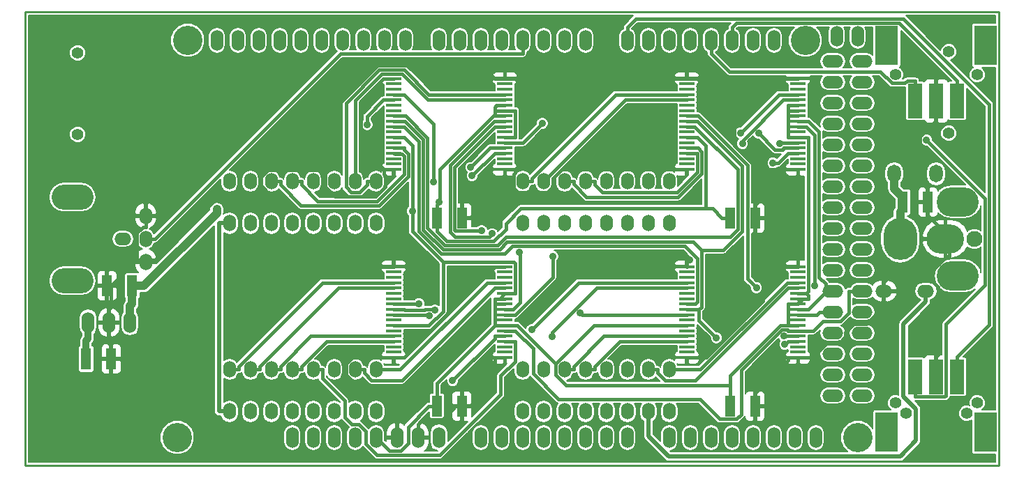
<source format=gbl>
G04 #@! TF.FileFunction,Copper,L2,Bot,Signal*
%FSLAX46Y46*%
G04 Gerber Fmt 4.6, Leading zero omitted, Abs format (unit mm)*
G04 Created by KiCad (PCBNEW 4.1.0-alpha+201606220817+6945~45~ubuntu16.04.1-product) date Wed Jun 22 14:42:33 2016*
%MOMM*%
%LPD*%
G01*
G04 APERTURE LIST*
%ADD10C,0.100000*%
%ADD11C,0.228600*%
%ADD12R,1.270000X2.540000*%
%ADD13O,1.524000X2.540000*%
%ADD14C,1.930400*%
%ADD15O,4.572000X3.556000*%
%ADD16O,4.064000X5.080000*%
%ADD17O,5.080000X3.556000*%
%ADD18O,5.080000X3.048000*%
%ADD19O,2.032000X1.524000*%
%ADD20O,1.524000X2.032000*%
%ADD21C,3.556000*%
%ADD22O,2.540000X1.524000*%
%ADD23C,1.397000*%
%ADD24R,1.778000X4.191000*%
%ADD25R,2.794000X4.826000*%
%ADD26R,1.830000X0.450000*%
%ADD27O,1.651000X2.159000*%
%ADD28C,0.889000*%
%ADD29C,1.016000*%
%ADD30C,0.406400*%
%ADD31C,0.812800*%
%ADD32C,0.508000*%
%ADD33C,0.203200*%
G04 APERTURE END LIST*
D10*
D11*
X211455000Y-75311000D02*
X93345000Y-75311000D01*
X211455000Y-130429000D02*
X211455000Y-75311000D01*
X93345000Y-130429000D02*
X211455000Y-130429000D01*
X93345000Y-75311000D02*
X93345000Y-130429000D01*
D12*
X143256000Y-123190000D03*
X146304000Y-123190000D03*
D13*
X103505000Y-113030000D03*
X100965000Y-113030000D03*
X106045000Y-113030000D03*
D14*
X208457800Y-102870000D03*
D15*
X204952600Y-102870000D03*
D16*
X199466200Y-102870000D03*
D17*
X206451200Y-98374200D03*
X206451200Y-107365800D03*
D12*
X199771000Y-98425000D03*
X202819000Y-98425000D03*
X106299000Y-108585000D03*
X103251000Y-108585000D03*
X178816000Y-123190000D03*
X181864000Y-123190000D03*
D18*
X99060000Y-107950000D03*
X99060000Y-97790000D03*
D19*
X105156000Y-102870000D03*
D20*
X107950000Y-102870000D03*
X107950000Y-100076000D03*
X107950000Y-105664000D03*
D21*
X111760000Y-127000000D03*
X113030000Y-78740000D03*
X194310000Y-127000000D03*
X187960000Y-78740000D03*
D13*
X125730000Y-127000000D03*
X128270000Y-127000000D03*
X130810000Y-127000000D03*
X133350000Y-127000000D03*
X135890000Y-127000000D03*
X138430000Y-127000000D03*
X140970000Y-127000000D03*
X143510000Y-127000000D03*
X148590000Y-127000000D03*
X151130000Y-127000000D03*
X153670000Y-127000000D03*
X156210000Y-127000000D03*
X158750000Y-127000000D03*
X161290000Y-127000000D03*
X163830000Y-127000000D03*
X166370000Y-127000000D03*
X171450000Y-127000000D03*
X173990000Y-127000000D03*
X176530000Y-127000000D03*
X179070000Y-127000000D03*
X181610000Y-127000000D03*
X184150000Y-127000000D03*
X186690000Y-127000000D03*
X189230000Y-127000000D03*
X116586000Y-78740000D03*
X119126000Y-78740000D03*
X121666000Y-78740000D03*
X124206000Y-78740000D03*
X126746000Y-78740000D03*
X129286000Y-78740000D03*
X131826000Y-78740000D03*
X134366000Y-78740000D03*
X136906000Y-78740000D03*
X139446000Y-78740000D03*
X143510000Y-78740000D03*
X161290000Y-78740000D03*
X158750000Y-78740000D03*
X156210000Y-78740000D03*
X153670000Y-78740000D03*
X151130000Y-78740000D03*
X148590000Y-78740000D03*
X146050000Y-78740000D03*
X166370000Y-78740000D03*
X168910000Y-78740000D03*
X171450000Y-78740000D03*
X173990000Y-78740000D03*
X176530000Y-78740000D03*
X179070000Y-78740000D03*
X181610000Y-78740000D03*
X184150000Y-78740000D03*
X191770000Y-78232000D03*
X194310000Y-78232000D03*
D22*
X191262000Y-81280000D03*
X194818000Y-81280000D03*
X191262000Y-83820000D03*
X194818000Y-83820000D03*
X191262000Y-86360000D03*
X194818000Y-86360000D03*
X191262000Y-88900000D03*
X194818000Y-88900000D03*
X191262000Y-91440000D03*
X194818000Y-91440000D03*
X191262000Y-93980000D03*
X194818000Y-93980000D03*
X191262000Y-96520000D03*
X194818000Y-96520000D03*
X191262000Y-99060000D03*
X194818000Y-99060000D03*
X191262000Y-101600000D03*
X194818000Y-101600000D03*
X191262000Y-104140000D03*
X194818000Y-104140000D03*
X191262000Y-106680000D03*
X194818000Y-106680000D03*
X191262000Y-109220000D03*
X194818000Y-109220000D03*
X191262000Y-111760000D03*
X194818000Y-111760000D03*
X191262000Y-114300000D03*
X194818000Y-114300000D03*
X191262000Y-116840000D03*
X194818000Y-116840000D03*
X191262000Y-119380000D03*
X194818000Y-119380000D03*
X191262000Y-121920000D03*
X194818000Y-121920000D03*
D23*
X99695000Y-90170000D03*
X99695000Y-80264000D03*
D24*
X206375000Y-86106000D03*
X203835000Y-86106000D03*
X201295000Y-86106000D03*
D23*
X208788000Y-82931000D03*
X198882000Y-82931000D03*
D25*
X209829400Y-79375000D03*
X197840600Y-79375000D03*
D23*
X205359000Y-80137000D03*
X205359000Y-90043000D03*
D24*
X201295000Y-119634000D03*
X203835000Y-119634000D03*
X206375000Y-119634000D03*
D23*
X198882000Y-122809000D03*
X208788000Y-122809000D03*
D25*
X197840600Y-126365000D03*
X209829400Y-126365000D03*
D23*
X207518000Y-124079000D03*
X200152000Y-124079000D03*
D12*
X100711000Y-117475000D03*
X103759000Y-117475000D03*
X178816000Y-100330000D03*
X181864000Y-100330000D03*
X143256000Y-100330000D03*
X146304000Y-100330000D03*
D26*
X151520000Y-106235000D03*
X151520000Y-106885000D03*
X151520000Y-107535000D03*
X151520000Y-108185000D03*
X151520000Y-108835000D03*
X151520000Y-109485000D03*
X151520000Y-110135000D03*
X151520000Y-110785000D03*
X151520000Y-111435000D03*
X151520000Y-112085000D03*
X151520000Y-112735000D03*
X151520000Y-113385000D03*
X151520000Y-114035000D03*
X151520000Y-114685000D03*
X151520000Y-115335000D03*
X151520000Y-115985000D03*
X151520000Y-116635000D03*
X151520000Y-117285000D03*
X138040000Y-117285000D03*
X138040000Y-116635000D03*
X138040000Y-115985000D03*
X138040000Y-115335000D03*
X138040000Y-114685000D03*
X138040000Y-114035000D03*
X138040000Y-113385000D03*
X138040000Y-112735000D03*
X138040000Y-112085000D03*
X138040000Y-111435000D03*
X138040000Y-110785000D03*
X138040000Y-110135000D03*
X138040000Y-109485000D03*
X138040000Y-108835000D03*
X138040000Y-108185000D03*
X138040000Y-107535000D03*
X138040000Y-106885000D03*
X138040000Y-106235000D03*
X187080000Y-106235000D03*
X187080000Y-106885000D03*
X187080000Y-107535000D03*
X187080000Y-108185000D03*
X187080000Y-108835000D03*
X187080000Y-109485000D03*
X187080000Y-110135000D03*
X187080000Y-110785000D03*
X187080000Y-111435000D03*
X187080000Y-112085000D03*
X187080000Y-112735000D03*
X187080000Y-113385000D03*
X187080000Y-114035000D03*
X187080000Y-114685000D03*
X187080000Y-115335000D03*
X187080000Y-115985000D03*
X187080000Y-116635000D03*
X187080000Y-117285000D03*
X173600000Y-117285000D03*
X173600000Y-116635000D03*
X173600000Y-115985000D03*
X173600000Y-115335000D03*
X173600000Y-114685000D03*
X173600000Y-114035000D03*
X173600000Y-113385000D03*
X173600000Y-112735000D03*
X173600000Y-112085000D03*
X173600000Y-111435000D03*
X173600000Y-110785000D03*
X173600000Y-110135000D03*
X173600000Y-109485000D03*
X173600000Y-108835000D03*
X173600000Y-108185000D03*
X173600000Y-107535000D03*
X173600000Y-106885000D03*
X173600000Y-106235000D03*
X151520000Y-83375000D03*
X151520000Y-84025000D03*
X151520000Y-84675000D03*
X151520000Y-85325000D03*
X151520000Y-85975000D03*
X151520000Y-86625000D03*
X151520000Y-87275000D03*
X151520000Y-87925000D03*
X151520000Y-88575000D03*
X151520000Y-89225000D03*
X151520000Y-89875000D03*
X151520000Y-90525000D03*
X151520000Y-91175000D03*
X151520000Y-91825000D03*
X151520000Y-92475000D03*
X151520000Y-93125000D03*
X151520000Y-93775000D03*
X151520000Y-94425000D03*
X138040000Y-94425000D03*
X138040000Y-93775000D03*
X138040000Y-93125000D03*
X138040000Y-92475000D03*
X138040000Y-91825000D03*
X138040000Y-91175000D03*
X138040000Y-90525000D03*
X138040000Y-89875000D03*
X138040000Y-89225000D03*
X138040000Y-88575000D03*
X138040000Y-87925000D03*
X138040000Y-87275000D03*
X138040000Y-86625000D03*
X138040000Y-85975000D03*
X138040000Y-85325000D03*
X138040000Y-84675000D03*
X138040000Y-84025000D03*
X138040000Y-83375000D03*
X187080000Y-83375000D03*
X187080000Y-84025000D03*
X187080000Y-84675000D03*
X187080000Y-85325000D03*
X187080000Y-85975000D03*
X187080000Y-86625000D03*
X187080000Y-87275000D03*
X187080000Y-87925000D03*
X187080000Y-88575000D03*
X187080000Y-89225000D03*
X187080000Y-89875000D03*
X187080000Y-90525000D03*
X187080000Y-91175000D03*
X187080000Y-91825000D03*
X187080000Y-92475000D03*
X187080000Y-93125000D03*
X187080000Y-93775000D03*
X187080000Y-94425000D03*
X173600000Y-94425000D03*
X173600000Y-93775000D03*
X173600000Y-93125000D03*
X173600000Y-92475000D03*
X173600000Y-91825000D03*
X173600000Y-91175000D03*
X173600000Y-90525000D03*
X173600000Y-89875000D03*
X173600000Y-89225000D03*
X173600000Y-88575000D03*
X173600000Y-87925000D03*
X173600000Y-87275000D03*
X173600000Y-86625000D03*
X173600000Y-85975000D03*
X173600000Y-85325000D03*
X173600000Y-84675000D03*
X173600000Y-84025000D03*
X173600000Y-83375000D03*
D19*
X202565000Y-109220000D03*
X197485000Y-109220000D03*
D20*
X171450000Y-100965000D03*
X171450000Y-95885000D03*
X168910000Y-100965000D03*
X168910000Y-95885000D03*
X166370000Y-100965000D03*
X166370000Y-95885000D03*
X163830000Y-100965000D03*
X163830000Y-95885000D03*
X161290000Y-100965000D03*
X161290000Y-95885000D03*
X158750000Y-100965000D03*
X158750000Y-95885000D03*
X156210000Y-100965000D03*
X156210000Y-95885000D03*
X153670000Y-100965000D03*
X153670000Y-95885000D03*
X135890000Y-100965000D03*
X135890000Y-95885000D03*
X133350000Y-100965000D03*
X133350000Y-95885000D03*
X130810000Y-100965000D03*
X130810000Y-95885000D03*
X128270000Y-100965000D03*
X128270000Y-95885000D03*
X125730000Y-100965000D03*
X125730000Y-95885000D03*
X123190000Y-100965000D03*
X123190000Y-95885000D03*
X120650000Y-100965000D03*
X120650000Y-95885000D03*
X171450000Y-123825000D03*
X171450000Y-118745000D03*
X168910000Y-123825000D03*
X168910000Y-118745000D03*
X166370000Y-123825000D03*
X166370000Y-118745000D03*
X163830000Y-123825000D03*
X163830000Y-118745000D03*
X161290000Y-123825000D03*
X161290000Y-118745000D03*
X158750000Y-123825000D03*
X158750000Y-118745000D03*
X156210000Y-123825000D03*
X156210000Y-118745000D03*
X153670000Y-123825000D03*
X153670000Y-118745000D03*
X135890000Y-123825000D03*
X135890000Y-118745000D03*
X133350000Y-123825000D03*
X133350000Y-118745000D03*
X130810000Y-123825000D03*
X130810000Y-118745000D03*
X128270000Y-123825000D03*
X128270000Y-118745000D03*
X125730000Y-123825000D03*
X125730000Y-118745000D03*
X123190000Y-123825000D03*
X123190000Y-118745000D03*
X120650000Y-123825000D03*
X120650000Y-118745000D03*
X118110000Y-123825000D03*
X118110000Y-118745000D03*
X118110000Y-100965000D03*
X118110000Y-95885000D03*
D27*
X198755000Y-94970600D03*
X203835000Y-94970600D03*
D28*
X116565100Y-99253500D03*
X182003800Y-105432600D03*
X173950000Y-105432600D03*
X143487000Y-98427000D03*
X140282300Y-99494900D03*
X189110600Y-108527200D03*
X157310500Y-104997700D03*
X148706300Y-101875700D03*
X142332200Y-112238900D03*
X182008300Y-108789400D03*
X177170600Y-114885900D03*
X143044200Y-111549300D03*
X180079100Y-90012000D03*
X180319800Y-91311100D03*
X182297400Y-90047500D03*
X184038700Y-93658600D03*
X147369500Y-94199000D03*
X147543600Y-95206200D03*
X134803300Y-88997300D03*
X142862300Y-95955800D03*
X185389500Y-114684400D03*
X185476500Y-115695100D03*
X157271000Y-114757200D03*
X154759700Y-113921800D03*
X145177900Y-120076300D03*
X202647800Y-90843700D03*
X149968300Y-102240300D03*
X153272100Y-104516900D03*
X160659100Y-111891100D03*
X141108400Y-110725900D03*
X184849200Y-91283600D03*
X156030700Y-88854800D03*
D29*
X199771000Y-97828400D02*
X199771000Y-98425000D01*
X198755000Y-96812400D02*
X199771000Y-97828400D01*
X198755000Y-94970600D02*
X198755000Y-96812400D01*
X106045000Y-113030000D02*
X106045000Y-110997700D01*
X106299000Y-110743700D02*
X106299000Y-108585000D01*
X106045000Y-110997700D02*
X106299000Y-110743700D01*
X116565100Y-99716200D02*
X116565100Y-99253500D01*
X107696300Y-108585000D02*
X116565100Y-99716200D01*
X106299000Y-108585000D02*
X107696300Y-108585000D01*
X199771000Y-99262900D02*
X199771000Y-98425000D01*
X199466200Y-99567700D02*
X199771000Y-99262900D01*
X199466200Y-102870000D02*
X199466200Y-99567700D01*
D30*
X103759000Y-117475000D02*
X103759000Y-115874800D01*
X103505000Y-115620800D02*
X103505000Y-113030000D01*
X103759000Y-115874800D02*
X103505000Y-115620800D01*
X173600000Y-117285000D02*
X174845200Y-117285000D01*
X150274800Y-120184400D02*
X147269200Y-123190000D01*
X150274800Y-117285000D02*
X150274800Y-120184400D01*
X151520000Y-117285000D02*
X150274800Y-117285000D01*
X146304000Y-123190000D02*
X147269200Y-123190000D01*
X205460600Y-102870000D02*
X205460600Y-102650500D01*
X202835300Y-100025200D02*
X205460600Y-102650500D01*
X202819000Y-100025200D02*
X202835300Y-100025200D01*
X138040000Y-94425000D02*
X136819800Y-94425000D01*
X151520000Y-83375000D02*
X150274800Y-83375000D01*
X205460600Y-102870000D02*
X205460600Y-104978200D01*
X203835000Y-119634000D02*
X203835000Y-117208300D01*
X181864000Y-123190000D02*
X181864000Y-121589800D01*
X185834800Y-117619000D02*
X181864000Y-121589800D01*
X185834800Y-117285000D02*
X185834800Y-117619000D01*
X187080000Y-117285000D02*
X185834800Y-117285000D01*
X145338800Y-123461500D02*
X145338800Y-123190000D01*
X143961300Y-124839000D02*
X145338800Y-123461500D01*
X141530800Y-124839000D02*
X143961300Y-124839000D01*
X140970000Y-125399800D02*
X141530800Y-124839000D01*
X140970000Y-127000000D02*
X140970000Y-125399800D01*
X146304000Y-123190000D02*
X145338800Y-123190000D01*
X204086700Y-116956600D02*
X203835000Y-117208300D01*
X204086700Y-108709500D02*
X204086700Y-116956600D01*
X202711000Y-107333800D02*
X204086700Y-108709500D01*
X205066600Y-104978200D02*
X205460600Y-104978200D01*
X202711000Y-107333800D02*
X205066600Y-104978200D01*
X188799400Y-117285000D02*
X187080000Y-117285000D01*
X190514400Y-115570000D02*
X188799400Y-117285000D01*
X192017300Y-115570000D02*
X190514400Y-115570000D01*
X192837200Y-114750100D02*
X192017300Y-115570000D01*
X192837200Y-114241500D02*
X192837200Y-114750100D01*
X193845900Y-113232800D02*
X192837200Y-114241500D01*
X195371100Y-113232800D02*
X193845900Y-113232800D01*
X197485000Y-111118900D02*
X195371100Y-113232800D01*
X197485000Y-109220000D02*
X197485000Y-111118900D01*
X198279000Y-107333800D02*
X202711000Y-107333800D01*
X197485000Y-108127800D02*
X198279000Y-107333800D01*
X197485000Y-109220000D02*
X197485000Y-108127800D01*
X103251000Y-108585000D02*
X103733600Y-108585000D01*
X103733600Y-111201200D02*
X103505000Y-111429800D01*
X103733600Y-108585000D02*
X103733600Y-111201200D01*
X103505000Y-113030000D02*
X103505000Y-111429800D01*
X187080000Y-106235000D02*
X185834800Y-106235000D01*
X182803000Y-106235000D02*
X185834800Y-106235000D01*
X182803000Y-110422600D02*
X182803000Y-106235000D01*
X175940600Y-117285000D02*
X182803000Y-110422600D01*
X174845200Y-117285000D02*
X175940600Y-117285000D01*
X182803000Y-106231800D02*
X182003800Y-105432600D01*
X182803000Y-106235000D02*
X182803000Y-106231800D01*
X181864000Y-105292800D02*
X181864000Y-100330000D01*
X182003800Y-105432600D02*
X181864000Y-105292800D01*
X181864000Y-100330000D02*
X181864000Y-98729800D01*
X202819000Y-99225100D02*
X202819000Y-100025200D01*
X106857800Y-105460800D02*
X103733600Y-108585000D01*
X106857800Y-105410000D02*
X106857800Y-105460800D01*
X107950000Y-105410000D02*
X106997500Y-105410000D01*
X106997500Y-105410000D02*
X106882800Y-105410000D01*
X106882800Y-105410000D02*
X106857800Y-105410000D01*
X107610500Y-101422200D02*
X107950000Y-101422200D01*
X106882800Y-102149900D02*
X107610500Y-101422200D01*
X106882800Y-105410000D02*
X106882800Y-102149900D01*
X107950000Y-100330000D02*
X107950000Y-101422200D01*
X134021300Y-86148500D02*
X136794800Y-83375000D01*
X134021300Y-91626500D02*
X134021300Y-86148500D01*
X136819800Y-94425000D02*
X134021300Y-91626500D01*
X138040000Y-83375000D02*
X136794800Y-83375000D01*
X151520000Y-83375000D02*
X152765200Y-83375000D01*
X107950000Y-105410000D02*
X109042200Y-105410000D01*
X129735400Y-88166500D02*
X129735400Y-94529600D01*
X136109200Y-81792700D02*
X129735400Y-88166500D01*
X148692500Y-81792700D02*
X136109200Y-81792700D01*
X150274800Y-83375000D02*
X148692500Y-81792700D01*
X136819800Y-95005200D02*
X136819800Y-94425000D01*
X136967400Y-95152800D02*
X136819800Y-95005200D01*
X136967400Y-96570800D02*
X136967400Y-95152800D01*
X135792800Y-97745400D02*
X136967400Y-96570800D01*
X130905400Y-97745400D02*
X135792800Y-97745400D01*
X129735400Y-96575400D02*
X130905400Y-97745400D01*
X129735400Y-94529600D02*
X129735400Y-96575400D01*
X121920000Y-95380000D02*
X121920000Y-96407300D01*
X122770400Y-94529600D02*
X121920000Y-95380000D01*
X129735400Y-94529600D02*
X122770400Y-94529600D01*
X117100700Y-97351500D02*
X109042200Y-105410000D01*
X120975800Y-97351500D02*
X117100700Y-97351500D01*
X121920000Y-96407300D02*
X120975800Y-97351500D01*
X173600000Y-105782600D02*
X173950000Y-105432600D01*
X173600000Y-106235000D02*
X173600000Y-105782600D01*
X131558000Y-106235000D02*
X138040000Y-106235000D01*
X127000000Y-101677000D02*
X131558000Y-106235000D01*
X127000000Y-100244000D02*
X127000000Y-101677000D01*
X124280300Y-97524300D02*
X127000000Y-100244000D01*
X123037000Y-97524300D02*
X124280300Y-97524300D01*
X121920000Y-96407300D02*
X123037000Y-97524300D01*
X133045400Y-117285000D02*
X138040000Y-117285000D01*
X132270600Y-118059800D02*
X133045400Y-117285000D01*
X132270600Y-119432900D02*
X132270600Y-118059800D01*
X134464000Y-121626300D02*
X132270600Y-119432900D01*
X135693300Y-121626300D02*
X134464000Y-121626300D01*
X138430000Y-124363000D02*
X135693300Y-121626300D01*
X138430000Y-127000000D02*
X138430000Y-124363000D01*
X150274800Y-106295400D02*
X150274800Y-106235000D01*
X139285200Y-117285000D02*
X150274800Y-106295400D01*
X138040000Y-117285000D02*
X139285200Y-117285000D01*
X151520000Y-106235000D02*
X150274800Y-106235000D01*
X187080000Y-94425000D02*
X182196000Y-94425000D01*
X182196000Y-98397800D02*
X181864000Y-98729800D01*
X182196000Y-94425000D02*
X182196000Y-98397800D01*
X173600000Y-83375000D02*
X174845200Y-83375000D01*
X174845200Y-83375000D02*
X179311900Y-87841700D01*
X179311900Y-91540900D02*
X179311900Y-87841700D01*
X182196000Y-94425000D02*
X179311900Y-91540900D01*
X183778600Y-83375000D02*
X187080000Y-83375000D01*
X179311900Y-87841700D02*
X183778600Y-83375000D01*
X203835000Y-86106000D02*
X203835000Y-88531700D01*
X202819000Y-99225100D02*
X202819000Y-98425000D01*
X201895900Y-90470800D02*
X203835000Y-88531700D01*
X201895900Y-95901700D02*
X201895900Y-90470800D01*
X202819000Y-96824800D02*
X201895900Y-95901700D01*
X202819000Y-98425000D02*
X202819000Y-96824800D01*
X151520000Y-94425000D02*
X152765200Y-94425000D01*
X157003300Y-90186900D02*
X152765200Y-94425000D01*
X157003300Y-87613100D02*
X157003300Y-90186900D01*
X152765200Y-83375000D02*
X157003300Y-87613100D01*
X161241400Y-83375000D02*
X173600000Y-83375000D01*
X157003300Y-87613100D02*
X161241400Y-83375000D01*
X146304000Y-100330000D02*
X147269200Y-100330000D01*
X152765200Y-94841400D02*
X152765200Y-94425000D01*
X152598600Y-95008000D02*
X152765200Y-94841400D01*
X152598600Y-96715600D02*
X152598600Y-95008000D01*
X153113400Y-97230400D02*
X152598600Y-96715600D01*
X156636700Y-97230400D02*
X153113400Y-97230400D01*
X157480000Y-96387100D02*
X156636700Y-97230400D01*
X157480000Y-95334000D02*
X157480000Y-96387100D01*
X158389000Y-94425000D02*
X157480000Y-95334000D01*
X173600000Y-94425000D02*
X158389000Y-94425000D01*
X150883600Y-96715600D02*
X147269200Y-100330000D01*
X152598600Y-96715600D02*
X150883600Y-96715600D01*
D31*
X100711000Y-115214700D02*
X100711000Y-117475000D01*
X100965000Y-114960700D02*
X100711000Y-115214700D01*
X100965000Y-113030000D02*
X100965000Y-114960700D01*
D30*
X187080000Y-86625000D02*
X185834800Y-86625000D01*
X187080000Y-113385000D02*
X185834800Y-113385000D01*
X173600000Y-113385000D02*
X172354800Y-113385000D01*
X178816000Y-120666100D02*
X178816000Y-123190000D01*
X187080000Y-109485000D02*
X187585600Y-109485000D01*
X178816000Y-119463400D02*
X178816000Y-120666100D01*
X184894400Y-113385000D02*
X178816000Y-119463400D01*
X185834800Y-113385000D02*
X184894400Y-113385000D01*
X187080000Y-110785000D02*
X185834800Y-110785000D01*
X185834800Y-113385000D02*
X185834800Y-110785000D01*
X187080000Y-110135000D02*
X187660100Y-110135000D01*
X187660100Y-110135000D02*
X188325200Y-110135000D01*
X187080000Y-110715100D02*
X187080000Y-110785000D01*
X187660100Y-110135000D02*
X187080000Y-110715100D01*
X139774400Y-125706400D02*
X142290800Y-123190000D01*
X139774400Y-127682500D02*
X139774400Y-125706400D01*
X138843400Y-128613500D02*
X139774400Y-127682500D01*
X137503500Y-128613500D02*
X138843400Y-128613500D01*
X135890000Y-127000000D02*
X137503500Y-128613500D01*
X143256000Y-123190000D02*
X142290800Y-123190000D01*
X151520000Y-87925000D02*
X150274800Y-87925000D01*
X143256000Y-99572400D02*
X143256000Y-98729800D01*
X187585600Y-109485000D02*
X188091600Y-109485000D01*
X188325200Y-109718600D02*
X188325200Y-110135000D01*
X188091600Y-109485000D02*
X188325200Y-109718600D01*
X143487000Y-98498800D02*
X143487000Y-98427000D01*
X143256000Y-98729800D02*
X143487000Y-98498800D01*
X138040000Y-90525000D02*
X139285200Y-90525000D01*
X150274800Y-110135000D02*
X150274800Y-110785000D01*
X151520000Y-110785000D02*
X150274800Y-110785000D01*
X151520000Y-113385000D02*
X150274800Y-113385000D01*
X150274800Y-113385000D02*
X150274800Y-110785000D01*
X143256000Y-120403800D02*
X143256000Y-123190000D01*
X150274800Y-113385000D02*
X143256000Y-120403800D01*
X188325200Y-109251400D02*
X188325200Y-90525000D01*
X188091600Y-109485000D02*
X188325200Y-109251400D01*
X187080000Y-90525000D02*
X185834800Y-90525000D01*
X187080000Y-90525000D02*
X188325200Y-90525000D01*
X185834800Y-90525000D02*
X185834800Y-87925000D01*
X187080000Y-87925000D02*
X186457400Y-87925000D01*
X187080000Y-87275000D02*
X185834800Y-87275000D01*
X186068400Y-87925000D02*
X185834800Y-87925000D01*
X186457400Y-87925000D02*
X186068400Y-87925000D01*
X185834800Y-87691400D02*
X185834800Y-87275000D01*
X186068400Y-87925000D02*
X185834800Y-87691400D01*
X185834800Y-87275000D02*
X185834800Y-86625000D01*
X152987800Y-113385000D02*
X151520000Y-113385000D01*
X157656800Y-118054000D02*
X152987800Y-113385000D01*
X162325800Y-113385000D02*
X157656800Y-118054000D01*
X172354800Y-113385000D02*
X162325800Y-113385000D01*
X158894200Y-120666100D02*
X178816000Y-120666100D01*
X157656800Y-119428700D02*
X158894200Y-120666100D01*
X157656800Y-118054000D02*
X157656800Y-119428700D01*
X151520000Y-110135000D02*
X150897400Y-110135000D01*
X150897400Y-110135000D02*
X150274800Y-110135000D01*
X151520000Y-109512400D02*
X151520000Y-109485000D01*
X150897400Y-110135000D02*
X151520000Y-109512400D01*
X150114300Y-87925000D02*
X150274800Y-87925000D01*
X143611900Y-94427400D02*
X150114300Y-87925000D01*
X143611900Y-98302100D02*
X143611900Y-94427400D01*
X143487000Y-98427000D02*
X143611900Y-98302100D01*
X152765200Y-87275000D02*
X152765200Y-90525000D01*
X151520000Y-87275000D02*
X152765200Y-87275000D01*
X151520000Y-90525000D02*
X152765200Y-90525000D01*
X151520000Y-86625000D02*
X150897400Y-86625000D01*
X151520000Y-87275000D02*
X150274800Y-87275000D01*
X150274800Y-87925000D02*
X150274800Y-87275000D01*
X150508400Y-86625000D02*
X150897400Y-86625000D01*
X150274800Y-86858600D02*
X150508400Y-86625000D01*
X150274800Y-87275000D02*
X150274800Y-86858600D01*
X140282300Y-91522100D02*
X140282300Y-99494900D01*
X139285200Y-90525000D02*
X140282300Y-91522100D01*
X151520000Y-109485000D02*
X152765200Y-109485000D01*
X142282200Y-113385000D02*
X138040000Y-113385000D01*
X144001100Y-111666100D02*
X142282200Y-113385000D01*
X144001100Y-105664300D02*
X144001100Y-111666100D01*
X140282300Y-101945500D02*
X144001100Y-105664300D01*
X140282300Y-99494900D02*
X140282300Y-101945500D01*
X152765200Y-105836200D02*
X152765200Y-109485000D01*
X152593300Y-105664300D02*
X152765200Y-105836200D01*
X144001100Y-105664300D02*
X152593300Y-105664300D01*
X173600000Y-90525000D02*
X174845200Y-90525000D01*
X143256000Y-99572400D02*
X143256000Y-100330000D01*
X175899900Y-91579700D02*
X175899900Y-99181900D01*
X174845200Y-90525000D02*
X175899900Y-91579700D01*
X153432500Y-99181900D02*
X175899900Y-99181900D01*
X151621100Y-100993300D02*
X153432500Y-99181900D01*
X151621100Y-101676100D02*
X151621100Y-100993300D01*
X150163500Y-103133700D02*
X151621100Y-101676100D01*
X144459500Y-103133700D02*
X150163500Y-103133700D01*
X143256000Y-101930200D02*
X144459500Y-103133700D01*
X176702700Y-99181900D02*
X177850800Y-100330000D01*
X175899900Y-99181900D02*
X176702700Y-99181900D01*
X143256000Y-100330000D02*
X143256000Y-101930200D01*
X178816000Y-100330000D02*
X177850800Y-100330000D01*
X167401700Y-76108100D02*
X166370000Y-77139800D01*
X199822200Y-76108100D02*
X167401700Y-76108100D01*
X210282100Y-86568000D02*
X199822200Y-76108100D01*
X210282100Y-113301200D02*
X210282100Y-86568000D01*
X206375000Y-117208300D02*
X210282100Y-113301200D01*
X206375000Y-119634000D02*
X206375000Y-117208300D01*
X166370000Y-78740000D02*
X166370000Y-77139800D01*
X187080000Y-112085000D02*
X188325200Y-112085000D01*
X189336800Y-112085000D02*
X189661800Y-111760000D01*
X188325200Y-112085000D02*
X189336800Y-112085000D01*
X191770000Y-111760000D02*
X189661800Y-111760000D01*
X189110600Y-90297300D02*
X189110600Y-108527200D01*
X188038300Y-89225000D02*
X189110600Y-90297300D01*
X187080000Y-89225000D02*
X188038300Y-89225000D01*
X151520000Y-112085000D02*
X152765200Y-112085000D01*
X157310500Y-107539700D02*
X157310500Y-104997700D01*
X152765200Y-112085000D02*
X157310500Y-107539700D01*
X148676800Y-101905200D02*
X148706300Y-101875700D01*
X145483600Y-101905200D02*
X148676800Y-101905200D01*
X145363900Y-101785500D02*
X145483600Y-101905200D01*
X145363900Y-94135900D02*
X145363900Y-101785500D01*
X150274800Y-89225000D02*
X145363900Y-94135900D01*
X151520000Y-89225000D02*
X150274800Y-89225000D01*
X142178300Y-112085000D02*
X142332200Y-112238900D01*
X138040000Y-112085000D02*
X142178300Y-112085000D01*
X180923900Y-107705000D02*
X182008300Y-108789400D01*
X180923900Y-93934700D02*
X180923900Y-107705000D01*
X174914200Y-87925000D02*
X180923900Y-93934700D01*
X173600000Y-87925000D02*
X174914200Y-87925000D01*
X173600000Y-111435000D02*
X174845200Y-111435000D01*
X173600000Y-88575000D02*
X174845200Y-88575000D01*
X174845200Y-111435000D02*
X175043100Y-111435000D01*
X175043100Y-112758400D02*
X177170600Y-114885900D01*
X175043100Y-111435000D02*
X175043100Y-112758400D01*
X138040000Y-111435000D02*
X139285200Y-111435000D01*
X178006800Y-104200700D02*
X175329300Y-104200700D01*
X180272600Y-101934900D02*
X178006800Y-104200700D01*
X180272600Y-94002400D02*
X180272600Y-101934900D01*
X174845200Y-88575000D02*
X180272600Y-94002400D01*
X175329300Y-111148800D02*
X175043100Y-111435000D01*
X175329300Y-104200700D02*
X175329300Y-111148800D01*
X142922200Y-111427300D02*
X143044200Y-111549300D01*
X141829900Y-111427300D02*
X142922200Y-111427300D01*
X141764900Y-111492300D02*
X141829900Y-111427300D01*
X139342500Y-111492300D02*
X141764900Y-111492300D01*
X139285200Y-111435000D02*
X139342500Y-111492300D01*
X174387600Y-103259000D02*
X175329300Y-104200700D01*
X151776400Y-103259000D02*
X174387600Y-103259000D01*
X150885100Y-104150300D02*
X151776400Y-103259000D01*
X143993200Y-104150300D02*
X150885100Y-104150300D01*
X141604400Y-101761500D02*
X143993200Y-104150300D01*
X141604400Y-90811800D02*
X141604400Y-101761500D01*
X139367600Y-88575000D02*
X141604400Y-90811800D01*
X138040000Y-88575000D02*
X139367600Y-88575000D01*
D32*
X116839700Y-100965000D02*
X116839700Y-123825000D01*
X118110000Y-100965000D02*
X116839700Y-100965000D01*
X118110000Y-123825000D02*
X116839700Y-123825000D01*
X199867900Y-113187400D02*
X202565000Y-110490300D01*
X199867900Y-122036500D02*
X199867900Y-113187400D01*
X201377300Y-123545900D02*
X199867900Y-122036500D01*
X201377300Y-127393300D02*
X201377300Y-123545900D01*
X199471500Y-129299100D02*
X201377300Y-127393300D01*
X171387600Y-129299100D02*
X199471500Y-129299100D01*
X168910000Y-126821500D02*
X171387600Y-129299100D01*
X168910000Y-123825000D02*
X168910000Y-126821500D01*
X202565000Y-109220000D02*
X202565000Y-110490300D01*
D30*
X184766100Y-85325000D02*
X187080000Y-85325000D01*
X180079100Y-90012000D02*
X184766100Y-85325000D01*
X185269400Y-85975000D02*
X187080000Y-85975000D01*
X180319800Y-90924600D02*
X185269400Y-85975000D01*
X180319800Y-91311100D02*
X180319800Y-90924600D01*
X184283100Y-92033200D02*
X182297400Y-90047500D01*
X185159800Y-92033200D02*
X184283100Y-92033200D01*
X185368000Y-91825000D02*
X185159800Y-92033200D01*
X187080000Y-91825000D02*
X185368000Y-91825000D01*
X187080000Y-92475000D02*
X185834800Y-92475000D01*
X184651200Y-93658600D02*
X185834800Y-92475000D01*
X184038700Y-93658600D02*
X184651200Y-93658600D01*
X173600000Y-92475000D02*
X174845200Y-92475000D01*
X161290000Y-95885000D02*
X162382200Y-95885000D01*
X174845200Y-94751300D02*
X174845200Y-92475000D01*
X172361900Y-97234600D02*
X174845200Y-94751300D01*
X163357500Y-97234600D02*
X172361900Y-97234600D01*
X162382200Y-96259300D02*
X163357500Y-97234600D01*
X162382200Y-95885000D02*
X162382200Y-96259300D01*
X173600000Y-91825000D02*
X174845200Y-91825000D01*
X158750000Y-95885000D02*
X159842200Y-95885000D01*
X174914100Y-91825000D02*
X174845200Y-91825000D01*
X175353500Y-92264400D02*
X174914100Y-91825000D01*
X175353500Y-94961900D02*
X175353500Y-92264400D01*
X172516800Y-97798600D02*
X175353500Y-94961900D01*
X161402500Y-97798600D02*
X172516800Y-97798600D01*
X159842200Y-96238300D02*
X161402500Y-97798600D01*
X159842200Y-95885000D02*
X159842200Y-96238300D01*
X166120000Y-85975000D02*
X173600000Y-85975000D01*
X156210000Y-95885000D02*
X166120000Y-85975000D01*
X164933800Y-85325000D02*
X172354800Y-85325000D01*
X154762200Y-95496600D02*
X164933800Y-85325000D01*
X154762200Y-95885000D02*
X154762200Y-95496600D01*
X153670000Y-95885000D02*
X154762200Y-95885000D01*
X173600000Y-85325000D02*
X172354800Y-85325000D01*
X135890000Y-95885000D02*
X134797800Y-95885000D01*
X134797800Y-96294600D02*
X134797800Y-95885000D01*
X133855400Y-97237000D02*
X134797800Y-96294600D01*
X132892400Y-97237000D02*
X133855400Y-97237000D01*
X132232300Y-96576900D02*
X132892400Y-97237000D01*
X132232300Y-86388500D02*
X132232300Y-96576900D01*
X136284200Y-82336600D02*
X132232300Y-86388500D01*
X139292000Y-82336600D02*
X136284200Y-82336600D01*
X142280400Y-85325000D02*
X139292000Y-82336600D01*
X151520000Y-85325000D02*
X142280400Y-85325000D01*
X142211500Y-85975000D02*
X151520000Y-85975000D01*
X139081400Y-82844900D02*
X142211500Y-85975000D01*
X136572200Y-82844900D02*
X139081400Y-82844900D01*
X133350000Y-86067100D02*
X136572200Y-82844900D01*
X133350000Y-95885000D02*
X133350000Y-86067100D01*
X151520000Y-91825000D02*
X150274800Y-91825000D01*
X149743500Y-91825000D02*
X150274800Y-91825000D01*
X147369500Y-94199000D02*
X149743500Y-91825000D01*
X151520000Y-92475000D02*
X150274800Y-92475000D01*
X150274800Y-92475000D02*
X147543600Y-95206200D01*
X138159900Y-92594900D02*
X138040000Y-92475000D01*
X139081400Y-92594900D02*
X138159900Y-92594900D01*
X139260100Y-92773600D02*
X139081400Y-92594900D01*
X139260100Y-95009000D02*
X139260100Y-92773600D01*
X135968500Y-98300600D02*
X139260100Y-95009000D01*
X128828200Y-98300600D02*
X135968500Y-98300600D01*
X126822200Y-96294600D02*
X128828200Y-98300600D01*
X126822200Y-95885000D02*
X126822200Y-96294600D01*
X125730000Y-95885000D02*
X126822200Y-95885000D01*
X123190000Y-95885000D02*
X124282200Y-95885000D01*
X138040000Y-91825000D02*
X139285200Y-91825000D01*
X139285200Y-92079900D02*
X139285200Y-91825000D01*
X139285300Y-92079900D02*
X139285200Y-92079900D01*
X139768400Y-92563000D02*
X139285300Y-92079900D01*
X139768400Y-95269600D02*
X139768400Y-92563000D01*
X136229100Y-98808900D02*
X139768400Y-95269600D01*
X126796500Y-98808900D02*
X136229100Y-98808900D01*
X124282200Y-96294600D02*
X126796500Y-98808900D01*
X124282200Y-95885000D02*
X124282200Y-96294600D01*
X138040000Y-85975000D02*
X136794800Y-85975000D01*
X134803300Y-87966500D02*
X136794800Y-85975000D01*
X134803300Y-88997300D02*
X134803300Y-87966500D01*
X142862300Y-88902100D02*
X139285200Y-85325000D01*
X142862300Y-95955800D02*
X142862300Y-88902100D01*
X138040000Y-85325000D02*
X139285200Y-85325000D01*
X131572000Y-80340200D02*
X109042200Y-102870000D01*
X153670000Y-80340200D02*
X131572000Y-80340200D01*
X153670000Y-78740000D02*
X153670000Y-80340200D01*
X107950000Y-102870000D02*
X109042200Y-102870000D01*
X171450000Y-118745000D02*
X172542200Y-118745000D01*
X185759800Y-108185000D02*
X187080000Y-108185000D01*
X175199800Y-118745000D02*
X185759800Y-108185000D01*
X172542200Y-118745000D02*
X175199800Y-118745000D01*
X168910000Y-118745000D02*
X170002200Y-118745000D01*
X187080000Y-108835000D02*
X185834800Y-108835000D01*
X174559200Y-120110600D02*
X185834800Y-108835000D01*
X170974700Y-120110600D02*
X174559200Y-120110600D01*
X170002200Y-119138100D02*
X170974700Y-120110600D01*
X170002200Y-118745000D02*
X170002200Y-119138100D01*
X187080000Y-114685000D02*
X185834800Y-114685000D01*
X185834200Y-114684400D02*
X185834800Y-114685000D01*
X185389500Y-114684400D02*
X185834200Y-114684400D01*
X185834800Y-115336800D02*
X185476500Y-115695100D01*
X185834800Y-115335000D02*
X185834800Y-115336800D01*
X187080000Y-115335000D02*
X185834800Y-115335000D01*
X162382200Y-118391700D02*
X162382200Y-118745000D01*
X165438900Y-115335000D02*
X162382200Y-118391700D01*
X173600000Y-115335000D02*
X165438900Y-115335000D01*
X161290000Y-118745000D02*
X162382200Y-118745000D01*
X159842200Y-118391700D02*
X159842200Y-118745000D01*
X163548900Y-114685000D02*
X159842200Y-118391700D01*
X173600000Y-114685000D02*
X163548900Y-114685000D01*
X158750000Y-118745000D02*
X159842200Y-118745000D01*
X157271000Y-114211500D02*
X157271000Y-114757200D01*
X162647500Y-108835000D02*
X157271000Y-114211500D01*
X173600000Y-108835000D02*
X162647500Y-108835000D01*
X160496500Y-108185000D02*
X154759700Y-113921800D01*
X173600000Y-108185000D02*
X160496500Y-108185000D01*
X149378900Y-108185000D02*
X151520000Y-108185000D01*
X138818900Y-118745000D02*
X149378900Y-108185000D01*
X135890000Y-118745000D02*
X138818900Y-118745000D01*
X133350000Y-118745000D02*
X134442200Y-118745000D01*
X139043600Y-120066200D02*
X150274800Y-108835000D01*
X135353800Y-120066200D02*
X139043600Y-120066200D01*
X134442200Y-119154600D02*
X135353800Y-120066200D01*
X134442200Y-118745000D02*
X134442200Y-119154600D01*
X151520000Y-108835000D02*
X150274800Y-108835000D01*
X150274800Y-114979400D02*
X145177900Y-120076300D01*
X150274800Y-114685000D02*
X150274800Y-114979400D01*
X151520000Y-114685000D02*
X150274800Y-114685000D01*
X128270000Y-118745000D02*
X129362200Y-118745000D01*
X151520000Y-115335000D02*
X152765200Y-115335000D01*
X129362200Y-119837200D02*
X129362200Y-118745000D01*
X132080000Y-122555000D02*
X129362200Y-119837200D01*
X132080000Y-124546800D02*
X132080000Y-122555000D01*
X132926400Y-125393200D02*
X132080000Y-124546800D01*
X133765000Y-125393200D02*
X132926400Y-125393200D01*
X134619700Y-126247900D02*
X133765000Y-125393200D01*
X134619700Y-127774800D02*
X134619700Y-126247900D01*
X135978700Y-129133800D02*
X134619700Y-127774800D01*
X143625700Y-129133800D02*
X135978700Y-129133800D01*
X151017600Y-121741900D02*
X143625700Y-129133800D01*
X151017600Y-119511500D02*
X151017600Y-121741900D01*
X152765200Y-117763900D02*
X151017600Y-119511500D01*
X152765200Y-115335000D02*
X152765200Y-117763900D01*
X126822200Y-118391700D02*
X126822200Y-118745000D01*
X129878900Y-115335000D02*
X126822200Y-118391700D01*
X138040000Y-115335000D02*
X129878900Y-115335000D01*
X125730000Y-118745000D02*
X126822200Y-118745000D01*
X124282200Y-118391700D02*
X124282200Y-118745000D01*
X127988900Y-114685000D02*
X124282200Y-118391700D01*
X138040000Y-114685000D02*
X127988900Y-114685000D01*
X123190000Y-118745000D02*
X124282200Y-118745000D01*
X121742200Y-118391700D02*
X121742200Y-118745000D01*
X131298900Y-108835000D02*
X121742200Y-118391700D01*
X138040000Y-108835000D02*
X131298900Y-108835000D01*
X120650000Y-118745000D02*
X121742200Y-118745000D01*
X119202200Y-118391700D02*
X119202200Y-118745000D01*
X129408900Y-108185000D02*
X119202200Y-118391700D01*
X138040000Y-108185000D02*
X129408900Y-108185000D01*
X118110000Y-118745000D02*
X119202200Y-118745000D01*
X201295000Y-119634000D02*
X201295000Y-122059700D01*
X209773700Y-97969600D02*
X202647800Y-90843700D01*
X209773700Y-108463100D02*
X209773700Y-97969600D01*
X205029200Y-113207600D02*
X209773700Y-108463100D01*
X205029200Y-121896600D02*
X205029200Y-113207600D01*
X204866100Y-122059700D02*
X205029200Y-121896600D01*
X201295000Y-122059700D02*
X204866100Y-122059700D01*
X178739800Y-82550000D02*
X176530000Y-80340200D01*
X197073300Y-82550000D02*
X178739800Y-82550000D01*
X198483700Y-83960400D02*
X197073300Y-82550000D01*
X200024400Y-83960400D02*
X198483700Y-83960400D01*
X200304500Y-83680300D02*
X200024400Y-83960400D01*
X201295000Y-83680300D02*
X200304500Y-83680300D01*
X201295000Y-86106000D02*
X201295000Y-83680300D01*
X176530000Y-78740000D02*
X176530000Y-80340200D01*
X179586500Y-76623300D02*
X179070000Y-77139800D01*
X199353300Y-76623300D02*
X179586500Y-76623300D01*
X206375000Y-83645000D02*
X199353300Y-76623300D01*
X206375000Y-86106000D02*
X206375000Y-83645000D01*
X179070000Y-78740000D02*
X179070000Y-77139800D01*
X191770000Y-109220000D02*
X190401200Y-109220000D01*
X187080000Y-88575000D02*
X188325200Y-88575000D01*
X150194600Y-88575000D02*
X151520000Y-88575000D01*
X144855500Y-93914100D02*
X150194600Y-88575000D01*
X144855500Y-102023300D02*
X144855500Y-93914100D01*
X145457600Y-102625400D02*
X144855500Y-102023300D01*
X149583200Y-102625400D02*
X145457600Y-102625400D01*
X149968300Y-102240300D02*
X149583200Y-102625400D01*
X152475700Y-111435000D02*
X151520000Y-111435000D01*
X153339500Y-110571200D02*
X152475700Y-111435000D01*
X153339500Y-104584300D02*
X153339500Y-110571200D01*
X153272100Y-104516900D02*
X153339500Y-104584300D01*
X187080000Y-111435000D02*
X188325200Y-111435000D01*
X190401200Y-108296900D02*
X190401200Y-109220000D01*
X189619000Y-107514700D02*
X190401200Y-108296900D01*
X189619000Y-89868800D02*
X189619000Y-107514700D01*
X188325200Y-88575000D02*
X189619000Y-89868800D01*
X190401200Y-109359000D02*
X188325200Y-111435000D01*
X190401200Y-109220000D02*
X190401200Y-109359000D01*
X138040000Y-87925000D02*
X139285200Y-87925000D01*
X174543600Y-89225000D02*
X173600000Y-89225000D01*
X179764300Y-94445700D02*
X174543600Y-89225000D01*
X179764300Y-101724300D02*
X179764300Y-94445700D01*
X178863200Y-102625400D02*
X179764300Y-101724300D01*
X151691100Y-102625400D02*
X178863200Y-102625400D01*
X150674500Y-103642000D02*
X151691100Y-102625400D01*
X144203800Y-103642000D02*
X150674500Y-103642000D01*
X142112700Y-101550900D02*
X144203800Y-103642000D01*
X142112700Y-90581100D02*
X142112700Y-101550900D01*
X139456600Y-87925000D02*
X142112700Y-90581100D01*
X139285200Y-87925000D02*
X139456600Y-87925000D01*
X138040000Y-89225000D02*
X139285200Y-89225000D01*
X174562900Y-110785000D02*
X173600000Y-110785000D01*
X174820200Y-110527700D02*
X174562900Y-110785000D01*
X174820200Y-105216600D02*
X174820200Y-110527700D01*
X173370900Y-103767300D02*
X174820200Y-105216600D01*
X152377100Y-103767300D02*
X173370900Y-103767300D01*
X151485800Y-104658600D02*
X152377100Y-103767300D01*
X143782600Y-104658600D02*
X151485800Y-104658600D01*
X141096100Y-101972100D02*
X143782600Y-104658600D01*
X141096100Y-91035900D02*
X141096100Y-101972100D01*
X139285200Y-89225000D02*
X141096100Y-91035900D01*
X160853000Y-112085000D02*
X160659100Y-111891100D01*
X173600000Y-112085000D02*
X160853000Y-112085000D01*
X139344300Y-110725900D02*
X139285200Y-110785000D01*
X141108400Y-110725900D02*
X139344300Y-110725900D01*
X138040000Y-110785000D02*
X139285200Y-110785000D01*
X151520000Y-114035000D02*
X152765200Y-114035000D01*
X154940000Y-116209800D02*
X152765200Y-114035000D01*
X154940000Y-119251000D02*
X154940000Y-116209800D01*
X158040500Y-122351500D02*
X154940000Y-119251000D01*
X175183400Y-122351500D02*
X158040500Y-122351500D01*
X177602800Y-124770900D02*
X175183400Y-122351500D01*
X179571600Y-124770900D02*
X177602800Y-124770900D01*
X180160200Y-124182300D02*
X179571600Y-124770900D01*
X180160200Y-118845200D02*
X180160200Y-124182300D01*
X185070600Y-113934800D02*
X180160200Y-118845200D01*
X185734600Y-113934800D02*
X185070600Y-113934800D01*
X185834800Y-114035000D02*
X185734600Y-113934800D01*
X187080000Y-114035000D02*
X185834800Y-114035000D01*
X188911500Y-114035000D02*
X187080000Y-114035000D01*
X190096300Y-112850200D02*
X188911500Y-114035000D01*
X192204300Y-112850200D02*
X190096300Y-112850200D01*
X193217800Y-111836700D02*
X192204300Y-112850200D01*
X193217800Y-109220000D02*
X193217800Y-111836700D01*
X194310000Y-109220000D02*
X193217800Y-109220000D01*
X184957800Y-91175000D02*
X187080000Y-91175000D01*
X184849200Y-91283600D02*
X184957800Y-91175000D01*
X153710500Y-91175000D02*
X156030700Y-88854800D01*
X151520000Y-91175000D02*
X153710500Y-91175000D01*
D33*
G36*
X167042490Y-75748890D02*
X166010790Y-76780590D01*
X165900669Y-76945397D01*
X165862000Y-77139800D01*
X165862000Y-77282206D01*
X165615658Y-77446806D01*
X165384405Y-77792901D01*
X165303200Y-78201148D01*
X165303200Y-79278852D01*
X165384405Y-79687099D01*
X165615658Y-80033194D01*
X165961753Y-80264447D01*
X166370000Y-80345652D01*
X166778247Y-80264447D01*
X167124342Y-80033194D01*
X167355595Y-79687099D01*
X167436800Y-79278852D01*
X167436800Y-78201148D01*
X167843200Y-78201148D01*
X167843200Y-79278852D01*
X167924405Y-79687099D01*
X168155658Y-80033194D01*
X168501753Y-80264447D01*
X168910000Y-80345652D01*
X169318247Y-80264447D01*
X169664342Y-80033194D01*
X169895595Y-79687099D01*
X169976800Y-79278852D01*
X169976800Y-78201148D01*
X170383200Y-78201148D01*
X170383200Y-79278852D01*
X170464405Y-79687099D01*
X170695658Y-80033194D01*
X171041753Y-80264447D01*
X171450000Y-80345652D01*
X171858247Y-80264447D01*
X172204342Y-80033194D01*
X172435595Y-79687099D01*
X172516800Y-79278852D01*
X172516800Y-78201148D01*
X172923200Y-78201148D01*
X172923200Y-79278852D01*
X173004405Y-79687099D01*
X173235658Y-80033194D01*
X173581753Y-80264447D01*
X173990000Y-80345652D01*
X174398247Y-80264447D01*
X174744342Y-80033194D01*
X174975595Y-79687099D01*
X175056800Y-79278852D01*
X175056800Y-78201148D01*
X174975595Y-77792901D01*
X174744342Y-77446806D01*
X174398247Y-77215553D01*
X173990000Y-77134348D01*
X173581753Y-77215553D01*
X173235658Y-77446806D01*
X173004405Y-77792901D01*
X172923200Y-78201148D01*
X172516800Y-78201148D01*
X172435595Y-77792901D01*
X172204342Y-77446806D01*
X171858247Y-77215553D01*
X171450000Y-77134348D01*
X171041753Y-77215553D01*
X170695658Y-77446806D01*
X170464405Y-77792901D01*
X170383200Y-78201148D01*
X169976800Y-78201148D01*
X169895595Y-77792901D01*
X169664342Y-77446806D01*
X169318247Y-77215553D01*
X168910000Y-77134348D01*
X168501753Y-77215553D01*
X168155658Y-77446806D01*
X167924405Y-77792901D01*
X167843200Y-78201148D01*
X167436800Y-78201148D01*
X167355595Y-77792901D01*
X167124342Y-77446806D01*
X166918772Y-77309448D01*
X167612120Y-76616100D01*
X178875280Y-76616100D01*
X178710790Y-76780590D01*
X178600669Y-76945397D01*
X178562000Y-77139800D01*
X178562000Y-77282206D01*
X178315658Y-77446806D01*
X178084405Y-77792901D01*
X178003200Y-78201148D01*
X178003200Y-79278852D01*
X178084405Y-79687099D01*
X178315658Y-80033194D01*
X178661753Y-80264447D01*
X179070000Y-80345652D01*
X179478247Y-80264447D01*
X179824342Y-80033194D01*
X180055595Y-79687099D01*
X180136800Y-79278852D01*
X180136800Y-78201148D01*
X180543200Y-78201148D01*
X180543200Y-79278852D01*
X180624405Y-79687099D01*
X180855658Y-80033194D01*
X181201753Y-80264447D01*
X181610000Y-80345652D01*
X182018247Y-80264447D01*
X182364342Y-80033194D01*
X182595595Y-79687099D01*
X182676800Y-79278852D01*
X182676800Y-78201148D01*
X183083200Y-78201148D01*
X183083200Y-79278852D01*
X183164405Y-79687099D01*
X183395658Y-80033194D01*
X183741753Y-80264447D01*
X184150000Y-80345652D01*
X184558247Y-80264447D01*
X184904342Y-80033194D01*
X185135595Y-79687099D01*
X185216800Y-79278852D01*
X185216800Y-78201148D01*
X185135595Y-77792901D01*
X184904342Y-77446806D01*
X184558247Y-77215553D01*
X184150000Y-77134348D01*
X183741753Y-77215553D01*
X183395658Y-77446806D01*
X183164405Y-77792901D01*
X183083200Y-78201148D01*
X182676800Y-78201148D01*
X182595595Y-77792901D01*
X182364342Y-77446806D01*
X182018247Y-77215553D01*
X181610000Y-77134348D01*
X181201753Y-77215553D01*
X180855658Y-77446806D01*
X180624405Y-77792901D01*
X180543200Y-78201148D01*
X180136800Y-78201148D01*
X180055595Y-77792901D01*
X179824342Y-77446806D01*
X179618772Y-77309448D01*
X179796920Y-77131300D01*
X186623413Y-77131300D01*
X186195318Y-77558648D01*
X185877563Y-78323888D01*
X185876840Y-79152477D01*
X186193259Y-79918270D01*
X186778648Y-80504682D01*
X187543888Y-80822437D01*
X188372477Y-80823160D01*
X189138270Y-80506741D01*
X189724682Y-79921352D01*
X190042437Y-79156112D01*
X190043160Y-78327523D01*
X189726741Y-77561730D01*
X189297062Y-77131300D01*
X190887038Y-77131300D01*
X190784405Y-77284901D01*
X190703200Y-77693148D01*
X190703200Y-78770852D01*
X190784405Y-79179099D01*
X191015658Y-79525194D01*
X191361753Y-79756447D01*
X191770000Y-79837652D01*
X192178247Y-79756447D01*
X192524342Y-79525194D01*
X192755595Y-79179099D01*
X192836800Y-78770852D01*
X192836800Y-77693148D01*
X192755595Y-77284901D01*
X192652962Y-77131300D01*
X193427038Y-77131300D01*
X193324405Y-77284901D01*
X193243200Y-77693148D01*
X193243200Y-78770852D01*
X193324405Y-79179099D01*
X193555658Y-79525194D01*
X193901753Y-79756447D01*
X194310000Y-79837652D01*
X194718247Y-79756447D01*
X195064342Y-79525194D01*
X195295595Y-79179099D01*
X195376800Y-78770852D01*
X195376800Y-77693148D01*
X195295595Y-77284901D01*
X195192962Y-77131300D01*
X196132829Y-77131300D01*
X196132829Y-80558037D01*
X196111194Y-80525658D01*
X195765099Y-80294405D01*
X195356852Y-80213200D01*
X194279148Y-80213200D01*
X193870901Y-80294405D01*
X193524806Y-80525658D01*
X193293553Y-80871753D01*
X193212348Y-81280000D01*
X193293553Y-81688247D01*
X193524806Y-82034342D01*
X193536267Y-82042000D01*
X192543733Y-82042000D01*
X192555194Y-82034342D01*
X192786447Y-81688247D01*
X192867652Y-81280000D01*
X192786447Y-80871753D01*
X192555194Y-80525658D01*
X192209099Y-80294405D01*
X191800852Y-80213200D01*
X190723148Y-80213200D01*
X190314901Y-80294405D01*
X189968806Y-80525658D01*
X189737553Y-80871753D01*
X189656348Y-81280000D01*
X189737553Y-81688247D01*
X189968806Y-82034342D01*
X189980267Y-82042000D01*
X178950220Y-82042000D01*
X177078772Y-80170552D01*
X177284342Y-80033194D01*
X177515595Y-79687099D01*
X177596800Y-79278852D01*
X177596800Y-78201148D01*
X177515595Y-77792901D01*
X177284342Y-77446806D01*
X176938247Y-77215553D01*
X176530000Y-77134348D01*
X176121753Y-77215553D01*
X175775658Y-77446806D01*
X175544405Y-77792901D01*
X175463200Y-78201148D01*
X175463200Y-79278852D01*
X175544405Y-79687099D01*
X175775658Y-80033194D01*
X176022000Y-80197794D01*
X176022000Y-80340200D01*
X176060669Y-80534603D01*
X176170790Y-80699410D01*
X178380590Y-82909210D01*
X178545396Y-83019331D01*
X178739800Y-83058000D01*
X185555400Y-83058000D01*
X185555400Y-83110100D01*
X185707800Y-83262500D01*
X186927600Y-83262500D01*
X186927600Y-83202600D01*
X187232400Y-83202600D01*
X187232400Y-83262500D01*
X188452200Y-83262500D01*
X188604600Y-83110100D01*
X188604600Y-83058000D01*
X189980267Y-83058000D01*
X189968806Y-83065658D01*
X189737553Y-83411753D01*
X189656348Y-83820000D01*
X189737553Y-84228247D01*
X189968806Y-84574342D01*
X190314901Y-84805595D01*
X190723148Y-84886800D01*
X191800852Y-84886800D01*
X192209099Y-84805595D01*
X192555194Y-84574342D01*
X192786447Y-84228247D01*
X192867652Y-83820000D01*
X192786447Y-83411753D01*
X192555194Y-83065658D01*
X192543733Y-83058000D01*
X193536267Y-83058000D01*
X193524806Y-83065658D01*
X193293553Y-83411753D01*
X193212348Y-83820000D01*
X193293553Y-84228247D01*
X193524806Y-84574342D01*
X193870901Y-84805595D01*
X194279148Y-84886800D01*
X195356852Y-84886800D01*
X195765099Y-84805595D01*
X196111194Y-84574342D01*
X196342447Y-84228247D01*
X196423652Y-83820000D01*
X196342447Y-83411753D01*
X196111194Y-83065658D01*
X196099733Y-83058000D01*
X196862880Y-83058000D01*
X198124490Y-84319610D01*
X198289297Y-84429731D01*
X198483700Y-84468400D01*
X200024400Y-84468400D01*
X200095229Y-84454311D01*
X200095229Y-88201500D01*
X200118885Y-88320427D01*
X200186252Y-88421248D01*
X200287073Y-88488615D01*
X200406000Y-88512271D01*
X202184000Y-88512271D01*
X202302927Y-88488615D01*
X202382952Y-88435144D01*
X202429206Y-88546811D01*
X202600689Y-88718294D01*
X202824743Y-88811100D01*
X203530200Y-88811100D01*
X203682600Y-88658700D01*
X203682600Y-86258400D01*
X203662600Y-86258400D01*
X203662600Y-85953600D01*
X203682600Y-85953600D01*
X203682600Y-83553300D01*
X203530200Y-83400900D01*
X202824743Y-83400900D01*
X202600689Y-83493706D01*
X202429206Y-83665189D01*
X202382952Y-83776856D01*
X202302927Y-83723385D01*
X202184000Y-83699729D01*
X201803000Y-83699729D01*
X201803000Y-83680300D01*
X201764331Y-83485897D01*
X201654210Y-83321090D01*
X201489403Y-83210969D01*
X201295000Y-83172300D01*
X200304500Y-83172300D01*
X200144580Y-83204110D01*
X200110096Y-83210969D01*
X199945290Y-83321090D01*
X199813980Y-83452400D01*
X199751854Y-83452400D01*
X199885126Y-83131444D01*
X199885474Y-82732307D01*
X199733052Y-82363419D01*
X199451066Y-82080939D01*
X199387385Y-82054496D01*
X199457348Y-82007748D01*
X199524715Y-81906927D01*
X199548371Y-81788000D01*
X199548371Y-77536791D01*
X205711308Y-83699729D01*
X205486000Y-83699729D01*
X205367073Y-83723385D01*
X205287048Y-83776856D01*
X205240794Y-83665189D01*
X205069311Y-83493706D01*
X204845257Y-83400900D01*
X204139800Y-83400900D01*
X203987400Y-83553300D01*
X203987400Y-85953600D01*
X204007400Y-85953600D01*
X204007400Y-86258400D01*
X203987400Y-86258400D01*
X203987400Y-88658700D01*
X204139800Y-88811100D01*
X204845257Y-88811100D01*
X205069311Y-88718294D01*
X205240794Y-88546811D01*
X205287048Y-88435144D01*
X205367073Y-88488615D01*
X205486000Y-88512271D01*
X207264000Y-88512271D01*
X207382927Y-88488615D01*
X207483748Y-88421248D01*
X207551115Y-88320427D01*
X207574771Y-88201500D01*
X207574771Y-84579092D01*
X209774100Y-86778421D01*
X209774100Y-97251579D01*
X203397074Y-90874554D01*
X203397230Y-90695309D01*
X203283396Y-90419810D01*
X203105591Y-90241693D01*
X204355526Y-90241693D01*
X204507948Y-90610581D01*
X204789934Y-90893061D01*
X205158556Y-91046126D01*
X205557693Y-91046474D01*
X205926581Y-90894052D01*
X206209061Y-90612066D01*
X206362126Y-90243444D01*
X206362474Y-89844307D01*
X206210052Y-89475419D01*
X205928066Y-89192939D01*
X205559444Y-89039874D01*
X205160307Y-89039526D01*
X204791419Y-89191948D01*
X204508939Y-89473934D01*
X204355874Y-89842556D01*
X204355526Y-90241693D01*
X203105591Y-90241693D01*
X203072799Y-90208844D01*
X202797499Y-90094530D01*
X202499409Y-90094270D01*
X202223910Y-90208104D01*
X202012944Y-90418701D01*
X201898630Y-90694001D01*
X201898370Y-90992091D01*
X202012204Y-91267590D01*
X202222801Y-91478556D01*
X202498101Y-91592870D01*
X202678707Y-91593028D01*
X207403932Y-96318253D01*
X207268933Y-96291400D01*
X205633467Y-96291400D01*
X204836414Y-96449944D01*
X204160705Y-96901438D01*
X204063600Y-97046766D01*
X204063600Y-97033743D01*
X203970794Y-96809689D01*
X203799311Y-96638206D01*
X203575257Y-96545400D01*
X203123800Y-96545400D01*
X202971400Y-96697800D01*
X202971400Y-98272600D01*
X202991400Y-98272600D01*
X202991400Y-98577400D01*
X202971400Y-98577400D01*
X202971400Y-100152200D01*
X203123800Y-100304600D01*
X203575257Y-100304600D01*
X203799311Y-100211794D01*
X203970794Y-100040311D01*
X204063600Y-99816257D01*
X204063600Y-99701634D01*
X204160705Y-99846962D01*
X204836414Y-100298456D01*
X205633467Y-100457000D01*
X207268933Y-100457000D01*
X208065986Y-100298456D01*
X208741695Y-99846962D01*
X209193189Y-99171253D01*
X209265700Y-98806716D01*
X209265700Y-101881690D01*
X209178137Y-101793974D01*
X208711527Y-101600221D01*
X208206290Y-101599780D01*
X207739342Y-101792718D01*
X207618352Y-101913498D01*
X207256651Y-101289475D01*
X206515094Y-100722466D01*
X205613000Y-100482400D01*
X205105000Y-100482400D01*
X205105000Y-102717600D01*
X205125000Y-102717600D01*
X205125000Y-103022400D01*
X205105000Y-103022400D01*
X205105000Y-105257600D01*
X205613000Y-105257600D01*
X206515094Y-105017534D01*
X207256651Y-104450525D01*
X207618277Y-103826632D01*
X207737463Y-103946026D01*
X208204073Y-104139779D01*
X208709310Y-104140220D01*
X209176258Y-103947282D01*
X209265700Y-103857996D01*
X209265700Y-106933284D01*
X209193189Y-106568747D01*
X208741695Y-105893038D01*
X208065986Y-105441544D01*
X207268933Y-105283000D01*
X205633467Y-105283000D01*
X204836414Y-105441544D01*
X204160705Y-105893038D01*
X203709211Y-106568747D01*
X203550667Y-107365800D01*
X203709211Y-108162853D01*
X204160705Y-108838562D01*
X204836414Y-109290056D01*
X205633467Y-109448600D01*
X207268933Y-109448600D01*
X208065986Y-109290056D01*
X208555218Y-108963162D01*
X204669990Y-112848390D01*
X204559869Y-113013197D01*
X204521200Y-113207600D01*
X204521200Y-116928900D01*
X204139800Y-116928900D01*
X203987400Y-117081300D01*
X203987400Y-119481600D01*
X204007400Y-119481600D01*
X204007400Y-119786400D01*
X203987400Y-119786400D01*
X203987400Y-119806400D01*
X203682600Y-119806400D01*
X203682600Y-119786400D01*
X203662600Y-119786400D01*
X203662600Y-119481600D01*
X203682600Y-119481600D01*
X203682600Y-117081300D01*
X203530200Y-116928900D01*
X202824743Y-116928900D01*
X202600689Y-117021706D01*
X202429206Y-117193189D01*
X202382952Y-117304856D01*
X202302927Y-117251385D01*
X202184000Y-117227729D01*
X200477500Y-117227729D01*
X200477500Y-113439904D01*
X202996052Y-110921353D01*
X203128197Y-110723584D01*
X203139409Y-110667215D01*
X203174600Y-110490300D01*
X203174600Y-110272212D01*
X203273558Y-110252528D01*
X203636134Y-110010263D01*
X203878399Y-109647687D01*
X203963471Y-109220000D01*
X203878399Y-108792313D01*
X203636134Y-108429737D01*
X203273558Y-108187472D01*
X202845871Y-108102400D01*
X202284129Y-108102400D01*
X201856442Y-108187472D01*
X201493866Y-108429737D01*
X201251601Y-108792313D01*
X201166529Y-109220000D01*
X201251601Y-109647687D01*
X201493866Y-110010263D01*
X201856442Y-110252528D01*
X201926693Y-110266502D01*
X199436848Y-112756348D01*
X199304703Y-112954116D01*
X199258300Y-113187400D01*
X199258300Y-121878896D01*
X199082444Y-121805874D01*
X198683307Y-121805526D01*
X198314419Y-121957948D01*
X198031939Y-122239934D01*
X197878874Y-122608556D01*
X197878526Y-123007693D01*
X198030948Y-123376581D01*
X198295133Y-123641229D01*
X196443600Y-123641229D01*
X196324673Y-123664885D01*
X196223852Y-123732252D01*
X196156485Y-123833073D01*
X196132829Y-123952000D01*
X196132829Y-125957473D01*
X196076741Y-125821730D01*
X195491352Y-125235318D01*
X194726112Y-124917563D01*
X193897523Y-124916840D01*
X193131730Y-125233259D01*
X192545318Y-125818648D01*
X192227563Y-126583888D01*
X192226840Y-127412477D01*
X192543259Y-128178270D01*
X193053597Y-128689500D01*
X171640105Y-128689500D01*
X171538628Y-128588023D01*
X171858247Y-128524447D01*
X172204342Y-128293194D01*
X172435595Y-127947099D01*
X172516800Y-127538852D01*
X172516800Y-126461148D01*
X172923200Y-126461148D01*
X172923200Y-127538852D01*
X173004405Y-127947099D01*
X173235658Y-128293194D01*
X173581753Y-128524447D01*
X173990000Y-128605652D01*
X174398247Y-128524447D01*
X174744342Y-128293194D01*
X174975595Y-127947099D01*
X175056800Y-127538852D01*
X175056800Y-126461148D01*
X175463200Y-126461148D01*
X175463200Y-127538852D01*
X175544405Y-127947099D01*
X175775658Y-128293194D01*
X176121753Y-128524447D01*
X176530000Y-128605652D01*
X176938247Y-128524447D01*
X177284342Y-128293194D01*
X177515595Y-127947099D01*
X177596800Y-127538852D01*
X177596800Y-126461148D01*
X178003200Y-126461148D01*
X178003200Y-127538852D01*
X178084405Y-127947099D01*
X178315658Y-128293194D01*
X178661753Y-128524447D01*
X179070000Y-128605652D01*
X179478247Y-128524447D01*
X179824342Y-128293194D01*
X180055595Y-127947099D01*
X180136800Y-127538852D01*
X180136800Y-126461148D01*
X180543200Y-126461148D01*
X180543200Y-127538852D01*
X180624405Y-127947099D01*
X180855658Y-128293194D01*
X181201753Y-128524447D01*
X181610000Y-128605652D01*
X182018247Y-128524447D01*
X182364342Y-128293194D01*
X182595595Y-127947099D01*
X182676800Y-127538852D01*
X182676800Y-126461148D01*
X183083200Y-126461148D01*
X183083200Y-127538852D01*
X183164405Y-127947099D01*
X183395658Y-128293194D01*
X183741753Y-128524447D01*
X184150000Y-128605652D01*
X184558247Y-128524447D01*
X184904342Y-128293194D01*
X185135595Y-127947099D01*
X185216800Y-127538852D01*
X185216800Y-126461148D01*
X185623200Y-126461148D01*
X185623200Y-127538852D01*
X185704405Y-127947099D01*
X185935658Y-128293194D01*
X186281753Y-128524447D01*
X186690000Y-128605652D01*
X187098247Y-128524447D01*
X187444342Y-128293194D01*
X187675595Y-127947099D01*
X187756800Y-127538852D01*
X187756800Y-126461148D01*
X188163200Y-126461148D01*
X188163200Y-127538852D01*
X188244405Y-127947099D01*
X188475658Y-128293194D01*
X188821753Y-128524447D01*
X189230000Y-128605652D01*
X189638247Y-128524447D01*
X189984342Y-128293194D01*
X190215595Y-127947099D01*
X190296800Y-127538852D01*
X190296800Y-126461148D01*
X190215595Y-126052901D01*
X189984342Y-125706806D01*
X189638247Y-125475553D01*
X189230000Y-125394348D01*
X188821753Y-125475553D01*
X188475658Y-125706806D01*
X188244405Y-126052901D01*
X188163200Y-126461148D01*
X187756800Y-126461148D01*
X187675595Y-126052901D01*
X187444342Y-125706806D01*
X187098247Y-125475553D01*
X186690000Y-125394348D01*
X186281753Y-125475553D01*
X185935658Y-125706806D01*
X185704405Y-126052901D01*
X185623200Y-126461148D01*
X185216800Y-126461148D01*
X185135595Y-126052901D01*
X184904342Y-125706806D01*
X184558247Y-125475553D01*
X184150000Y-125394348D01*
X183741753Y-125475553D01*
X183395658Y-125706806D01*
X183164405Y-126052901D01*
X183083200Y-126461148D01*
X182676800Y-126461148D01*
X182595595Y-126052901D01*
X182364342Y-125706806D01*
X182018247Y-125475553D01*
X181610000Y-125394348D01*
X181201753Y-125475553D01*
X180855658Y-125706806D01*
X180624405Y-126052901D01*
X180543200Y-126461148D01*
X180136800Y-126461148D01*
X180055595Y-126052901D01*
X179824342Y-125706806D01*
X179478247Y-125475553D01*
X179070000Y-125394348D01*
X178661753Y-125475553D01*
X178315658Y-125706806D01*
X178084405Y-126052901D01*
X178003200Y-126461148D01*
X177596800Y-126461148D01*
X177515595Y-126052901D01*
X177284342Y-125706806D01*
X176938247Y-125475553D01*
X176530000Y-125394348D01*
X176121753Y-125475553D01*
X175775658Y-125706806D01*
X175544405Y-126052901D01*
X175463200Y-126461148D01*
X175056800Y-126461148D01*
X174975595Y-126052901D01*
X174744342Y-125706806D01*
X174398247Y-125475553D01*
X173990000Y-125394348D01*
X173581753Y-125475553D01*
X173235658Y-125706806D01*
X173004405Y-126052901D01*
X172923200Y-126461148D01*
X172516800Y-126461148D01*
X172435595Y-126052901D01*
X172204342Y-125706806D01*
X171858247Y-125475553D01*
X171450000Y-125394348D01*
X171041753Y-125475553D01*
X170695658Y-125706806D01*
X170464405Y-126052901D01*
X170383200Y-126461148D01*
X170383200Y-127432596D01*
X169519600Y-126568996D01*
X169519600Y-125016849D01*
X169700263Y-124896134D01*
X169942528Y-124533558D01*
X170027600Y-124105871D01*
X170027600Y-123544129D01*
X169942528Y-123116442D01*
X169770845Y-122859500D01*
X170589155Y-122859500D01*
X170417472Y-123116442D01*
X170332400Y-123544129D01*
X170332400Y-124105871D01*
X170417472Y-124533558D01*
X170659737Y-124896134D01*
X171022313Y-125138399D01*
X171450000Y-125223471D01*
X171877687Y-125138399D01*
X172240263Y-124896134D01*
X172482528Y-124533558D01*
X172567600Y-124105871D01*
X172567600Y-123544129D01*
X172482528Y-123116442D01*
X172310845Y-122859500D01*
X174972980Y-122859500D01*
X177243590Y-125130110D01*
X177408396Y-125240231D01*
X177440650Y-125246646D01*
X177602800Y-125278900D01*
X179571600Y-125278900D01*
X179766003Y-125240231D01*
X179930810Y-125130110D01*
X180519410Y-124541510D01*
X180619400Y-124391866D01*
X180619400Y-124581257D01*
X180712206Y-124805311D01*
X180883689Y-124976794D01*
X181107743Y-125069600D01*
X181559200Y-125069600D01*
X181711600Y-124917200D01*
X181711600Y-123342400D01*
X182016400Y-123342400D01*
X182016400Y-124917200D01*
X182168800Y-125069600D01*
X182620257Y-125069600D01*
X182844311Y-124976794D01*
X183015794Y-124805311D01*
X183108600Y-124581257D01*
X183108600Y-123494800D01*
X182956200Y-123342400D01*
X182016400Y-123342400D01*
X181711600Y-123342400D01*
X181691600Y-123342400D01*
X181691600Y-123037600D01*
X181711600Y-123037600D01*
X181711600Y-121462800D01*
X182016400Y-121462800D01*
X182016400Y-123037600D01*
X182956200Y-123037600D01*
X183108600Y-122885200D01*
X183108600Y-121920000D01*
X189656348Y-121920000D01*
X189737553Y-122328247D01*
X189968806Y-122674342D01*
X190314901Y-122905595D01*
X190723148Y-122986800D01*
X191800852Y-122986800D01*
X192209099Y-122905595D01*
X192555194Y-122674342D01*
X192786447Y-122328247D01*
X192867652Y-121920000D01*
X193212348Y-121920000D01*
X193293553Y-122328247D01*
X193524806Y-122674342D01*
X193870901Y-122905595D01*
X194279148Y-122986800D01*
X195356852Y-122986800D01*
X195765099Y-122905595D01*
X196111194Y-122674342D01*
X196342447Y-122328247D01*
X196423652Y-121920000D01*
X196342447Y-121511753D01*
X196111194Y-121165658D01*
X195765099Y-120934405D01*
X195356852Y-120853200D01*
X194279148Y-120853200D01*
X193870901Y-120934405D01*
X193524806Y-121165658D01*
X193293553Y-121511753D01*
X193212348Y-121920000D01*
X192867652Y-121920000D01*
X192786447Y-121511753D01*
X192555194Y-121165658D01*
X192209099Y-120934405D01*
X191800852Y-120853200D01*
X190723148Y-120853200D01*
X190314901Y-120934405D01*
X189968806Y-121165658D01*
X189737553Y-121511753D01*
X189656348Y-121920000D01*
X183108600Y-121920000D01*
X183108600Y-121798743D01*
X183015794Y-121574689D01*
X182844311Y-121403206D01*
X182620257Y-121310400D01*
X182168800Y-121310400D01*
X182016400Y-121462800D01*
X181711600Y-121462800D01*
X181559200Y-121310400D01*
X181107743Y-121310400D01*
X180883689Y-121403206D01*
X180712206Y-121574689D01*
X180668200Y-121680929D01*
X180668200Y-119380000D01*
X189656348Y-119380000D01*
X189737553Y-119788247D01*
X189968806Y-120134342D01*
X190314901Y-120365595D01*
X190723148Y-120446800D01*
X191800852Y-120446800D01*
X192209099Y-120365595D01*
X192555194Y-120134342D01*
X192786447Y-119788247D01*
X192867652Y-119380000D01*
X193212348Y-119380000D01*
X193293553Y-119788247D01*
X193524806Y-120134342D01*
X193870901Y-120365595D01*
X194279148Y-120446800D01*
X195356852Y-120446800D01*
X195765099Y-120365595D01*
X196111194Y-120134342D01*
X196342447Y-119788247D01*
X196423652Y-119380000D01*
X196342447Y-118971753D01*
X196111194Y-118625658D01*
X195765099Y-118394405D01*
X195356852Y-118313200D01*
X194279148Y-118313200D01*
X193870901Y-118394405D01*
X193524806Y-118625658D01*
X193293553Y-118971753D01*
X193212348Y-119380000D01*
X192867652Y-119380000D01*
X192786447Y-118971753D01*
X192555194Y-118625658D01*
X192209099Y-118394405D01*
X191800852Y-118313200D01*
X190723148Y-118313200D01*
X190314901Y-118394405D01*
X189968806Y-118625658D01*
X189737553Y-118971753D01*
X189656348Y-119380000D01*
X180668200Y-119380000D01*
X180668200Y-119055620D01*
X182173920Y-117549900D01*
X185555400Y-117549900D01*
X185555400Y-117631257D01*
X185648206Y-117855311D01*
X185819689Y-118026794D01*
X186043743Y-118119600D01*
X186775200Y-118119600D01*
X186927600Y-117967200D01*
X186927600Y-117397500D01*
X187232400Y-117397500D01*
X187232400Y-117967200D01*
X187384800Y-118119600D01*
X188116257Y-118119600D01*
X188340311Y-118026794D01*
X188511794Y-117855311D01*
X188604600Y-117631257D01*
X188604600Y-117549900D01*
X188452200Y-117397500D01*
X187232400Y-117397500D01*
X186927600Y-117397500D01*
X185707800Y-117397500D01*
X185555400Y-117549900D01*
X182173920Y-117549900D01*
X184713446Y-115010374D01*
X184753904Y-115108290D01*
X184878603Y-115233207D01*
X184841644Y-115270101D01*
X184727330Y-115545401D01*
X184727070Y-115843491D01*
X184840904Y-116118990D01*
X185051501Y-116329956D01*
X185326801Y-116444270D01*
X185624891Y-116444530D01*
X185867282Y-116344376D01*
X185854229Y-116410000D01*
X185854229Y-116528899D01*
X185819689Y-116543206D01*
X185648206Y-116714689D01*
X185555400Y-116938743D01*
X185555400Y-117020100D01*
X185707800Y-117172500D01*
X186927600Y-117172500D01*
X186927600Y-117170771D01*
X187232400Y-117170771D01*
X187232400Y-117172500D01*
X188452200Y-117172500D01*
X188604600Y-117020100D01*
X188604600Y-116938743D01*
X188563700Y-116840000D01*
X189656348Y-116840000D01*
X189737553Y-117248247D01*
X189968806Y-117594342D01*
X190314901Y-117825595D01*
X190723148Y-117906800D01*
X191800852Y-117906800D01*
X192209099Y-117825595D01*
X192555194Y-117594342D01*
X192786447Y-117248247D01*
X192867652Y-116840000D01*
X193212348Y-116840000D01*
X193293553Y-117248247D01*
X193524806Y-117594342D01*
X193870901Y-117825595D01*
X194279148Y-117906800D01*
X195356852Y-117906800D01*
X195765099Y-117825595D01*
X196111194Y-117594342D01*
X196342447Y-117248247D01*
X196423652Y-116840000D01*
X196342447Y-116431753D01*
X196111194Y-116085658D01*
X195765099Y-115854405D01*
X195356852Y-115773200D01*
X194279148Y-115773200D01*
X193870901Y-115854405D01*
X193524806Y-116085658D01*
X193293553Y-116431753D01*
X193212348Y-116840000D01*
X192867652Y-116840000D01*
X192786447Y-116431753D01*
X192555194Y-116085658D01*
X192209099Y-115854405D01*
X191800852Y-115773200D01*
X190723148Y-115773200D01*
X190314901Y-115854405D01*
X189968806Y-116085658D01*
X189737553Y-116431753D01*
X189656348Y-116840000D01*
X188563700Y-116840000D01*
X188511794Y-116714689D01*
X188340311Y-116543206D01*
X188305771Y-116528899D01*
X188305771Y-116410000D01*
X188285880Y-116310000D01*
X188305771Y-116210000D01*
X188305771Y-115760000D01*
X188285880Y-115660000D01*
X188305771Y-115560000D01*
X188305771Y-115110000D01*
X188285880Y-115010000D01*
X188305771Y-114910000D01*
X188305771Y-114543000D01*
X188911500Y-114543000D01*
X189105903Y-114504331D01*
X189270710Y-114394210D01*
X189728710Y-113936210D01*
X189656348Y-114300000D01*
X189737553Y-114708247D01*
X189968806Y-115054342D01*
X190314901Y-115285595D01*
X190723148Y-115366800D01*
X191800852Y-115366800D01*
X192209099Y-115285595D01*
X192555194Y-115054342D01*
X192786447Y-114708247D01*
X192867652Y-114300000D01*
X193212348Y-114300000D01*
X193293553Y-114708247D01*
X193524806Y-115054342D01*
X193870901Y-115285595D01*
X194279148Y-115366800D01*
X195356852Y-115366800D01*
X195765099Y-115285595D01*
X196111194Y-115054342D01*
X196342447Y-114708247D01*
X196423652Y-114300000D01*
X196342447Y-113891753D01*
X196111194Y-113545658D01*
X195765099Y-113314405D01*
X195356852Y-113233200D01*
X194279148Y-113233200D01*
X193870901Y-113314405D01*
X193524806Y-113545658D01*
X193293553Y-113891753D01*
X193212348Y-114300000D01*
X192867652Y-114300000D01*
X192786447Y-113891753D01*
X192555194Y-113545658D01*
X192258506Y-113347418D01*
X192398703Y-113319531D01*
X192563510Y-113209410D01*
X193418170Y-112354750D01*
X193524806Y-112514342D01*
X193870901Y-112745595D01*
X194279148Y-112826800D01*
X195356852Y-112826800D01*
X195765099Y-112745595D01*
X196111194Y-112514342D01*
X196342447Y-112168247D01*
X196423652Y-111760000D01*
X196342447Y-111351753D01*
X196111194Y-111005658D01*
X195765099Y-110774405D01*
X195356852Y-110693200D01*
X194279148Y-110693200D01*
X193870901Y-110774405D01*
X193725800Y-110871358D01*
X193725800Y-110108642D01*
X193870901Y-110205595D01*
X194279148Y-110286800D01*
X195356852Y-110286800D01*
X195765099Y-110205595D01*
X196103368Y-109979571D01*
X196176520Y-110111708D01*
X196598030Y-110447363D01*
X197115904Y-110596163D01*
X197332600Y-110444825D01*
X197332600Y-109372400D01*
X197637400Y-109372400D01*
X197637400Y-110444825D01*
X197854096Y-110596163D01*
X198371970Y-110447363D01*
X198793480Y-110111708D01*
X199054454Y-109640299D01*
X199061484Y-109583761D01*
X198948637Y-109372400D01*
X197637400Y-109372400D01*
X197332600Y-109372400D01*
X197312600Y-109372400D01*
X197312600Y-109067600D01*
X197332600Y-109067600D01*
X197332600Y-107995175D01*
X197637400Y-107995175D01*
X197637400Y-109067600D01*
X198948637Y-109067600D01*
X199061484Y-108856239D01*
X199054454Y-108799701D01*
X198793480Y-108328292D01*
X198371970Y-107992637D01*
X197854096Y-107843837D01*
X197637400Y-107995175D01*
X197332600Y-107995175D01*
X197115904Y-107843837D01*
X196598030Y-107992637D01*
X196176520Y-108328292D01*
X196103368Y-108460429D01*
X195765099Y-108234405D01*
X195356852Y-108153200D01*
X194279148Y-108153200D01*
X193870901Y-108234405D01*
X193524806Y-108465658D01*
X193360206Y-108712000D01*
X193217800Y-108712000D01*
X193023397Y-108750669D01*
X192858590Y-108860790D01*
X192810513Y-108932742D01*
X192786447Y-108811753D01*
X192555194Y-108465658D01*
X192209099Y-108234405D01*
X191800852Y-108153200D01*
X190880616Y-108153200D01*
X190870531Y-108102497D01*
X190760410Y-107937690D01*
X190531374Y-107708654D01*
X190723148Y-107746800D01*
X191800852Y-107746800D01*
X192209099Y-107665595D01*
X192555194Y-107434342D01*
X192786447Y-107088247D01*
X192867652Y-106680000D01*
X193212348Y-106680000D01*
X193293553Y-107088247D01*
X193524806Y-107434342D01*
X193870901Y-107665595D01*
X194279148Y-107746800D01*
X195356852Y-107746800D01*
X195765099Y-107665595D01*
X196111194Y-107434342D01*
X196342447Y-107088247D01*
X196423652Y-106680000D01*
X196342447Y-106271753D01*
X196111194Y-105925658D01*
X195765099Y-105694405D01*
X195356852Y-105613200D01*
X194279148Y-105613200D01*
X193870901Y-105694405D01*
X193524806Y-105925658D01*
X193293553Y-106271753D01*
X193212348Y-106680000D01*
X192867652Y-106680000D01*
X192786447Y-106271753D01*
X192555194Y-105925658D01*
X192209099Y-105694405D01*
X191800852Y-105613200D01*
X190723148Y-105613200D01*
X190314901Y-105694405D01*
X190127000Y-105819956D01*
X190127000Y-105000044D01*
X190314901Y-105125595D01*
X190723148Y-105206800D01*
X191800852Y-105206800D01*
X192209099Y-105125595D01*
X192555194Y-104894342D01*
X192786447Y-104548247D01*
X192867652Y-104140000D01*
X193212348Y-104140000D01*
X193293553Y-104548247D01*
X193524806Y-104894342D01*
X193870901Y-105125595D01*
X194279148Y-105206800D01*
X195356852Y-105206800D01*
X195765099Y-105125595D01*
X196111194Y-104894342D01*
X196342447Y-104548247D01*
X196423652Y-104140000D01*
X196342447Y-103731753D01*
X196111194Y-103385658D01*
X195765099Y-103154405D01*
X195356852Y-103073200D01*
X194279148Y-103073200D01*
X193870901Y-103154405D01*
X193524806Y-103385658D01*
X193293553Y-103731753D01*
X193212348Y-104140000D01*
X192867652Y-104140000D01*
X192786447Y-103731753D01*
X192555194Y-103385658D01*
X192209099Y-103154405D01*
X191800852Y-103073200D01*
X190723148Y-103073200D01*
X190314901Y-103154405D01*
X190127000Y-103279956D01*
X190127000Y-102460044D01*
X190314901Y-102585595D01*
X190723148Y-102666800D01*
X191800852Y-102666800D01*
X192209099Y-102585595D01*
X192555194Y-102354342D01*
X192786447Y-102008247D01*
X192867652Y-101600000D01*
X193212348Y-101600000D01*
X193293553Y-102008247D01*
X193524806Y-102354342D01*
X193870901Y-102585595D01*
X194279148Y-102666800D01*
X195356852Y-102666800D01*
X195765099Y-102585595D01*
X196111194Y-102354342D01*
X196143981Y-102305272D01*
X197078600Y-102305272D01*
X197078600Y-103434728D01*
X197260345Y-104348423D01*
X197777912Y-105123016D01*
X198552505Y-105640583D01*
X199466200Y-105822328D01*
X200379895Y-105640583D01*
X201154488Y-105123016D01*
X201672055Y-104348423D01*
X201853800Y-103434728D01*
X201853800Y-103393265D01*
X202115045Y-103393265D01*
X202180425Y-103642896D01*
X202648549Y-104450525D01*
X203390106Y-105017534D01*
X204292200Y-105257600D01*
X204800200Y-105257600D01*
X204800200Y-103022400D01*
X202214602Y-103022400D01*
X202115045Y-103393265D01*
X201853800Y-103393265D01*
X201853800Y-102346735D01*
X202115045Y-102346735D01*
X202214602Y-102717600D01*
X204800200Y-102717600D01*
X204800200Y-100482400D01*
X204292200Y-100482400D01*
X203390106Y-100722466D01*
X202648549Y-101289475D01*
X202180425Y-102097104D01*
X202115045Y-102346735D01*
X201853800Y-102346735D01*
X201853800Y-102305272D01*
X201672055Y-101391577D01*
X201154488Y-100616984D01*
X200379895Y-100099417D01*
X200329800Y-100089452D01*
X200329800Y-100057566D01*
X200406000Y-100057566D01*
X200544748Y-100029967D01*
X200662373Y-99951373D01*
X200740967Y-99833748D01*
X200768566Y-99695000D01*
X200768566Y-98729800D01*
X201574400Y-98729800D01*
X201574400Y-99816257D01*
X201667206Y-100040311D01*
X201838689Y-100211794D01*
X202062743Y-100304600D01*
X202514200Y-100304600D01*
X202666600Y-100152200D01*
X202666600Y-98577400D01*
X201726800Y-98577400D01*
X201574400Y-98729800D01*
X200768566Y-98729800D01*
X200768566Y-97155000D01*
X200744447Y-97033743D01*
X201574400Y-97033743D01*
X201574400Y-98120200D01*
X201726800Y-98272600D01*
X202666600Y-98272600D01*
X202666600Y-96697800D01*
X202514200Y-96545400D01*
X202062743Y-96545400D01*
X201838689Y-96638206D01*
X201667206Y-96809689D01*
X201574400Y-97033743D01*
X200744447Y-97033743D01*
X200740967Y-97016252D01*
X200662373Y-96898627D01*
X200544748Y-96820033D01*
X200406000Y-96792434D01*
X199956348Y-96792434D01*
X199618600Y-96454686D01*
X199618600Y-96045321D01*
X199846194Y-95704702D01*
X199936100Y-95252715D01*
X199936100Y-94688485D01*
X202653900Y-94688485D01*
X202653900Y-95252715D01*
X202743806Y-95704702D01*
X202999836Y-96087879D01*
X203383013Y-96343909D01*
X203835000Y-96433815D01*
X204286987Y-96343909D01*
X204670164Y-96087879D01*
X204926194Y-95704702D01*
X205016100Y-95252715D01*
X205016100Y-94688485D01*
X204926194Y-94236498D01*
X204670164Y-93853321D01*
X204286987Y-93597291D01*
X203835000Y-93507385D01*
X203383013Y-93597291D01*
X202999836Y-93853321D01*
X202743806Y-94236498D01*
X202653900Y-94688485D01*
X199936100Y-94688485D01*
X199846194Y-94236498D01*
X199590164Y-93853321D01*
X199206987Y-93597291D01*
X198755000Y-93507385D01*
X198303013Y-93597291D01*
X197919836Y-93853321D01*
X197663806Y-94236498D01*
X197573900Y-94688485D01*
X197573900Y-95252715D01*
X197663806Y-95704702D01*
X197891400Y-96045321D01*
X197891400Y-96812400D01*
X197937912Y-97046231D01*
X197957138Y-97142885D01*
X198144343Y-97423057D01*
X198773434Y-98052148D01*
X198773434Y-99079928D01*
X198668338Y-99237215D01*
X198602600Y-99567700D01*
X198602600Y-100089452D01*
X198552505Y-100099417D01*
X197777912Y-100616984D01*
X197260345Y-101391577D01*
X197078600Y-102305272D01*
X196143981Y-102305272D01*
X196342447Y-102008247D01*
X196423652Y-101600000D01*
X196342447Y-101191753D01*
X196111194Y-100845658D01*
X195765099Y-100614405D01*
X195356852Y-100533200D01*
X194279148Y-100533200D01*
X193870901Y-100614405D01*
X193524806Y-100845658D01*
X193293553Y-101191753D01*
X193212348Y-101600000D01*
X192867652Y-101600000D01*
X192786447Y-101191753D01*
X192555194Y-100845658D01*
X192209099Y-100614405D01*
X191800852Y-100533200D01*
X190723148Y-100533200D01*
X190314901Y-100614405D01*
X190127000Y-100739956D01*
X190127000Y-99920044D01*
X190314901Y-100045595D01*
X190723148Y-100126800D01*
X191800852Y-100126800D01*
X192209099Y-100045595D01*
X192555194Y-99814342D01*
X192786447Y-99468247D01*
X192867652Y-99060000D01*
X193212348Y-99060000D01*
X193293553Y-99468247D01*
X193524806Y-99814342D01*
X193870901Y-100045595D01*
X194279148Y-100126800D01*
X195356852Y-100126800D01*
X195765099Y-100045595D01*
X196111194Y-99814342D01*
X196342447Y-99468247D01*
X196423652Y-99060000D01*
X196342447Y-98651753D01*
X196111194Y-98305658D01*
X195765099Y-98074405D01*
X195356852Y-97993200D01*
X194279148Y-97993200D01*
X193870901Y-98074405D01*
X193524806Y-98305658D01*
X193293553Y-98651753D01*
X193212348Y-99060000D01*
X192867652Y-99060000D01*
X192786447Y-98651753D01*
X192555194Y-98305658D01*
X192209099Y-98074405D01*
X191800852Y-97993200D01*
X190723148Y-97993200D01*
X190314901Y-98074405D01*
X190127000Y-98199956D01*
X190127000Y-97380044D01*
X190314901Y-97505595D01*
X190723148Y-97586800D01*
X191800852Y-97586800D01*
X192209099Y-97505595D01*
X192555194Y-97274342D01*
X192786447Y-96928247D01*
X192867652Y-96520000D01*
X193212348Y-96520000D01*
X193293553Y-96928247D01*
X193524806Y-97274342D01*
X193870901Y-97505595D01*
X194279148Y-97586800D01*
X195356852Y-97586800D01*
X195765099Y-97505595D01*
X196111194Y-97274342D01*
X196342447Y-96928247D01*
X196423652Y-96520000D01*
X196342447Y-96111753D01*
X196111194Y-95765658D01*
X195765099Y-95534405D01*
X195356852Y-95453200D01*
X194279148Y-95453200D01*
X193870901Y-95534405D01*
X193524806Y-95765658D01*
X193293553Y-96111753D01*
X193212348Y-96520000D01*
X192867652Y-96520000D01*
X192786447Y-96111753D01*
X192555194Y-95765658D01*
X192209099Y-95534405D01*
X191800852Y-95453200D01*
X190723148Y-95453200D01*
X190314901Y-95534405D01*
X190127000Y-95659956D01*
X190127000Y-94840044D01*
X190314901Y-94965595D01*
X190723148Y-95046800D01*
X191800852Y-95046800D01*
X192209099Y-94965595D01*
X192555194Y-94734342D01*
X192786447Y-94388247D01*
X192867652Y-93980000D01*
X193212348Y-93980000D01*
X193293553Y-94388247D01*
X193524806Y-94734342D01*
X193870901Y-94965595D01*
X194279148Y-95046800D01*
X195356852Y-95046800D01*
X195765099Y-94965595D01*
X196111194Y-94734342D01*
X196342447Y-94388247D01*
X196423652Y-93980000D01*
X196342447Y-93571753D01*
X196111194Y-93225658D01*
X195765099Y-92994405D01*
X195356852Y-92913200D01*
X194279148Y-92913200D01*
X193870901Y-92994405D01*
X193524806Y-93225658D01*
X193293553Y-93571753D01*
X193212348Y-93980000D01*
X192867652Y-93980000D01*
X192786447Y-93571753D01*
X192555194Y-93225658D01*
X192209099Y-92994405D01*
X191800852Y-92913200D01*
X190723148Y-92913200D01*
X190314901Y-92994405D01*
X190127000Y-93119956D01*
X190127000Y-92300044D01*
X190314901Y-92425595D01*
X190723148Y-92506800D01*
X191800852Y-92506800D01*
X192209099Y-92425595D01*
X192555194Y-92194342D01*
X192786447Y-91848247D01*
X192867652Y-91440000D01*
X193212348Y-91440000D01*
X193293553Y-91848247D01*
X193524806Y-92194342D01*
X193870901Y-92425595D01*
X194279148Y-92506800D01*
X195356852Y-92506800D01*
X195765099Y-92425595D01*
X196111194Y-92194342D01*
X196342447Y-91848247D01*
X196423652Y-91440000D01*
X196342447Y-91031753D01*
X196111194Y-90685658D01*
X195765099Y-90454405D01*
X195356852Y-90373200D01*
X194279148Y-90373200D01*
X193870901Y-90454405D01*
X193524806Y-90685658D01*
X193293553Y-91031753D01*
X193212348Y-91440000D01*
X192867652Y-91440000D01*
X192786447Y-91031753D01*
X192555194Y-90685658D01*
X192209099Y-90454405D01*
X191800852Y-90373200D01*
X190723148Y-90373200D01*
X190314901Y-90454405D01*
X190127000Y-90579956D01*
X190127000Y-89868800D01*
X190102051Y-89743374D01*
X190314901Y-89885595D01*
X190723148Y-89966800D01*
X191800852Y-89966800D01*
X192209099Y-89885595D01*
X192555194Y-89654342D01*
X192786447Y-89308247D01*
X192867652Y-88900000D01*
X193212348Y-88900000D01*
X193293553Y-89308247D01*
X193524806Y-89654342D01*
X193870901Y-89885595D01*
X194279148Y-89966800D01*
X195356852Y-89966800D01*
X195765099Y-89885595D01*
X196111194Y-89654342D01*
X196342447Y-89308247D01*
X196423652Y-88900000D01*
X196342447Y-88491753D01*
X196111194Y-88145658D01*
X195765099Y-87914405D01*
X195356852Y-87833200D01*
X194279148Y-87833200D01*
X193870901Y-87914405D01*
X193524806Y-88145658D01*
X193293553Y-88491753D01*
X193212348Y-88900000D01*
X192867652Y-88900000D01*
X192786447Y-88491753D01*
X192555194Y-88145658D01*
X192209099Y-87914405D01*
X191800852Y-87833200D01*
X190723148Y-87833200D01*
X190314901Y-87914405D01*
X189968806Y-88145658D01*
X189737553Y-88491753D01*
X189656348Y-88900000D01*
X189727791Y-89259170D01*
X188684410Y-88215790D01*
X188519603Y-88105669D01*
X188325200Y-88067000D01*
X188305771Y-88067000D01*
X188305771Y-87700000D01*
X188285880Y-87600000D01*
X188305771Y-87500000D01*
X188305771Y-87050000D01*
X188285880Y-86950000D01*
X188305771Y-86850000D01*
X188305771Y-86400000D01*
X188297815Y-86360000D01*
X189656348Y-86360000D01*
X189737553Y-86768247D01*
X189968806Y-87114342D01*
X190314901Y-87345595D01*
X190723148Y-87426800D01*
X191800852Y-87426800D01*
X192209099Y-87345595D01*
X192555194Y-87114342D01*
X192786447Y-86768247D01*
X192867652Y-86360000D01*
X193212348Y-86360000D01*
X193293553Y-86768247D01*
X193524806Y-87114342D01*
X193870901Y-87345595D01*
X194279148Y-87426800D01*
X195356852Y-87426800D01*
X195765099Y-87345595D01*
X196111194Y-87114342D01*
X196342447Y-86768247D01*
X196423652Y-86360000D01*
X196342447Y-85951753D01*
X196111194Y-85605658D01*
X195765099Y-85374405D01*
X195356852Y-85293200D01*
X194279148Y-85293200D01*
X193870901Y-85374405D01*
X193524806Y-85605658D01*
X193293553Y-85951753D01*
X193212348Y-86360000D01*
X192867652Y-86360000D01*
X192786447Y-85951753D01*
X192555194Y-85605658D01*
X192209099Y-85374405D01*
X191800852Y-85293200D01*
X190723148Y-85293200D01*
X190314901Y-85374405D01*
X189968806Y-85605658D01*
X189737553Y-85951753D01*
X189656348Y-86360000D01*
X188297815Y-86360000D01*
X188285880Y-86300000D01*
X188305771Y-86200000D01*
X188305771Y-85750000D01*
X188285880Y-85650000D01*
X188305771Y-85550000D01*
X188305771Y-85100000D01*
X188285880Y-85000000D01*
X188305771Y-84900000D01*
X188305771Y-84450000D01*
X188285880Y-84350000D01*
X188305771Y-84250000D01*
X188305771Y-84131101D01*
X188340311Y-84116794D01*
X188511794Y-83945311D01*
X188604600Y-83721257D01*
X188604600Y-83639900D01*
X188452200Y-83487500D01*
X187232400Y-83487500D01*
X187232400Y-83489229D01*
X186927600Y-83489229D01*
X186927600Y-83487500D01*
X185707800Y-83487500D01*
X185555400Y-83639900D01*
X185555400Y-83721257D01*
X185648206Y-83945311D01*
X185819689Y-84116794D01*
X185854229Y-84131101D01*
X185854229Y-84250000D01*
X185874120Y-84350000D01*
X185854229Y-84450000D01*
X185854229Y-84817000D01*
X184766100Y-84817000D01*
X184571697Y-84855669D01*
X184406890Y-84965790D01*
X180109954Y-89262726D01*
X179930709Y-89262570D01*
X179655210Y-89376404D01*
X179444244Y-89587001D01*
X179329930Y-89862301D01*
X179329670Y-90160391D01*
X179443504Y-90435890D01*
X179654101Y-90646856D01*
X179845142Y-90726183D01*
X179684944Y-90886101D01*
X179570630Y-91161401D01*
X179570370Y-91459491D01*
X179684204Y-91734990D01*
X179894801Y-91945956D01*
X180170101Y-92060270D01*
X180468191Y-92060530D01*
X180743690Y-91946696D01*
X180954656Y-91736099D01*
X181068970Y-91460799D01*
X181069230Y-91162709D01*
X180990544Y-90972276D01*
X181611990Y-90350830D01*
X181661804Y-90471390D01*
X181872401Y-90682356D01*
X182147701Y-90796670D01*
X182328308Y-90796828D01*
X183923890Y-92392410D01*
X184088697Y-92502531D01*
X184283100Y-92541200D01*
X185050180Y-92541200D01*
X184515622Y-93075758D01*
X184463699Y-93023744D01*
X184188399Y-92909430D01*
X183890309Y-92909170D01*
X183614810Y-93023004D01*
X183403844Y-93233601D01*
X183289530Y-93508901D01*
X183289270Y-93806991D01*
X183403104Y-94082490D01*
X183613701Y-94293456D01*
X183889001Y-94407770D01*
X184187091Y-94408030D01*
X184462590Y-94294196D01*
X184590410Y-94166600D01*
X184651200Y-94166600D01*
X184845603Y-94127931D01*
X185010410Y-94017810D01*
X185854229Y-93173991D01*
X185854229Y-93350000D01*
X185874120Y-93450000D01*
X185854229Y-93550000D01*
X185854229Y-93668899D01*
X185819689Y-93683206D01*
X185648206Y-93854689D01*
X185555400Y-94078743D01*
X185555400Y-94160100D01*
X185707800Y-94312500D01*
X186927600Y-94312500D01*
X186927600Y-94310771D01*
X187232400Y-94310771D01*
X187232400Y-94312500D01*
X187252400Y-94312500D01*
X187252400Y-94537500D01*
X187232400Y-94537500D01*
X187232400Y-95107200D01*
X187384800Y-95259600D01*
X187817200Y-95259600D01*
X187817200Y-105400400D01*
X187384800Y-105400400D01*
X187232400Y-105552800D01*
X187232400Y-106122500D01*
X187252400Y-106122500D01*
X187252400Y-106347500D01*
X187232400Y-106347500D01*
X187232400Y-106349229D01*
X186927600Y-106349229D01*
X186927600Y-106347500D01*
X185707800Y-106347500D01*
X185555400Y-106499900D01*
X185555400Y-106581257D01*
X185648206Y-106805311D01*
X185819689Y-106976794D01*
X185854229Y-106991101D01*
X185854229Y-107110000D01*
X185874120Y-107210000D01*
X185854229Y-107310000D01*
X185854229Y-107677000D01*
X185759800Y-107677000D01*
X185598407Y-107709103D01*
X185565396Y-107715669D01*
X185400590Y-107825790D01*
X174989380Y-118237000D01*
X172471424Y-118237000D01*
X172437685Y-118067385D01*
X172563743Y-118119600D01*
X173295200Y-118119600D01*
X173447600Y-117967200D01*
X173447600Y-117397500D01*
X173752400Y-117397500D01*
X173752400Y-117967200D01*
X173904800Y-118119600D01*
X174636257Y-118119600D01*
X174860311Y-118026794D01*
X175031794Y-117855311D01*
X175124600Y-117631257D01*
X175124600Y-117549900D01*
X174972200Y-117397500D01*
X173752400Y-117397500D01*
X173447600Y-117397500D01*
X172227800Y-117397500D01*
X172075400Y-117549900D01*
X172075400Y-117624626D01*
X171858247Y-117479529D01*
X171450000Y-117398324D01*
X171041753Y-117479529D01*
X170695658Y-117710782D01*
X170464405Y-118056877D01*
X170390362Y-118429119D01*
X170361410Y-118385790D01*
X170196603Y-118275669D01*
X170002200Y-118237000D01*
X169931424Y-118237000D01*
X169895595Y-118056877D01*
X169664342Y-117710782D01*
X169318247Y-117479529D01*
X168910000Y-117398324D01*
X168501753Y-117479529D01*
X168155658Y-117710782D01*
X167924405Y-118056877D01*
X167843200Y-118465124D01*
X167843200Y-119024876D01*
X167924405Y-119433123D01*
X168155658Y-119779218D01*
X168501753Y-120010471D01*
X168910000Y-120091676D01*
X169318247Y-120010471D01*
X169664342Y-119779218D01*
X169768706Y-119623026D01*
X170303780Y-120158100D01*
X159104620Y-120158100D01*
X158990381Y-120043861D01*
X159158247Y-120010471D01*
X159504342Y-119779218D01*
X159735595Y-119433123D01*
X159771424Y-119253000D01*
X159842200Y-119253000D01*
X160036603Y-119214331D01*
X160201410Y-119104210D01*
X160230362Y-119060881D01*
X160304405Y-119433123D01*
X160535658Y-119779218D01*
X160881753Y-120010471D01*
X161290000Y-120091676D01*
X161698247Y-120010471D01*
X162044342Y-119779218D01*
X162275595Y-119433123D01*
X162311424Y-119253000D01*
X162382200Y-119253000D01*
X162576603Y-119214331D01*
X162741410Y-119104210D01*
X162770362Y-119060881D01*
X162844405Y-119433123D01*
X163075658Y-119779218D01*
X163421753Y-120010471D01*
X163830000Y-120091676D01*
X164238247Y-120010471D01*
X164584342Y-119779218D01*
X164815595Y-119433123D01*
X164896800Y-119024876D01*
X164896800Y-118465124D01*
X165303200Y-118465124D01*
X165303200Y-119024876D01*
X165384405Y-119433123D01*
X165615658Y-119779218D01*
X165961753Y-120010471D01*
X166370000Y-120091676D01*
X166778247Y-120010471D01*
X167124342Y-119779218D01*
X167355595Y-119433123D01*
X167436800Y-119024876D01*
X167436800Y-118465124D01*
X167355595Y-118056877D01*
X167124342Y-117710782D01*
X166778247Y-117479529D01*
X166370000Y-117398324D01*
X165961753Y-117479529D01*
X165615658Y-117710782D01*
X165384405Y-118056877D01*
X165303200Y-118465124D01*
X164896800Y-118465124D01*
X164815595Y-118056877D01*
X164584342Y-117710782D01*
X164238247Y-117479529D01*
X164050197Y-117442124D01*
X165649321Y-115843000D01*
X172374229Y-115843000D01*
X172374229Y-116210000D01*
X172394120Y-116310000D01*
X172374229Y-116410000D01*
X172374229Y-116528899D01*
X172339689Y-116543206D01*
X172168206Y-116714689D01*
X172075400Y-116938743D01*
X172075400Y-117020100D01*
X172227800Y-117172500D01*
X173447600Y-117172500D01*
X173447600Y-117170771D01*
X173752400Y-117170771D01*
X173752400Y-117172500D01*
X174972200Y-117172500D01*
X175124600Y-117020100D01*
X175124600Y-116938743D01*
X175031794Y-116714689D01*
X174860311Y-116543206D01*
X174825771Y-116528899D01*
X174825771Y-116410000D01*
X174805880Y-116310000D01*
X174825771Y-116210000D01*
X174825771Y-115760000D01*
X174805880Y-115660000D01*
X174825771Y-115560000D01*
X174825771Y-115110000D01*
X174805880Y-115010000D01*
X174825771Y-114910000D01*
X174825771Y-114460000D01*
X174805880Y-114360000D01*
X174825771Y-114260000D01*
X174825771Y-113810000D01*
X174805880Y-113710000D01*
X174825771Y-113610000D01*
X174825771Y-113259491D01*
X176421326Y-114855046D01*
X176421170Y-115034291D01*
X176535004Y-115309790D01*
X176745601Y-115520756D01*
X177020901Y-115635070D01*
X177318991Y-115635330D01*
X177594490Y-115521496D01*
X177805456Y-115310899D01*
X177919770Y-115035599D01*
X177920030Y-114737509D01*
X177806196Y-114462010D01*
X177595599Y-114251044D01*
X177320299Y-114136730D01*
X177139692Y-114136572D01*
X175551100Y-112547980D01*
X175551100Y-111645420D01*
X175688510Y-111508010D01*
X175798631Y-111343203D01*
X175837300Y-111148800D01*
X175837300Y-104708700D01*
X178006800Y-104708700D01*
X178201203Y-104670031D01*
X178366010Y-104559910D01*
X180415900Y-102510020D01*
X180415900Y-107705000D01*
X180454569Y-107899403D01*
X180564690Y-108064210D01*
X181259026Y-108758546D01*
X181258870Y-108937791D01*
X181372704Y-109213290D01*
X181583301Y-109424256D01*
X181858601Y-109538570D01*
X182156691Y-109538830D01*
X182432190Y-109424996D01*
X182643156Y-109214399D01*
X182757470Y-108939099D01*
X182757730Y-108641009D01*
X182643896Y-108365510D01*
X182433299Y-108154544D01*
X182157999Y-108040230D01*
X181977392Y-108040072D01*
X181431900Y-107494580D01*
X181431900Y-105888743D01*
X185555400Y-105888743D01*
X185555400Y-105970100D01*
X185707800Y-106122500D01*
X186927600Y-106122500D01*
X186927600Y-105552800D01*
X186775200Y-105400400D01*
X186043743Y-105400400D01*
X185819689Y-105493206D01*
X185648206Y-105664689D01*
X185555400Y-105888743D01*
X181431900Y-105888743D01*
X181431900Y-102209600D01*
X181559200Y-102209600D01*
X181711600Y-102057200D01*
X181711600Y-100482400D01*
X182016400Y-100482400D01*
X182016400Y-102057200D01*
X182168800Y-102209600D01*
X182620257Y-102209600D01*
X182844311Y-102116794D01*
X183015794Y-101945311D01*
X183108600Y-101721257D01*
X183108600Y-100634800D01*
X182956200Y-100482400D01*
X182016400Y-100482400D01*
X181711600Y-100482400D01*
X181691600Y-100482400D01*
X181691600Y-100177600D01*
X181711600Y-100177600D01*
X181711600Y-98602800D01*
X182016400Y-98602800D01*
X182016400Y-100177600D01*
X182956200Y-100177600D01*
X183108600Y-100025200D01*
X183108600Y-98938743D01*
X183015794Y-98714689D01*
X182844311Y-98543206D01*
X182620257Y-98450400D01*
X182168800Y-98450400D01*
X182016400Y-98602800D01*
X181711600Y-98602800D01*
X181559200Y-98450400D01*
X181431900Y-98450400D01*
X181431900Y-94689900D01*
X185555400Y-94689900D01*
X185555400Y-94771257D01*
X185648206Y-94995311D01*
X185819689Y-95166794D01*
X186043743Y-95259600D01*
X186775200Y-95259600D01*
X186927600Y-95107200D01*
X186927600Y-94537500D01*
X185707800Y-94537500D01*
X185555400Y-94689900D01*
X181431900Y-94689900D01*
X181431900Y-93934700D01*
X181393231Y-93740297D01*
X181393231Y-93740296D01*
X181283110Y-93575490D01*
X175273410Y-87565790D01*
X175108603Y-87455669D01*
X174914200Y-87417000D01*
X174825771Y-87417000D01*
X174825771Y-87050000D01*
X174805880Y-86950000D01*
X174825771Y-86850000D01*
X174825771Y-86400000D01*
X174805880Y-86300000D01*
X174825771Y-86200000D01*
X174825771Y-85750000D01*
X174805880Y-85650000D01*
X174825771Y-85550000D01*
X174825771Y-85100000D01*
X174805880Y-85000000D01*
X174825771Y-84900000D01*
X174825771Y-84450000D01*
X174805880Y-84350000D01*
X174825771Y-84250000D01*
X174825771Y-84131101D01*
X174860311Y-84116794D01*
X175031794Y-83945311D01*
X175124600Y-83721257D01*
X175124600Y-83639900D01*
X174972200Y-83487500D01*
X173752400Y-83487500D01*
X173752400Y-83489229D01*
X173447600Y-83489229D01*
X173447600Y-83487500D01*
X172227800Y-83487500D01*
X172075400Y-83639900D01*
X172075400Y-83721257D01*
X172168206Y-83945311D01*
X172339689Y-84116794D01*
X172374229Y-84131101D01*
X172374229Y-84250000D01*
X172394120Y-84350000D01*
X172374229Y-84450000D01*
X172374229Y-84817000D01*
X164933800Y-84817000D01*
X164739397Y-84855669D01*
X164574590Y-84965790D01*
X154530589Y-95009791D01*
X154424342Y-94850782D01*
X154078247Y-94619529D01*
X153670000Y-94538324D01*
X153261753Y-94619529D01*
X153044600Y-94764626D01*
X153044600Y-94689900D01*
X152892200Y-94537500D01*
X151672400Y-94537500D01*
X151672400Y-95107200D01*
X151824800Y-95259600D01*
X152556257Y-95259600D01*
X152682315Y-95207385D01*
X152603200Y-95605124D01*
X152603200Y-96164876D01*
X152684405Y-96573123D01*
X152915658Y-96919218D01*
X153261753Y-97150471D01*
X153670000Y-97231676D01*
X154078247Y-97150471D01*
X154424342Y-96919218D01*
X154655595Y-96573123D01*
X154691424Y-96393000D01*
X154762200Y-96393000D01*
X154956603Y-96354331D01*
X155121410Y-96244210D01*
X155150362Y-96200881D01*
X155224405Y-96573123D01*
X155455658Y-96919218D01*
X155801753Y-97150471D01*
X156210000Y-97231676D01*
X156618247Y-97150471D01*
X156964342Y-96919218D01*
X157195595Y-96573123D01*
X157276800Y-96164876D01*
X157276800Y-95605124D01*
X157265435Y-95547986D01*
X166330421Y-86483000D01*
X172374229Y-86483000D01*
X172374229Y-86850000D01*
X172394120Y-86950000D01*
X172374229Y-87050000D01*
X172374229Y-87500000D01*
X172394120Y-87600000D01*
X172374229Y-87700000D01*
X172374229Y-88150000D01*
X172394120Y-88250000D01*
X172374229Y-88350000D01*
X172374229Y-88800000D01*
X172394120Y-88900000D01*
X172374229Y-89000000D01*
X172374229Y-89450000D01*
X172394120Y-89550000D01*
X172374229Y-89650000D01*
X172374229Y-90100000D01*
X172394120Y-90200000D01*
X172374229Y-90300000D01*
X172374229Y-90750000D01*
X172394120Y-90850000D01*
X172374229Y-90950000D01*
X172374229Y-91400000D01*
X172394120Y-91500000D01*
X172374229Y-91600000D01*
X172374229Y-92050000D01*
X172394120Y-92150000D01*
X172374229Y-92250000D01*
X172374229Y-92700000D01*
X172394120Y-92800000D01*
X172374229Y-92900000D01*
X172374229Y-93350000D01*
X172394120Y-93450000D01*
X172374229Y-93550000D01*
X172374229Y-93668899D01*
X172339689Y-93683206D01*
X172168206Y-93854689D01*
X172075400Y-94078743D01*
X172075400Y-94160100D01*
X172227800Y-94312500D01*
X173447600Y-94312500D01*
X173447600Y-94310771D01*
X173752400Y-94310771D01*
X173752400Y-94312500D01*
X173772400Y-94312500D01*
X173772400Y-94537500D01*
X173752400Y-94537500D01*
X173752400Y-95107200D01*
X173761640Y-95116440D01*
X172468033Y-96410047D01*
X172516800Y-96164876D01*
X172516800Y-95605124D01*
X172437685Y-95207385D01*
X172563743Y-95259600D01*
X173295200Y-95259600D01*
X173447600Y-95107200D01*
X173447600Y-94537500D01*
X172227800Y-94537500D01*
X172075400Y-94689900D01*
X172075400Y-94764626D01*
X171858247Y-94619529D01*
X171450000Y-94538324D01*
X171041753Y-94619529D01*
X170695658Y-94850782D01*
X170464405Y-95196877D01*
X170383200Y-95605124D01*
X170383200Y-96164876D01*
X170464405Y-96573123D01*
X170566955Y-96726600D01*
X169793045Y-96726600D01*
X169895595Y-96573123D01*
X169976800Y-96164876D01*
X169976800Y-95605124D01*
X169895595Y-95196877D01*
X169664342Y-94850782D01*
X169318247Y-94619529D01*
X168910000Y-94538324D01*
X168501753Y-94619529D01*
X168155658Y-94850782D01*
X167924405Y-95196877D01*
X167843200Y-95605124D01*
X167843200Y-96164876D01*
X167924405Y-96573123D01*
X168026955Y-96726600D01*
X167253045Y-96726600D01*
X167355595Y-96573123D01*
X167436800Y-96164876D01*
X167436800Y-95605124D01*
X167355595Y-95196877D01*
X167124342Y-94850782D01*
X166778247Y-94619529D01*
X166370000Y-94538324D01*
X165961753Y-94619529D01*
X165615658Y-94850782D01*
X165384405Y-95196877D01*
X165303200Y-95605124D01*
X165303200Y-96164876D01*
X165384405Y-96573123D01*
X165486955Y-96726600D01*
X164713045Y-96726600D01*
X164815595Y-96573123D01*
X164896800Y-96164876D01*
X164896800Y-95605124D01*
X164815595Y-95196877D01*
X164584342Y-94850782D01*
X164238247Y-94619529D01*
X163830000Y-94538324D01*
X163421753Y-94619529D01*
X163075658Y-94850782D01*
X162844405Y-95196877D01*
X162770362Y-95569119D01*
X162741410Y-95525790D01*
X162576603Y-95415669D01*
X162382200Y-95377000D01*
X162311424Y-95377000D01*
X162275595Y-95196877D01*
X162044342Y-94850782D01*
X161698247Y-94619529D01*
X161290000Y-94538324D01*
X160881753Y-94619529D01*
X160535658Y-94850782D01*
X160304405Y-95196877D01*
X160230362Y-95569119D01*
X160201410Y-95525790D01*
X160036603Y-95415669D01*
X159842200Y-95377000D01*
X159771424Y-95377000D01*
X159735595Y-95196877D01*
X159504342Y-94850782D01*
X159158247Y-94619529D01*
X158750000Y-94538324D01*
X158341753Y-94619529D01*
X157995658Y-94850782D01*
X157764405Y-95196877D01*
X157683200Y-95605124D01*
X157683200Y-96164876D01*
X157764405Y-96573123D01*
X157995658Y-96919218D01*
X158341753Y-97150471D01*
X158750000Y-97231676D01*
X159158247Y-97150471D01*
X159504342Y-96919218D01*
X159624648Y-96739168D01*
X161043289Y-98157810D01*
X161208096Y-98267931D01*
X161240350Y-98274346D01*
X161402500Y-98306600D01*
X172516800Y-98306600D01*
X172711203Y-98267931D01*
X172876010Y-98157810D01*
X175391900Y-95641921D01*
X175391900Y-98673900D01*
X153432500Y-98673900D01*
X153238097Y-98712569D01*
X153212309Y-98729800D01*
X153073289Y-98822690D01*
X151261890Y-100634090D01*
X151151769Y-100798897D01*
X151113100Y-100993300D01*
X151113100Y-101465680D01*
X150650231Y-101928549D01*
X150603896Y-101816410D01*
X150393299Y-101605444D01*
X150117999Y-101491130D01*
X149819909Y-101490870D01*
X149544410Y-101604704D01*
X149445760Y-101703181D01*
X149341896Y-101451810D01*
X149131299Y-101240844D01*
X148855999Y-101126530D01*
X148557909Y-101126270D01*
X148282410Y-101240104D01*
X148125039Y-101397200D01*
X147548600Y-101397200D01*
X147548600Y-100634800D01*
X147396200Y-100482400D01*
X146456400Y-100482400D01*
X146456400Y-100502400D01*
X146151600Y-100502400D01*
X146151600Y-100482400D01*
X146131600Y-100482400D01*
X146131600Y-100177600D01*
X146151600Y-100177600D01*
X146151600Y-98602800D01*
X146456400Y-98602800D01*
X146456400Y-100177600D01*
X147396200Y-100177600D01*
X147548600Y-100025200D01*
X147548600Y-98938743D01*
X147455794Y-98714689D01*
X147284311Y-98543206D01*
X147060257Y-98450400D01*
X146608800Y-98450400D01*
X146456400Y-98602800D01*
X146151600Y-98602800D01*
X145999200Y-98450400D01*
X145871900Y-98450400D01*
X145871900Y-94346320D01*
X150294229Y-89923992D01*
X150294229Y-90100000D01*
X150314120Y-90200000D01*
X150294229Y-90300000D01*
X150294229Y-90750000D01*
X150314120Y-90850000D01*
X150294229Y-90950000D01*
X150294229Y-91317000D01*
X149743500Y-91317000D01*
X149549097Y-91355669D01*
X149384290Y-91465790D01*
X147400354Y-93449726D01*
X147221109Y-93449570D01*
X146945610Y-93563404D01*
X146734644Y-93774001D01*
X146620330Y-94049301D01*
X146620070Y-94347391D01*
X146733904Y-94622890D01*
X146903807Y-94793091D01*
X146794430Y-95056501D01*
X146794170Y-95354591D01*
X146908004Y-95630090D01*
X147118601Y-95841056D01*
X147393901Y-95955370D01*
X147691991Y-95955630D01*
X147967490Y-95841796D01*
X148178456Y-95631199D01*
X148292770Y-95355899D01*
X148292928Y-95175292D01*
X148778320Y-94689900D01*
X149995400Y-94689900D01*
X149995400Y-94771257D01*
X150088206Y-94995311D01*
X150259689Y-95166794D01*
X150483743Y-95259600D01*
X151215200Y-95259600D01*
X151367600Y-95107200D01*
X151367600Y-94537500D01*
X150147800Y-94537500D01*
X149995400Y-94689900D01*
X148778320Y-94689900D01*
X150294229Y-93173991D01*
X150294229Y-93350000D01*
X150314120Y-93450000D01*
X150294229Y-93550000D01*
X150294229Y-93668899D01*
X150259689Y-93683206D01*
X150088206Y-93854689D01*
X149995400Y-94078743D01*
X149995400Y-94160100D01*
X150147800Y-94312500D01*
X151367600Y-94312500D01*
X151367600Y-94310771D01*
X151672400Y-94310771D01*
X151672400Y-94312500D01*
X152892200Y-94312500D01*
X153044600Y-94160100D01*
X153044600Y-94078743D01*
X152951794Y-93854689D01*
X152780311Y-93683206D01*
X152745771Y-93668899D01*
X152745771Y-93550000D01*
X152725880Y-93450000D01*
X152745771Y-93350000D01*
X152745771Y-92900000D01*
X152725880Y-92800000D01*
X152745771Y-92700000D01*
X152745771Y-92250000D01*
X152725880Y-92150000D01*
X152745771Y-92050000D01*
X152745771Y-91683000D01*
X153710500Y-91683000D01*
X153904903Y-91644331D01*
X154069710Y-91534210D01*
X155999846Y-89604074D01*
X156179091Y-89604230D01*
X156454590Y-89490396D01*
X156665556Y-89279799D01*
X156779870Y-89004499D01*
X156780130Y-88706409D01*
X156666296Y-88430910D01*
X156455699Y-88219944D01*
X156180399Y-88105630D01*
X155882309Y-88105370D01*
X155606810Y-88219204D01*
X155395844Y-88429801D01*
X155281530Y-88705101D01*
X155281372Y-88885708D01*
X153500080Y-90667000D01*
X153244955Y-90667000D01*
X153273200Y-90525000D01*
X153273200Y-87275000D01*
X153234531Y-87080597D01*
X153124410Y-86915790D01*
X152959603Y-86805669D01*
X152765200Y-86767000D01*
X152745771Y-86767000D01*
X152745771Y-86400000D01*
X152725880Y-86300000D01*
X152745771Y-86200000D01*
X152745771Y-85750000D01*
X152725880Y-85650000D01*
X152745771Y-85550000D01*
X152745771Y-85100000D01*
X152725880Y-85000000D01*
X152745771Y-84900000D01*
X152745771Y-84450000D01*
X152725880Y-84350000D01*
X152745771Y-84250000D01*
X152745771Y-84131101D01*
X152780311Y-84116794D01*
X152951794Y-83945311D01*
X153044600Y-83721257D01*
X153044600Y-83639900D01*
X152892200Y-83487500D01*
X151672400Y-83487500D01*
X151672400Y-83489229D01*
X151367600Y-83489229D01*
X151367600Y-83487500D01*
X150147800Y-83487500D01*
X149995400Y-83639900D01*
X149995400Y-83721257D01*
X150088206Y-83945311D01*
X150259689Y-84116794D01*
X150294229Y-84131101D01*
X150294229Y-84250000D01*
X150314120Y-84350000D01*
X150294229Y-84450000D01*
X150294229Y-84817000D01*
X142490820Y-84817000D01*
X140702563Y-83028743D01*
X149995400Y-83028743D01*
X149995400Y-83110100D01*
X150147800Y-83262500D01*
X151367600Y-83262500D01*
X151367600Y-82692800D01*
X151672400Y-82692800D01*
X151672400Y-83262500D01*
X152892200Y-83262500D01*
X153044600Y-83110100D01*
X153044600Y-83028743D01*
X172075400Y-83028743D01*
X172075400Y-83110100D01*
X172227800Y-83262500D01*
X173447600Y-83262500D01*
X173447600Y-82692800D01*
X173752400Y-82692800D01*
X173752400Y-83262500D01*
X174972200Y-83262500D01*
X175124600Y-83110100D01*
X175124600Y-83028743D01*
X175031794Y-82804689D01*
X174860311Y-82633206D01*
X174636257Y-82540400D01*
X173904800Y-82540400D01*
X173752400Y-82692800D01*
X173447600Y-82692800D01*
X173295200Y-82540400D01*
X172563743Y-82540400D01*
X172339689Y-82633206D01*
X172168206Y-82804689D01*
X172075400Y-83028743D01*
X153044600Y-83028743D01*
X152951794Y-82804689D01*
X152780311Y-82633206D01*
X152556257Y-82540400D01*
X151824800Y-82540400D01*
X151672400Y-82692800D01*
X151367600Y-82692800D01*
X151215200Y-82540400D01*
X150483743Y-82540400D01*
X150259689Y-82633206D01*
X150088206Y-82804689D01*
X149995400Y-83028743D01*
X140702563Y-83028743D01*
X139651210Y-81977390D01*
X139486403Y-81867269D01*
X139292000Y-81828600D01*
X136284200Y-81828600D01*
X136089797Y-81867269D01*
X135924990Y-81977390D01*
X131873090Y-86029290D01*
X131762969Y-86194097D01*
X131724300Y-86388500D01*
X131724300Y-95090176D01*
X131564342Y-94850782D01*
X131218247Y-94619529D01*
X130810000Y-94538324D01*
X130401753Y-94619529D01*
X130055658Y-94850782D01*
X129824405Y-95196877D01*
X129743200Y-95605124D01*
X129743200Y-96164876D01*
X129824405Y-96573123D01*
X130055658Y-96919218D01*
X130401753Y-97150471D01*
X130810000Y-97231676D01*
X131218247Y-97150471D01*
X131564342Y-96919218D01*
X131740076Y-96656213D01*
X131762969Y-96771303D01*
X131873090Y-96936110D01*
X132533189Y-97596210D01*
X132697996Y-97706331D01*
X132730250Y-97712746D01*
X132892400Y-97745000D01*
X133855400Y-97745000D01*
X134049803Y-97706331D01*
X134214610Y-97596210D01*
X135037903Y-96772917D01*
X135135658Y-96919218D01*
X135481753Y-97150471D01*
X135890000Y-97231676D01*
X136298247Y-97150471D01*
X136605525Y-96945155D01*
X135758080Y-97792600D01*
X129038621Y-97792600D01*
X128443238Y-97197217D01*
X128678247Y-97150471D01*
X129024342Y-96919218D01*
X129255595Y-96573123D01*
X129336800Y-96164876D01*
X129336800Y-95605124D01*
X129255595Y-95196877D01*
X129024342Y-94850782D01*
X128678247Y-94619529D01*
X128270000Y-94538324D01*
X127861753Y-94619529D01*
X127515658Y-94850782D01*
X127284405Y-95196877D01*
X127210362Y-95569119D01*
X127181410Y-95525790D01*
X127016603Y-95415669D01*
X126822200Y-95377000D01*
X126751424Y-95377000D01*
X126715595Y-95196877D01*
X126484342Y-94850782D01*
X126138247Y-94619529D01*
X125730000Y-94538324D01*
X125321753Y-94619529D01*
X124975658Y-94850782D01*
X124744405Y-95196877D01*
X124670362Y-95569119D01*
X124641410Y-95525790D01*
X124476603Y-95415669D01*
X124282200Y-95377000D01*
X124211424Y-95377000D01*
X124175595Y-95196877D01*
X123944342Y-94850782D01*
X123598247Y-94619529D01*
X123190000Y-94538324D01*
X122781753Y-94619529D01*
X122435658Y-94850782D01*
X122204405Y-95196877D01*
X122123200Y-95605124D01*
X122123200Y-96164876D01*
X122204405Y-96573123D01*
X122435658Y-96919218D01*
X122781753Y-97150471D01*
X123190000Y-97231676D01*
X123598247Y-97150471D01*
X123944342Y-96919218D01*
X124042097Y-96772917D01*
X126437290Y-99168110D01*
X126602096Y-99278231D01*
X126796500Y-99316900D01*
X136229100Y-99316900D01*
X136423503Y-99278231D01*
X136588310Y-99168110D01*
X139774300Y-95982120D01*
X139774300Y-98943267D01*
X139647444Y-99069901D01*
X139533130Y-99345201D01*
X139532870Y-99643291D01*
X139646704Y-99918790D01*
X139774300Y-100046610D01*
X139774300Y-101945500D01*
X139812969Y-102139903D01*
X139923090Y-102304710D01*
X143493100Y-105874721D01*
X143493100Y-110938387D01*
X143469199Y-110914444D01*
X143193899Y-110800130D01*
X142895809Y-110799870D01*
X142620310Y-110913704D01*
X142614704Y-110919300D01*
X141839424Y-110919300D01*
X141857570Y-110875599D01*
X141857830Y-110577509D01*
X141743996Y-110302010D01*
X141533399Y-110091044D01*
X141258099Y-109976730D01*
X140960009Y-109976470D01*
X140684510Y-110090304D01*
X140556690Y-110217900D01*
X139344300Y-110217900D01*
X139265771Y-110233520D01*
X139265771Y-109910000D01*
X139245880Y-109810000D01*
X139265771Y-109710000D01*
X139265771Y-109260000D01*
X139245880Y-109160000D01*
X139265771Y-109060000D01*
X139265771Y-108610000D01*
X139245880Y-108510000D01*
X139265771Y-108410000D01*
X139265771Y-107960000D01*
X139245880Y-107860000D01*
X139265771Y-107760000D01*
X139265771Y-107310000D01*
X139245880Y-107210000D01*
X139265771Y-107110000D01*
X139265771Y-106991101D01*
X139300311Y-106976794D01*
X139471794Y-106805311D01*
X139564600Y-106581257D01*
X139564600Y-106499900D01*
X139412200Y-106347500D01*
X138192400Y-106347500D01*
X138192400Y-106349229D01*
X137887600Y-106349229D01*
X137887600Y-106347500D01*
X136667800Y-106347500D01*
X136515400Y-106499900D01*
X136515400Y-106581257D01*
X136608206Y-106805311D01*
X136779689Y-106976794D01*
X136814229Y-106991101D01*
X136814229Y-107110000D01*
X136834120Y-107210000D01*
X136814229Y-107310000D01*
X136814229Y-107677000D01*
X129408900Y-107677000D01*
X129214497Y-107715669D01*
X129049690Y-107825789D01*
X118984648Y-117890832D01*
X118864342Y-117710782D01*
X118518247Y-117479529D01*
X118110000Y-117398324D01*
X117701753Y-117479529D01*
X117449300Y-117648212D01*
X117449300Y-105888743D01*
X136515400Y-105888743D01*
X136515400Y-105970100D01*
X136667800Y-106122500D01*
X137887600Y-106122500D01*
X137887600Y-105552800D01*
X138192400Y-105552800D01*
X138192400Y-106122500D01*
X139412200Y-106122500D01*
X139564600Y-105970100D01*
X139564600Y-105888743D01*
X139471794Y-105664689D01*
X139300311Y-105493206D01*
X139076257Y-105400400D01*
X138344800Y-105400400D01*
X138192400Y-105552800D01*
X137887600Y-105552800D01*
X137735200Y-105400400D01*
X137003743Y-105400400D01*
X136779689Y-105493206D01*
X136608206Y-105664689D01*
X136515400Y-105888743D01*
X117449300Y-105888743D01*
X117449300Y-102122705D01*
X117682313Y-102278399D01*
X118110000Y-102363471D01*
X118537687Y-102278399D01*
X118900263Y-102036134D01*
X119142528Y-101673558D01*
X119227600Y-101245871D01*
X119227600Y-100684129D01*
X119532400Y-100684129D01*
X119532400Y-101245871D01*
X119617472Y-101673558D01*
X119859737Y-102036134D01*
X120222313Y-102278399D01*
X120650000Y-102363471D01*
X121077687Y-102278399D01*
X121440263Y-102036134D01*
X121682528Y-101673558D01*
X121767600Y-101245871D01*
X121767600Y-100684129D01*
X122072400Y-100684129D01*
X122072400Y-101245871D01*
X122157472Y-101673558D01*
X122399737Y-102036134D01*
X122762313Y-102278399D01*
X123190000Y-102363471D01*
X123617687Y-102278399D01*
X123980263Y-102036134D01*
X124222528Y-101673558D01*
X124307600Y-101245871D01*
X124307600Y-100684129D01*
X124612400Y-100684129D01*
X124612400Y-101245871D01*
X124697472Y-101673558D01*
X124939737Y-102036134D01*
X125302313Y-102278399D01*
X125730000Y-102363471D01*
X126157687Y-102278399D01*
X126520263Y-102036134D01*
X126762528Y-101673558D01*
X126847600Y-101245871D01*
X126847600Y-100684129D01*
X127152400Y-100684129D01*
X127152400Y-101245871D01*
X127237472Y-101673558D01*
X127479737Y-102036134D01*
X127842313Y-102278399D01*
X128270000Y-102363471D01*
X128697687Y-102278399D01*
X129060263Y-102036134D01*
X129302528Y-101673558D01*
X129387600Y-101245871D01*
X129387600Y-100684129D01*
X129692400Y-100684129D01*
X129692400Y-101245871D01*
X129777472Y-101673558D01*
X130019737Y-102036134D01*
X130382313Y-102278399D01*
X130810000Y-102363471D01*
X131237687Y-102278399D01*
X131600263Y-102036134D01*
X131842528Y-101673558D01*
X131927600Y-101245871D01*
X131927600Y-100684129D01*
X132232400Y-100684129D01*
X132232400Y-101245871D01*
X132317472Y-101673558D01*
X132559737Y-102036134D01*
X132922313Y-102278399D01*
X133350000Y-102363471D01*
X133777687Y-102278399D01*
X134140263Y-102036134D01*
X134382528Y-101673558D01*
X134467600Y-101245871D01*
X134467600Y-100684129D01*
X134772400Y-100684129D01*
X134772400Y-101245871D01*
X134857472Y-101673558D01*
X135099737Y-102036134D01*
X135462313Y-102278399D01*
X135890000Y-102363471D01*
X136317687Y-102278399D01*
X136680263Y-102036134D01*
X136922528Y-101673558D01*
X137007600Y-101245871D01*
X137007600Y-100684129D01*
X136922528Y-100256442D01*
X136680263Y-99893866D01*
X136317687Y-99651601D01*
X135890000Y-99566529D01*
X135462313Y-99651601D01*
X135099737Y-99893866D01*
X134857472Y-100256442D01*
X134772400Y-100684129D01*
X134467600Y-100684129D01*
X134382528Y-100256442D01*
X134140263Y-99893866D01*
X133777687Y-99651601D01*
X133350000Y-99566529D01*
X132922313Y-99651601D01*
X132559737Y-99893866D01*
X132317472Y-100256442D01*
X132232400Y-100684129D01*
X131927600Y-100684129D01*
X131842528Y-100256442D01*
X131600263Y-99893866D01*
X131237687Y-99651601D01*
X130810000Y-99566529D01*
X130382313Y-99651601D01*
X130019737Y-99893866D01*
X129777472Y-100256442D01*
X129692400Y-100684129D01*
X129387600Y-100684129D01*
X129302528Y-100256442D01*
X129060263Y-99893866D01*
X128697687Y-99651601D01*
X128270000Y-99566529D01*
X127842313Y-99651601D01*
X127479737Y-99893866D01*
X127237472Y-100256442D01*
X127152400Y-100684129D01*
X126847600Y-100684129D01*
X126762528Y-100256442D01*
X126520263Y-99893866D01*
X126157687Y-99651601D01*
X125730000Y-99566529D01*
X125302313Y-99651601D01*
X124939737Y-99893866D01*
X124697472Y-100256442D01*
X124612400Y-100684129D01*
X124307600Y-100684129D01*
X124222528Y-100256442D01*
X123980263Y-99893866D01*
X123617687Y-99651601D01*
X123190000Y-99566529D01*
X122762313Y-99651601D01*
X122399737Y-99893866D01*
X122157472Y-100256442D01*
X122072400Y-100684129D01*
X121767600Y-100684129D01*
X121682528Y-100256442D01*
X121440263Y-99893866D01*
X121077687Y-99651601D01*
X120650000Y-99566529D01*
X120222313Y-99651601D01*
X119859737Y-99893866D01*
X119617472Y-100256442D01*
X119532400Y-100684129D01*
X119227600Y-100684129D01*
X119142528Y-100256442D01*
X118900263Y-99893866D01*
X118537687Y-99651601D01*
X118110000Y-99566529D01*
X117682313Y-99651601D01*
X117404645Y-99837133D01*
X117428700Y-99716200D01*
X117428700Y-99253500D01*
X117362962Y-98923015D01*
X117175757Y-98642843D01*
X116895585Y-98455638D01*
X116565100Y-98389900D01*
X116234615Y-98455638D01*
X115954443Y-98642843D01*
X115767238Y-98923015D01*
X115701500Y-99253500D01*
X115701500Y-99358485D01*
X109203100Y-105856886D01*
X109174825Y-105816400D01*
X108102400Y-105816400D01*
X108102400Y-105836400D01*
X107797600Y-105836400D01*
X107797600Y-105816400D01*
X106725175Y-105816400D01*
X106573837Y-106033096D01*
X106722637Y-106550970D01*
X107058292Y-106972480D01*
X107071480Y-106979781D01*
X106934000Y-106952434D01*
X105664000Y-106952434D01*
X105525252Y-106980033D01*
X105407627Y-107058627D01*
X105329033Y-107176252D01*
X105301434Y-107315000D01*
X105301434Y-109855000D01*
X105329033Y-109993748D01*
X105407627Y-110111373D01*
X105435400Y-110129930D01*
X105435400Y-110385986D01*
X105434343Y-110387043D01*
X105247138Y-110667215D01*
X105181400Y-110997700D01*
X105181400Y-111809647D01*
X105012472Y-112062466D01*
X104927400Y-112490153D01*
X104927400Y-113569847D01*
X105012472Y-113997534D01*
X105254737Y-114360110D01*
X105617313Y-114602375D01*
X106045000Y-114687447D01*
X106472687Y-114602375D01*
X106835263Y-114360110D01*
X107077528Y-113997534D01*
X107162600Y-113569847D01*
X107162600Y-112490153D01*
X107077528Y-112062466D01*
X106908600Y-111809647D01*
X106908600Y-111355415D01*
X106909657Y-111354358D01*
X107096862Y-111074186D01*
X107119979Y-110957969D01*
X107162600Y-110743700D01*
X107162600Y-110129930D01*
X107190373Y-110111373D01*
X107268967Y-109993748D01*
X107296566Y-109855000D01*
X107296566Y-109448600D01*
X107696300Y-109448600D01*
X108026785Y-109382862D01*
X108306957Y-109195657D01*
X116230100Y-101272515D01*
X116230100Y-123825000D01*
X116276503Y-124058284D01*
X116408648Y-124256052D01*
X116606416Y-124388197D01*
X116839700Y-124434600D01*
X117057788Y-124434600D01*
X117077472Y-124533558D01*
X117319737Y-124896134D01*
X117682313Y-125138399D01*
X118110000Y-125223471D01*
X118537687Y-125138399D01*
X118900263Y-124896134D01*
X119142528Y-124533558D01*
X119227600Y-124105871D01*
X119227600Y-123544129D01*
X119532400Y-123544129D01*
X119532400Y-124105871D01*
X119617472Y-124533558D01*
X119859737Y-124896134D01*
X120222313Y-125138399D01*
X120650000Y-125223471D01*
X121077687Y-125138399D01*
X121440263Y-124896134D01*
X121682528Y-124533558D01*
X121767600Y-124105871D01*
X121767600Y-123544129D01*
X122072400Y-123544129D01*
X122072400Y-124105871D01*
X122157472Y-124533558D01*
X122399737Y-124896134D01*
X122762313Y-125138399D01*
X123190000Y-125223471D01*
X123617687Y-125138399D01*
X123980263Y-124896134D01*
X124222528Y-124533558D01*
X124307600Y-124105871D01*
X124307600Y-123544129D01*
X124612400Y-123544129D01*
X124612400Y-124105871D01*
X124697472Y-124533558D01*
X124939737Y-124896134D01*
X125302313Y-125138399D01*
X125730000Y-125223471D01*
X126157687Y-125138399D01*
X126520263Y-124896134D01*
X126762528Y-124533558D01*
X126847600Y-124105871D01*
X126847600Y-123544129D01*
X127152400Y-123544129D01*
X127152400Y-124105871D01*
X127237472Y-124533558D01*
X127479737Y-124896134D01*
X127842313Y-125138399D01*
X128270000Y-125223471D01*
X128697687Y-125138399D01*
X129060263Y-124896134D01*
X129302528Y-124533558D01*
X129387600Y-124105871D01*
X129387600Y-123544129D01*
X129302528Y-123116442D01*
X129060263Y-122753866D01*
X128697687Y-122511601D01*
X128270000Y-122426529D01*
X127842313Y-122511601D01*
X127479737Y-122753866D01*
X127237472Y-123116442D01*
X127152400Y-123544129D01*
X126847600Y-123544129D01*
X126762528Y-123116442D01*
X126520263Y-122753866D01*
X126157687Y-122511601D01*
X125730000Y-122426529D01*
X125302313Y-122511601D01*
X124939737Y-122753866D01*
X124697472Y-123116442D01*
X124612400Y-123544129D01*
X124307600Y-123544129D01*
X124222528Y-123116442D01*
X123980263Y-122753866D01*
X123617687Y-122511601D01*
X123190000Y-122426529D01*
X122762313Y-122511601D01*
X122399737Y-122753866D01*
X122157472Y-123116442D01*
X122072400Y-123544129D01*
X121767600Y-123544129D01*
X121682528Y-123116442D01*
X121440263Y-122753866D01*
X121077687Y-122511601D01*
X120650000Y-122426529D01*
X120222313Y-122511601D01*
X119859737Y-122753866D01*
X119617472Y-123116442D01*
X119532400Y-123544129D01*
X119227600Y-123544129D01*
X119142528Y-123116442D01*
X118900263Y-122753866D01*
X118537687Y-122511601D01*
X118110000Y-122426529D01*
X117682313Y-122511601D01*
X117449300Y-122667295D01*
X117449300Y-119841788D01*
X117701753Y-120010471D01*
X118110000Y-120091676D01*
X118518247Y-120010471D01*
X118864342Y-119779218D01*
X119095595Y-119433123D01*
X119131424Y-119253000D01*
X119202200Y-119253000D01*
X119396603Y-119214331D01*
X119561410Y-119104210D01*
X119590362Y-119060881D01*
X119664405Y-119433123D01*
X119895658Y-119779218D01*
X120241753Y-120010471D01*
X120650000Y-120091676D01*
X121058247Y-120010471D01*
X121404342Y-119779218D01*
X121635595Y-119433123D01*
X121671424Y-119253000D01*
X121742200Y-119253000D01*
X121936603Y-119214331D01*
X122101410Y-119104210D01*
X122130362Y-119060881D01*
X122204405Y-119433123D01*
X122435658Y-119779218D01*
X122781753Y-120010471D01*
X123190000Y-120091676D01*
X123598247Y-120010471D01*
X123944342Y-119779218D01*
X124175595Y-119433123D01*
X124211424Y-119253000D01*
X124282200Y-119253000D01*
X124476603Y-119214331D01*
X124641410Y-119104210D01*
X124670362Y-119060881D01*
X124744405Y-119433123D01*
X124975658Y-119779218D01*
X125321753Y-120010471D01*
X125730000Y-120091676D01*
X126138247Y-120010471D01*
X126484342Y-119779218D01*
X126715595Y-119433123D01*
X126751424Y-119253000D01*
X126822200Y-119253000D01*
X127016603Y-119214331D01*
X127181410Y-119104210D01*
X127210362Y-119060881D01*
X127284405Y-119433123D01*
X127515658Y-119779218D01*
X127861753Y-120010471D01*
X128270000Y-120091676D01*
X128678247Y-120010471D01*
X128863980Y-119886368D01*
X128892869Y-120031603D01*
X129002990Y-120196410D01*
X131480266Y-122673686D01*
X131237687Y-122511601D01*
X130810000Y-122426529D01*
X130382313Y-122511601D01*
X130019737Y-122753866D01*
X129777472Y-123116442D01*
X129692400Y-123544129D01*
X129692400Y-124105871D01*
X129777472Y-124533558D01*
X130019737Y-124896134D01*
X130382313Y-125138399D01*
X130810000Y-125223471D01*
X131237687Y-125138399D01*
X131600263Y-124896134D01*
X131657227Y-124810881D01*
X131720790Y-124906010D01*
X132565989Y-125751209D01*
X132364405Y-126052901D01*
X132283200Y-126461148D01*
X132283200Y-127538852D01*
X132364405Y-127947099D01*
X132595658Y-128293194D01*
X132941753Y-128524447D01*
X133350000Y-128605652D01*
X133758247Y-128524447D01*
X134104342Y-128293194D01*
X134235598Y-128096756D01*
X134260490Y-128134010D01*
X135619490Y-129493010D01*
X135784296Y-129603131D01*
X135816550Y-129609546D01*
X135978700Y-129641800D01*
X143625700Y-129641800D01*
X143820103Y-129603131D01*
X143984910Y-129493010D01*
X147016772Y-126461148D01*
X147523200Y-126461148D01*
X147523200Y-127538852D01*
X147604405Y-127947099D01*
X147835658Y-128293194D01*
X148181753Y-128524447D01*
X148590000Y-128605652D01*
X148998247Y-128524447D01*
X149344342Y-128293194D01*
X149575595Y-127947099D01*
X149656800Y-127538852D01*
X149656800Y-126461148D01*
X150063200Y-126461148D01*
X150063200Y-127538852D01*
X150144405Y-127947099D01*
X150375658Y-128293194D01*
X150721753Y-128524447D01*
X151130000Y-128605652D01*
X151538247Y-128524447D01*
X151884342Y-128293194D01*
X152115595Y-127947099D01*
X152196800Y-127538852D01*
X152196800Y-126461148D01*
X152603200Y-126461148D01*
X152603200Y-127538852D01*
X152684405Y-127947099D01*
X152915658Y-128293194D01*
X153261753Y-128524447D01*
X153670000Y-128605652D01*
X154078247Y-128524447D01*
X154424342Y-128293194D01*
X154655595Y-127947099D01*
X154736800Y-127538852D01*
X154736800Y-126461148D01*
X155143200Y-126461148D01*
X155143200Y-127538852D01*
X155224405Y-127947099D01*
X155455658Y-128293194D01*
X155801753Y-128524447D01*
X156210000Y-128605652D01*
X156618247Y-128524447D01*
X156964342Y-128293194D01*
X157195595Y-127947099D01*
X157276800Y-127538852D01*
X157276800Y-126461148D01*
X157683200Y-126461148D01*
X157683200Y-127538852D01*
X157764405Y-127947099D01*
X157995658Y-128293194D01*
X158341753Y-128524447D01*
X158750000Y-128605652D01*
X159158247Y-128524447D01*
X159504342Y-128293194D01*
X159735595Y-127947099D01*
X159816800Y-127538852D01*
X159816800Y-126461148D01*
X160223200Y-126461148D01*
X160223200Y-127538852D01*
X160304405Y-127947099D01*
X160535658Y-128293194D01*
X160881753Y-128524447D01*
X161290000Y-128605652D01*
X161698247Y-128524447D01*
X162044342Y-128293194D01*
X162275595Y-127947099D01*
X162356800Y-127538852D01*
X162356800Y-126461148D01*
X162763200Y-126461148D01*
X162763200Y-127538852D01*
X162844405Y-127947099D01*
X163075658Y-128293194D01*
X163421753Y-128524447D01*
X163830000Y-128605652D01*
X164238247Y-128524447D01*
X164584342Y-128293194D01*
X164815595Y-127947099D01*
X164896800Y-127538852D01*
X164896800Y-126461148D01*
X165303200Y-126461148D01*
X165303200Y-127538852D01*
X165384405Y-127947099D01*
X165615658Y-128293194D01*
X165961753Y-128524447D01*
X166370000Y-128605652D01*
X166778247Y-128524447D01*
X167124342Y-128293194D01*
X167355595Y-127947099D01*
X167436800Y-127538852D01*
X167436800Y-126461148D01*
X167355595Y-126052901D01*
X167124342Y-125706806D01*
X166778247Y-125475553D01*
X166370000Y-125394348D01*
X165961753Y-125475553D01*
X165615658Y-125706806D01*
X165384405Y-126052901D01*
X165303200Y-126461148D01*
X164896800Y-126461148D01*
X164815595Y-126052901D01*
X164584342Y-125706806D01*
X164238247Y-125475553D01*
X163830000Y-125394348D01*
X163421753Y-125475553D01*
X163075658Y-125706806D01*
X162844405Y-126052901D01*
X162763200Y-126461148D01*
X162356800Y-126461148D01*
X162275595Y-126052901D01*
X162044342Y-125706806D01*
X161698247Y-125475553D01*
X161290000Y-125394348D01*
X160881753Y-125475553D01*
X160535658Y-125706806D01*
X160304405Y-126052901D01*
X160223200Y-126461148D01*
X159816800Y-126461148D01*
X159735595Y-126052901D01*
X159504342Y-125706806D01*
X159158247Y-125475553D01*
X158750000Y-125394348D01*
X158341753Y-125475553D01*
X157995658Y-125706806D01*
X157764405Y-126052901D01*
X157683200Y-126461148D01*
X157276800Y-126461148D01*
X157195595Y-126052901D01*
X156964342Y-125706806D01*
X156618247Y-125475553D01*
X156210000Y-125394348D01*
X155801753Y-125475553D01*
X155455658Y-125706806D01*
X155224405Y-126052901D01*
X155143200Y-126461148D01*
X154736800Y-126461148D01*
X154655595Y-126052901D01*
X154424342Y-125706806D01*
X154078247Y-125475553D01*
X153670000Y-125394348D01*
X153261753Y-125475553D01*
X152915658Y-125706806D01*
X152684405Y-126052901D01*
X152603200Y-126461148D01*
X152196800Y-126461148D01*
X152115595Y-126052901D01*
X151884342Y-125706806D01*
X151538247Y-125475553D01*
X151130000Y-125394348D01*
X150721753Y-125475553D01*
X150375658Y-125706806D01*
X150144405Y-126052901D01*
X150063200Y-126461148D01*
X149656800Y-126461148D01*
X149575595Y-126052901D01*
X149344342Y-125706806D01*
X148998247Y-125475553D01*
X148590000Y-125394348D01*
X148181753Y-125475553D01*
X147835658Y-125706806D01*
X147604405Y-126052901D01*
X147523200Y-126461148D01*
X147016772Y-126461148D01*
X149933791Y-123544129D01*
X152552400Y-123544129D01*
X152552400Y-124105871D01*
X152637472Y-124533558D01*
X152879737Y-124896134D01*
X153242313Y-125138399D01*
X153670000Y-125223471D01*
X154097687Y-125138399D01*
X154460263Y-124896134D01*
X154702528Y-124533558D01*
X154787600Y-124105871D01*
X154787600Y-123544129D01*
X155092400Y-123544129D01*
X155092400Y-124105871D01*
X155177472Y-124533558D01*
X155419737Y-124896134D01*
X155782313Y-125138399D01*
X156210000Y-125223471D01*
X156637687Y-125138399D01*
X157000263Y-124896134D01*
X157242528Y-124533558D01*
X157327600Y-124105871D01*
X157327600Y-123544129D01*
X157242528Y-123116442D01*
X157000263Y-122753866D01*
X156637687Y-122511601D01*
X156210000Y-122426529D01*
X155782313Y-122511601D01*
X155419737Y-122753866D01*
X155177472Y-123116442D01*
X155092400Y-123544129D01*
X154787600Y-123544129D01*
X154702528Y-123116442D01*
X154460263Y-122753866D01*
X154097687Y-122511601D01*
X153670000Y-122426529D01*
X153242313Y-122511601D01*
X152879737Y-122753866D01*
X152637472Y-123116442D01*
X152552400Y-123544129D01*
X149933791Y-123544129D01*
X151376810Y-122101110D01*
X151486931Y-121936304D01*
X151503947Y-121850757D01*
X151525600Y-121741900D01*
X151525600Y-119721920D01*
X152603200Y-118644321D01*
X152603200Y-119024876D01*
X152684405Y-119433123D01*
X152915658Y-119779218D01*
X153261753Y-120010471D01*
X153670000Y-120091676D01*
X154078247Y-120010471D01*
X154424342Y-119779218D01*
X154559030Y-119577643D01*
X154580790Y-119610210D01*
X157681290Y-122710710D01*
X157846096Y-122820831D01*
X157906910Y-122832928D01*
X157717472Y-123116442D01*
X157632400Y-123544129D01*
X157632400Y-124105871D01*
X157717472Y-124533558D01*
X157959737Y-124896134D01*
X158322313Y-125138399D01*
X158750000Y-125223471D01*
X159177687Y-125138399D01*
X159540263Y-124896134D01*
X159782528Y-124533558D01*
X159867600Y-124105871D01*
X159867600Y-123544129D01*
X159782528Y-123116442D01*
X159610845Y-122859500D01*
X160429155Y-122859500D01*
X160257472Y-123116442D01*
X160172400Y-123544129D01*
X160172400Y-124105871D01*
X160257472Y-124533558D01*
X160499737Y-124896134D01*
X160862313Y-125138399D01*
X161290000Y-125223471D01*
X161717687Y-125138399D01*
X162080263Y-124896134D01*
X162322528Y-124533558D01*
X162407600Y-124105871D01*
X162407600Y-123544129D01*
X162322528Y-123116442D01*
X162150845Y-122859500D01*
X162969155Y-122859500D01*
X162797472Y-123116442D01*
X162712400Y-123544129D01*
X162712400Y-124105871D01*
X162797472Y-124533558D01*
X163039737Y-124896134D01*
X163402313Y-125138399D01*
X163830000Y-125223471D01*
X164257687Y-125138399D01*
X164620263Y-124896134D01*
X164862528Y-124533558D01*
X164947600Y-124105871D01*
X164947600Y-123544129D01*
X164862528Y-123116442D01*
X164690845Y-122859500D01*
X165509155Y-122859500D01*
X165337472Y-123116442D01*
X165252400Y-123544129D01*
X165252400Y-124105871D01*
X165337472Y-124533558D01*
X165579737Y-124896134D01*
X165942313Y-125138399D01*
X166370000Y-125223471D01*
X166797687Y-125138399D01*
X167160263Y-124896134D01*
X167402528Y-124533558D01*
X167487600Y-124105871D01*
X167487600Y-123544129D01*
X167402528Y-123116442D01*
X167230845Y-122859500D01*
X168049155Y-122859500D01*
X167877472Y-123116442D01*
X167792400Y-123544129D01*
X167792400Y-124105871D01*
X167877472Y-124533558D01*
X168119737Y-124896134D01*
X168300400Y-125016849D01*
X168300400Y-126821500D01*
X168346803Y-127054784D01*
X168478948Y-127252552D01*
X170956548Y-129730153D01*
X171075102Y-129809367D01*
X171154316Y-129862297D01*
X171387600Y-129908700D01*
X199471500Y-129908700D01*
X199704784Y-129862297D01*
X199902552Y-129730152D01*
X201808352Y-127824352D01*
X201940497Y-127626584D01*
X201957948Y-127538852D01*
X201986900Y-127393300D01*
X201986900Y-123545900D01*
X201940497Y-123312616D01*
X201808352Y-123114848D01*
X201252812Y-122559308D01*
X201295000Y-122567700D01*
X204866100Y-122567700D01*
X205060503Y-122529031D01*
X205225310Y-122418910D01*
X205388410Y-122255810D01*
X205498531Y-122091004D01*
X205508622Y-122040271D01*
X207264000Y-122040271D01*
X207382927Y-122016615D01*
X207483748Y-121949248D01*
X207551115Y-121848427D01*
X207574771Y-121729500D01*
X207574771Y-117538500D01*
X207551115Y-117419573D01*
X207483748Y-117318752D01*
X207382927Y-117251385D01*
X207264000Y-117227729D01*
X207073991Y-117227729D01*
X210641310Y-113660410D01*
X210751431Y-113495603D01*
X210790100Y-113301200D01*
X210790100Y-86568000D01*
X210751431Y-86373597D01*
X210751431Y-86373596D01*
X210641310Y-86208789D01*
X205568521Y-81136000D01*
X205926581Y-80988052D01*
X206209061Y-80706066D01*
X206362126Y-80337444D01*
X206362474Y-79938307D01*
X206210052Y-79569419D01*
X205928066Y-79286939D01*
X205559444Y-79133874D01*
X205160307Y-79133526D01*
X204791419Y-79285948D01*
X204508939Y-79567934D01*
X204359748Y-79927227D01*
X200181410Y-75748890D01*
X200153289Y-75730100D01*
X211035900Y-75730100D01*
X211035900Y-76651229D01*
X208432400Y-76651229D01*
X208313473Y-76674885D01*
X208212652Y-76742252D01*
X208145285Y-76843073D01*
X208121629Y-76962000D01*
X208121629Y-81788000D01*
X208145285Y-81906927D01*
X208212652Y-82007748D01*
X208282386Y-82054343D01*
X208220419Y-82079948D01*
X207937939Y-82361934D01*
X207784874Y-82730556D01*
X207784526Y-83129693D01*
X207936948Y-83498581D01*
X208218934Y-83781061D01*
X208587556Y-83934126D01*
X208986693Y-83934474D01*
X209355581Y-83782052D01*
X209638061Y-83500066D01*
X209791126Y-83131444D01*
X209791474Y-82732307D01*
X209639052Y-82363419D01*
X209374867Y-82098771D01*
X211035900Y-82098771D01*
X211035900Y-123641229D01*
X209374437Y-123641229D01*
X209638061Y-123378066D01*
X209791126Y-123009444D01*
X209791474Y-122610307D01*
X209639052Y-122241419D01*
X209357066Y-121958939D01*
X208988444Y-121805874D01*
X208589307Y-121805526D01*
X208220419Y-121957948D01*
X207937939Y-122239934D01*
X207784874Y-122608556D01*
X207784526Y-123007693D01*
X207832219Y-123123117D01*
X207718444Y-123075874D01*
X207319307Y-123075526D01*
X206950419Y-123227948D01*
X206667939Y-123509934D01*
X206514874Y-123878556D01*
X206514526Y-124277693D01*
X206666948Y-124646581D01*
X206948934Y-124929061D01*
X207317556Y-125082126D01*
X207716693Y-125082474D01*
X208085581Y-124930052D01*
X208121629Y-124894067D01*
X208121629Y-128778000D01*
X208145285Y-128896927D01*
X208212652Y-128997748D01*
X208313473Y-129065115D01*
X208432400Y-129088771D01*
X211035900Y-129088771D01*
X211035900Y-130009900D01*
X93764100Y-130009900D01*
X93764100Y-127412477D01*
X109676840Y-127412477D01*
X109993259Y-128178270D01*
X110578648Y-128764682D01*
X111343888Y-129082437D01*
X112172477Y-129083160D01*
X112938270Y-128766741D01*
X113524682Y-128181352D01*
X113842437Y-127416112D01*
X113843160Y-126587523D01*
X113790943Y-126461148D01*
X124663200Y-126461148D01*
X124663200Y-127538852D01*
X124744405Y-127947099D01*
X124975658Y-128293194D01*
X125321753Y-128524447D01*
X125730000Y-128605652D01*
X126138247Y-128524447D01*
X126484342Y-128293194D01*
X126715595Y-127947099D01*
X126796800Y-127538852D01*
X126796800Y-126461148D01*
X127203200Y-126461148D01*
X127203200Y-127538852D01*
X127284405Y-127947099D01*
X127515658Y-128293194D01*
X127861753Y-128524447D01*
X128270000Y-128605652D01*
X128678247Y-128524447D01*
X129024342Y-128293194D01*
X129255595Y-127947099D01*
X129336800Y-127538852D01*
X129336800Y-126461148D01*
X129743200Y-126461148D01*
X129743200Y-127538852D01*
X129824405Y-127947099D01*
X130055658Y-128293194D01*
X130401753Y-128524447D01*
X130810000Y-128605652D01*
X131218247Y-128524447D01*
X131564342Y-128293194D01*
X131795595Y-127947099D01*
X131876800Y-127538852D01*
X131876800Y-126461148D01*
X131795595Y-126052901D01*
X131564342Y-125706806D01*
X131218247Y-125475553D01*
X130810000Y-125394348D01*
X130401753Y-125475553D01*
X130055658Y-125706806D01*
X129824405Y-126052901D01*
X129743200Y-126461148D01*
X129336800Y-126461148D01*
X129255595Y-126052901D01*
X129024342Y-125706806D01*
X128678247Y-125475553D01*
X128270000Y-125394348D01*
X127861753Y-125475553D01*
X127515658Y-125706806D01*
X127284405Y-126052901D01*
X127203200Y-126461148D01*
X126796800Y-126461148D01*
X126715595Y-126052901D01*
X126484342Y-125706806D01*
X126138247Y-125475553D01*
X125730000Y-125394348D01*
X125321753Y-125475553D01*
X124975658Y-125706806D01*
X124744405Y-126052901D01*
X124663200Y-126461148D01*
X113790943Y-126461148D01*
X113526741Y-125821730D01*
X112941352Y-125235318D01*
X112176112Y-124917563D01*
X111347523Y-124916840D01*
X110581730Y-125233259D01*
X109995318Y-125818648D01*
X109677563Y-126583888D01*
X109676840Y-127412477D01*
X93764100Y-127412477D01*
X93764100Y-116205000D01*
X99713434Y-116205000D01*
X99713434Y-118745000D01*
X99741033Y-118883748D01*
X99819627Y-119001373D01*
X99937252Y-119079967D01*
X100076000Y-119107566D01*
X101346000Y-119107566D01*
X101484748Y-119079967D01*
X101602373Y-119001373D01*
X101680967Y-118883748D01*
X101708566Y-118745000D01*
X101708566Y-117779800D01*
X102514400Y-117779800D01*
X102514400Y-118866257D01*
X102607206Y-119090311D01*
X102778689Y-119261794D01*
X103002743Y-119354600D01*
X103454200Y-119354600D01*
X103606600Y-119202200D01*
X103606600Y-117627400D01*
X103911400Y-117627400D01*
X103911400Y-119202200D01*
X104063800Y-119354600D01*
X104515257Y-119354600D01*
X104739311Y-119261794D01*
X104910794Y-119090311D01*
X105003600Y-118866257D01*
X105003600Y-117779800D01*
X104851200Y-117627400D01*
X103911400Y-117627400D01*
X103606600Y-117627400D01*
X102666800Y-117627400D01*
X102514400Y-117779800D01*
X101708566Y-117779800D01*
X101708566Y-116205000D01*
X101684447Y-116083743D01*
X102514400Y-116083743D01*
X102514400Y-117170200D01*
X102666800Y-117322600D01*
X103606600Y-117322600D01*
X103606600Y-115747800D01*
X103911400Y-115747800D01*
X103911400Y-117322600D01*
X104851200Y-117322600D01*
X105003600Y-117170200D01*
X105003600Y-116083743D01*
X104910794Y-115859689D01*
X104739311Y-115688206D01*
X104515257Y-115595400D01*
X104063800Y-115595400D01*
X103911400Y-115747800D01*
X103606600Y-115747800D01*
X103454200Y-115595400D01*
X103002743Y-115595400D01*
X102778689Y-115688206D01*
X102607206Y-115859689D01*
X102514400Y-116083743D01*
X101684447Y-116083743D01*
X101680967Y-116066252D01*
X101602373Y-115948627D01*
X101484748Y-115870033D01*
X101473000Y-115867696D01*
X101473000Y-115530331D01*
X101503815Y-115499516D01*
X101668996Y-115252305D01*
X101674123Y-115226531D01*
X101727000Y-114960700D01*
X101727000Y-114378995D01*
X101755263Y-114360110D01*
X101997528Y-113997534D01*
X102082600Y-113569847D01*
X102082600Y-113182400D01*
X102133400Y-113182400D01*
X102133400Y-113690400D01*
X102296128Y-114203688D01*
X102642896Y-114615631D01*
X103141239Y-114860484D01*
X103352600Y-114747637D01*
X103352600Y-113182400D01*
X103657400Y-113182400D01*
X103657400Y-114747637D01*
X103868761Y-114860484D01*
X104367104Y-114615631D01*
X104713872Y-114203688D01*
X104876600Y-113690400D01*
X104876600Y-113182400D01*
X103657400Y-113182400D01*
X103352600Y-113182400D01*
X102133400Y-113182400D01*
X102082600Y-113182400D01*
X102082600Y-112490153D01*
X102058621Y-112369600D01*
X102133400Y-112369600D01*
X102133400Y-112877600D01*
X103352600Y-112877600D01*
X103352600Y-111312363D01*
X103657400Y-111312363D01*
X103657400Y-112877600D01*
X104876600Y-112877600D01*
X104876600Y-112369600D01*
X104713872Y-111856312D01*
X104367104Y-111444369D01*
X103868761Y-111199516D01*
X103657400Y-111312363D01*
X103352600Y-111312363D01*
X103141239Y-111199516D01*
X102642896Y-111444369D01*
X102296128Y-111856312D01*
X102133400Y-112369600D01*
X102058621Y-112369600D01*
X101997528Y-112062466D01*
X101755263Y-111699890D01*
X101392687Y-111457625D01*
X100965000Y-111372553D01*
X100537313Y-111457625D01*
X100174737Y-111699890D01*
X99932472Y-112062466D01*
X99847400Y-112490153D01*
X99847400Y-113569847D01*
X99932472Y-113997534D01*
X100174737Y-114360110D01*
X100203000Y-114378995D01*
X100203000Y-114645070D01*
X100172185Y-114675885D01*
X100007004Y-114923095D01*
X99949000Y-115214700D01*
X99949000Y-115867696D01*
X99937252Y-115870033D01*
X99819627Y-115948627D01*
X99741033Y-116066252D01*
X99713434Y-116205000D01*
X93764100Y-116205000D01*
X93764100Y-107950000D01*
X96159467Y-107950000D01*
X96298676Y-108649851D01*
X96695110Y-109243157D01*
X97288416Y-109639591D01*
X97988267Y-109778800D01*
X100131733Y-109778800D01*
X100831584Y-109639591D01*
X101424890Y-109243157D01*
X101660995Y-108889800D01*
X102006400Y-108889800D01*
X102006400Y-109976257D01*
X102099206Y-110200311D01*
X102270689Y-110371794D01*
X102494743Y-110464600D01*
X102946200Y-110464600D01*
X103098600Y-110312200D01*
X103098600Y-108737400D01*
X103403400Y-108737400D01*
X103403400Y-110312200D01*
X103555800Y-110464600D01*
X104007257Y-110464600D01*
X104231311Y-110371794D01*
X104402794Y-110200311D01*
X104495600Y-109976257D01*
X104495600Y-108889800D01*
X104343200Y-108737400D01*
X103403400Y-108737400D01*
X103098600Y-108737400D01*
X102158800Y-108737400D01*
X102006400Y-108889800D01*
X101660995Y-108889800D01*
X101821324Y-108649851D01*
X101960533Y-107950000D01*
X101821324Y-107250149D01*
X101783635Y-107193743D01*
X102006400Y-107193743D01*
X102006400Y-108280200D01*
X102158800Y-108432600D01*
X103098600Y-108432600D01*
X103098600Y-106857800D01*
X103403400Y-106857800D01*
X103403400Y-108432600D01*
X104343200Y-108432600D01*
X104495600Y-108280200D01*
X104495600Y-107193743D01*
X104402794Y-106969689D01*
X104231311Y-106798206D01*
X104007257Y-106705400D01*
X103555800Y-106705400D01*
X103403400Y-106857800D01*
X103098600Y-106857800D01*
X102946200Y-106705400D01*
X102494743Y-106705400D01*
X102270689Y-106798206D01*
X102099206Y-106969689D01*
X102006400Y-107193743D01*
X101783635Y-107193743D01*
X101424890Y-106656843D01*
X100831584Y-106260409D01*
X100131733Y-106121200D01*
X97988267Y-106121200D01*
X97288416Y-106260409D01*
X96695110Y-106656843D01*
X96298676Y-107250149D01*
X96159467Y-107950000D01*
X93764100Y-107950000D01*
X93764100Y-102870000D01*
X103809324Y-102870000D01*
X103890529Y-103278247D01*
X104121782Y-103624342D01*
X104467877Y-103855595D01*
X104876124Y-103936800D01*
X105435876Y-103936800D01*
X105844123Y-103855595D01*
X106190218Y-103624342D01*
X106421471Y-103278247D01*
X106502676Y-102870000D01*
X106421471Y-102461753D01*
X106190218Y-102115658D01*
X105844123Y-101884405D01*
X105435876Y-101803200D01*
X104876124Y-101803200D01*
X104467877Y-101884405D01*
X104121782Y-102115658D01*
X103890529Y-102461753D01*
X103809324Y-102870000D01*
X93764100Y-102870000D01*
X93764100Y-100445096D01*
X106573837Y-100445096D01*
X106722637Y-100962970D01*
X107058292Y-101384480D01*
X107502796Y-101630559D01*
X107195658Y-101835782D01*
X106964405Y-102181877D01*
X106883200Y-102590124D01*
X106883200Y-103149876D01*
X106964405Y-103558123D01*
X107195658Y-103904218D01*
X107502796Y-104109441D01*
X107058292Y-104355520D01*
X106722637Y-104777030D01*
X106573837Y-105294904D01*
X106725175Y-105511600D01*
X107797600Y-105511600D01*
X107797600Y-105491600D01*
X108102400Y-105491600D01*
X108102400Y-105511600D01*
X109174825Y-105511600D01*
X109326163Y-105294904D01*
X109177363Y-104777030D01*
X108841708Y-104355520D01*
X108397204Y-104109441D01*
X108704342Y-103904218D01*
X108935595Y-103558123D01*
X108971424Y-103378000D01*
X109042200Y-103378000D01*
X109236603Y-103339331D01*
X109401410Y-103229210D01*
X117047596Y-95583024D01*
X117043200Y-95605124D01*
X117043200Y-96164876D01*
X117124405Y-96573123D01*
X117355658Y-96919218D01*
X117701753Y-97150471D01*
X118110000Y-97231676D01*
X118518247Y-97150471D01*
X118864342Y-96919218D01*
X119095595Y-96573123D01*
X119176800Y-96164876D01*
X119176800Y-95605124D01*
X119583200Y-95605124D01*
X119583200Y-96164876D01*
X119664405Y-96573123D01*
X119895658Y-96919218D01*
X120241753Y-97150471D01*
X120650000Y-97231676D01*
X121058247Y-97150471D01*
X121404342Y-96919218D01*
X121635595Y-96573123D01*
X121716800Y-96164876D01*
X121716800Y-95605124D01*
X121635595Y-95196877D01*
X121404342Y-94850782D01*
X121058247Y-94619529D01*
X120650000Y-94538324D01*
X120241753Y-94619529D01*
X119895658Y-94850782D01*
X119664405Y-95196877D01*
X119583200Y-95605124D01*
X119176800Y-95605124D01*
X119095595Y-95196877D01*
X118864342Y-94850782D01*
X118518247Y-94619529D01*
X118110000Y-94538324D01*
X118087900Y-94542720D01*
X131782420Y-80848200D01*
X153670000Y-80848200D01*
X153864403Y-80809531D01*
X154029210Y-80699410D01*
X154139331Y-80534603D01*
X154178000Y-80340200D01*
X154178000Y-80197794D01*
X154424342Y-80033194D01*
X154655595Y-79687099D01*
X154736800Y-79278852D01*
X154736800Y-78201148D01*
X155143200Y-78201148D01*
X155143200Y-79278852D01*
X155224405Y-79687099D01*
X155455658Y-80033194D01*
X155801753Y-80264447D01*
X156210000Y-80345652D01*
X156618247Y-80264447D01*
X156964342Y-80033194D01*
X157195595Y-79687099D01*
X157276800Y-79278852D01*
X157276800Y-78201148D01*
X157683200Y-78201148D01*
X157683200Y-79278852D01*
X157764405Y-79687099D01*
X157995658Y-80033194D01*
X158341753Y-80264447D01*
X158750000Y-80345652D01*
X159158247Y-80264447D01*
X159504342Y-80033194D01*
X159735595Y-79687099D01*
X159816800Y-79278852D01*
X159816800Y-78201148D01*
X160223200Y-78201148D01*
X160223200Y-79278852D01*
X160304405Y-79687099D01*
X160535658Y-80033194D01*
X160881753Y-80264447D01*
X161290000Y-80345652D01*
X161698247Y-80264447D01*
X162044342Y-80033194D01*
X162275595Y-79687099D01*
X162356800Y-79278852D01*
X162356800Y-78201148D01*
X162275595Y-77792901D01*
X162044342Y-77446806D01*
X161698247Y-77215553D01*
X161290000Y-77134348D01*
X160881753Y-77215553D01*
X160535658Y-77446806D01*
X160304405Y-77792901D01*
X160223200Y-78201148D01*
X159816800Y-78201148D01*
X159735595Y-77792901D01*
X159504342Y-77446806D01*
X159158247Y-77215553D01*
X158750000Y-77134348D01*
X158341753Y-77215553D01*
X157995658Y-77446806D01*
X157764405Y-77792901D01*
X157683200Y-78201148D01*
X157276800Y-78201148D01*
X157195595Y-77792901D01*
X156964342Y-77446806D01*
X156618247Y-77215553D01*
X156210000Y-77134348D01*
X155801753Y-77215553D01*
X155455658Y-77446806D01*
X155224405Y-77792901D01*
X155143200Y-78201148D01*
X154736800Y-78201148D01*
X154655595Y-77792901D01*
X154424342Y-77446806D01*
X154078247Y-77215553D01*
X153670000Y-77134348D01*
X153261753Y-77215553D01*
X152915658Y-77446806D01*
X152684405Y-77792901D01*
X152603200Y-78201148D01*
X152603200Y-79278852D01*
X152684405Y-79687099D01*
X152781358Y-79832200D01*
X152018642Y-79832200D01*
X152115595Y-79687099D01*
X152196800Y-79278852D01*
X152196800Y-78201148D01*
X152115595Y-77792901D01*
X151884342Y-77446806D01*
X151538247Y-77215553D01*
X151130000Y-77134348D01*
X150721753Y-77215553D01*
X150375658Y-77446806D01*
X150144405Y-77792901D01*
X150063200Y-78201148D01*
X150063200Y-79278852D01*
X150144405Y-79687099D01*
X150241358Y-79832200D01*
X149478642Y-79832200D01*
X149575595Y-79687099D01*
X149656800Y-79278852D01*
X149656800Y-78201148D01*
X149575595Y-77792901D01*
X149344342Y-77446806D01*
X148998247Y-77215553D01*
X148590000Y-77134348D01*
X148181753Y-77215553D01*
X147835658Y-77446806D01*
X147604405Y-77792901D01*
X147523200Y-78201148D01*
X147523200Y-79278852D01*
X147604405Y-79687099D01*
X147701358Y-79832200D01*
X146938642Y-79832200D01*
X147035595Y-79687099D01*
X147116800Y-79278852D01*
X147116800Y-78201148D01*
X147035595Y-77792901D01*
X146804342Y-77446806D01*
X146458247Y-77215553D01*
X146050000Y-77134348D01*
X145641753Y-77215553D01*
X145295658Y-77446806D01*
X145064405Y-77792901D01*
X144983200Y-78201148D01*
X144983200Y-79278852D01*
X145064405Y-79687099D01*
X145161358Y-79832200D01*
X144398642Y-79832200D01*
X144495595Y-79687099D01*
X144576800Y-79278852D01*
X144576800Y-78201148D01*
X144495595Y-77792901D01*
X144264342Y-77446806D01*
X143918247Y-77215553D01*
X143510000Y-77134348D01*
X143101753Y-77215553D01*
X142755658Y-77446806D01*
X142524405Y-77792901D01*
X142443200Y-78201148D01*
X142443200Y-79278852D01*
X142524405Y-79687099D01*
X142621358Y-79832200D01*
X140334642Y-79832200D01*
X140431595Y-79687099D01*
X140512800Y-79278852D01*
X140512800Y-78201148D01*
X140431595Y-77792901D01*
X140200342Y-77446806D01*
X139854247Y-77215553D01*
X139446000Y-77134348D01*
X139037753Y-77215553D01*
X138691658Y-77446806D01*
X138460405Y-77792901D01*
X138379200Y-78201148D01*
X138379200Y-79278852D01*
X138460405Y-79687099D01*
X138557358Y-79832200D01*
X137794642Y-79832200D01*
X137891595Y-79687099D01*
X137972800Y-79278852D01*
X137972800Y-78201148D01*
X137891595Y-77792901D01*
X137660342Y-77446806D01*
X137314247Y-77215553D01*
X136906000Y-77134348D01*
X136497753Y-77215553D01*
X136151658Y-77446806D01*
X135920405Y-77792901D01*
X135839200Y-78201148D01*
X135839200Y-79278852D01*
X135920405Y-79687099D01*
X136017358Y-79832200D01*
X135254642Y-79832200D01*
X135351595Y-79687099D01*
X135432800Y-79278852D01*
X135432800Y-78201148D01*
X135351595Y-77792901D01*
X135120342Y-77446806D01*
X134774247Y-77215553D01*
X134366000Y-77134348D01*
X133957753Y-77215553D01*
X133611658Y-77446806D01*
X133380405Y-77792901D01*
X133299200Y-78201148D01*
X133299200Y-79278852D01*
X133380405Y-79687099D01*
X133477358Y-79832200D01*
X132714642Y-79832200D01*
X132811595Y-79687099D01*
X132892800Y-79278852D01*
X132892800Y-78201148D01*
X132811595Y-77792901D01*
X132580342Y-77446806D01*
X132234247Y-77215553D01*
X131826000Y-77134348D01*
X131417753Y-77215553D01*
X131071658Y-77446806D01*
X130840405Y-77792901D01*
X130759200Y-78201148D01*
X130759200Y-79278852D01*
X130840405Y-79687099D01*
X131071658Y-80033194D01*
X131124966Y-80068814D01*
X108948255Y-102245525D01*
X108935595Y-102181877D01*
X108704342Y-101835782D01*
X108397204Y-101630559D01*
X108841708Y-101384480D01*
X109177363Y-100962970D01*
X109326163Y-100445096D01*
X109174825Y-100228400D01*
X108102400Y-100228400D01*
X108102400Y-100248400D01*
X107797600Y-100248400D01*
X107797600Y-100228400D01*
X106725175Y-100228400D01*
X106573837Y-100445096D01*
X93764100Y-100445096D01*
X93764100Y-99706904D01*
X106573837Y-99706904D01*
X106725175Y-99923600D01*
X107797600Y-99923600D01*
X107797600Y-98612363D01*
X108102400Y-98612363D01*
X108102400Y-99923600D01*
X109174825Y-99923600D01*
X109326163Y-99706904D01*
X109177363Y-99189030D01*
X108841708Y-98767520D01*
X108370299Y-98506546D01*
X108313761Y-98499516D01*
X108102400Y-98612363D01*
X107797600Y-98612363D01*
X107586239Y-98499516D01*
X107529701Y-98506546D01*
X107058292Y-98767520D01*
X106722637Y-99189030D01*
X106573837Y-99706904D01*
X93764100Y-99706904D01*
X93764100Y-97790000D01*
X96159467Y-97790000D01*
X96298676Y-98489851D01*
X96695110Y-99083157D01*
X97288416Y-99479591D01*
X97988267Y-99618800D01*
X100131733Y-99618800D01*
X100831584Y-99479591D01*
X101424890Y-99083157D01*
X101821324Y-98489851D01*
X101960533Y-97790000D01*
X101821324Y-97090149D01*
X101424890Y-96496843D01*
X100831584Y-96100409D01*
X100131733Y-95961200D01*
X97988267Y-95961200D01*
X97288416Y-96100409D01*
X96695110Y-96496843D01*
X96298676Y-97090149D01*
X96159467Y-97790000D01*
X93764100Y-97790000D01*
X93764100Y-90368693D01*
X98691526Y-90368693D01*
X98843948Y-90737581D01*
X99125934Y-91020061D01*
X99494556Y-91173126D01*
X99893693Y-91173474D01*
X100262581Y-91021052D01*
X100545061Y-90739066D01*
X100698126Y-90370444D01*
X100698474Y-89971307D01*
X100546052Y-89602419D01*
X100264066Y-89319939D01*
X99895444Y-89166874D01*
X99496307Y-89166526D01*
X99127419Y-89318948D01*
X98844939Y-89600934D01*
X98691874Y-89969556D01*
X98691526Y-90368693D01*
X93764100Y-90368693D01*
X93764100Y-80462693D01*
X98691526Y-80462693D01*
X98843948Y-80831581D01*
X99125934Y-81114061D01*
X99494556Y-81267126D01*
X99893693Y-81267474D01*
X100262581Y-81115052D01*
X100545061Y-80833066D01*
X100698126Y-80464444D01*
X100698474Y-80065307D01*
X100546052Y-79696419D01*
X100264066Y-79413939D01*
X99895444Y-79260874D01*
X99496307Y-79260526D01*
X99127419Y-79412948D01*
X98844939Y-79694934D01*
X98691874Y-80063556D01*
X98691526Y-80462693D01*
X93764100Y-80462693D01*
X93764100Y-79152477D01*
X110946840Y-79152477D01*
X111263259Y-79918270D01*
X111848648Y-80504682D01*
X112613888Y-80822437D01*
X113442477Y-80823160D01*
X114208270Y-80506741D01*
X114794682Y-79921352D01*
X115112437Y-79156112D01*
X115113160Y-78327523D01*
X115060943Y-78201148D01*
X115519200Y-78201148D01*
X115519200Y-79278852D01*
X115600405Y-79687099D01*
X115831658Y-80033194D01*
X116177753Y-80264447D01*
X116586000Y-80345652D01*
X116994247Y-80264447D01*
X117340342Y-80033194D01*
X117571595Y-79687099D01*
X117652800Y-79278852D01*
X117652800Y-78201148D01*
X118059200Y-78201148D01*
X118059200Y-79278852D01*
X118140405Y-79687099D01*
X118371658Y-80033194D01*
X118717753Y-80264447D01*
X119126000Y-80345652D01*
X119534247Y-80264447D01*
X119880342Y-80033194D01*
X120111595Y-79687099D01*
X120192800Y-79278852D01*
X120192800Y-78201148D01*
X120599200Y-78201148D01*
X120599200Y-79278852D01*
X120680405Y-79687099D01*
X120911658Y-80033194D01*
X121257753Y-80264447D01*
X121666000Y-80345652D01*
X122074247Y-80264447D01*
X122420342Y-80033194D01*
X122651595Y-79687099D01*
X122732800Y-79278852D01*
X122732800Y-78201148D01*
X123139200Y-78201148D01*
X123139200Y-79278852D01*
X123220405Y-79687099D01*
X123451658Y-80033194D01*
X123797753Y-80264447D01*
X124206000Y-80345652D01*
X124614247Y-80264447D01*
X124960342Y-80033194D01*
X125191595Y-79687099D01*
X125272800Y-79278852D01*
X125272800Y-78201148D01*
X125679200Y-78201148D01*
X125679200Y-79278852D01*
X125760405Y-79687099D01*
X125991658Y-80033194D01*
X126337753Y-80264447D01*
X126746000Y-80345652D01*
X127154247Y-80264447D01*
X127500342Y-80033194D01*
X127731595Y-79687099D01*
X127812800Y-79278852D01*
X127812800Y-78201148D01*
X128219200Y-78201148D01*
X128219200Y-79278852D01*
X128300405Y-79687099D01*
X128531658Y-80033194D01*
X128877753Y-80264447D01*
X129286000Y-80345652D01*
X129694247Y-80264447D01*
X130040342Y-80033194D01*
X130271595Y-79687099D01*
X130352800Y-79278852D01*
X130352800Y-78201148D01*
X130271595Y-77792901D01*
X130040342Y-77446806D01*
X129694247Y-77215553D01*
X129286000Y-77134348D01*
X128877753Y-77215553D01*
X128531658Y-77446806D01*
X128300405Y-77792901D01*
X128219200Y-78201148D01*
X127812800Y-78201148D01*
X127731595Y-77792901D01*
X127500342Y-77446806D01*
X127154247Y-77215553D01*
X126746000Y-77134348D01*
X126337753Y-77215553D01*
X125991658Y-77446806D01*
X125760405Y-77792901D01*
X125679200Y-78201148D01*
X125272800Y-78201148D01*
X125191595Y-77792901D01*
X124960342Y-77446806D01*
X124614247Y-77215553D01*
X124206000Y-77134348D01*
X123797753Y-77215553D01*
X123451658Y-77446806D01*
X123220405Y-77792901D01*
X123139200Y-78201148D01*
X122732800Y-78201148D01*
X122651595Y-77792901D01*
X122420342Y-77446806D01*
X122074247Y-77215553D01*
X121666000Y-77134348D01*
X121257753Y-77215553D01*
X120911658Y-77446806D01*
X120680405Y-77792901D01*
X120599200Y-78201148D01*
X120192800Y-78201148D01*
X120111595Y-77792901D01*
X119880342Y-77446806D01*
X119534247Y-77215553D01*
X119126000Y-77134348D01*
X118717753Y-77215553D01*
X118371658Y-77446806D01*
X118140405Y-77792901D01*
X118059200Y-78201148D01*
X117652800Y-78201148D01*
X117571595Y-77792901D01*
X117340342Y-77446806D01*
X116994247Y-77215553D01*
X116586000Y-77134348D01*
X116177753Y-77215553D01*
X115831658Y-77446806D01*
X115600405Y-77792901D01*
X115519200Y-78201148D01*
X115060943Y-78201148D01*
X114796741Y-77561730D01*
X114211352Y-76975318D01*
X113446112Y-76657563D01*
X112617523Y-76656840D01*
X111851730Y-76973259D01*
X111265318Y-77558648D01*
X110947563Y-78323888D01*
X110946840Y-79152477D01*
X93764100Y-79152477D01*
X93764100Y-75730100D01*
X167070611Y-75730100D01*
X167042490Y-75748890D01*
X167042490Y-75748890D01*
G37*
X167042490Y-75748890D02*
X166010790Y-76780590D01*
X165900669Y-76945397D01*
X165862000Y-77139800D01*
X165862000Y-77282206D01*
X165615658Y-77446806D01*
X165384405Y-77792901D01*
X165303200Y-78201148D01*
X165303200Y-79278852D01*
X165384405Y-79687099D01*
X165615658Y-80033194D01*
X165961753Y-80264447D01*
X166370000Y-80345652D01*
X166778247Y-80264447D01*
X167124342Y-80033194D01*
X167355595Y-79687099D01*
X167436800Y-79278852D01*
X167436800Y-78201148D01*
X167843200Y-78201148D01*
X167843200Y-79278852D01*
X167924405Y-79687099D01*
X168155658Y-80033194D01*
X168501753Y-80264447D01*
X168910000Y-80345652D01*
X169318247Y-80264447D01*
X169664342Y-80033194D01*
X169895595Y-79687099D01*
X169976800Y-79278852D01*
X169976800Y-78201148D01*
X170383200Y-78201148D01*
X170383200Y-79278852D01*
X170464405Y-79687099D01*
X170695658Y-80033194D01*
X171041753Y-80264447D01*
X171450000Y-80345652D01*
X171858247Y-80264447D01*
X172204342Y-80033194D01*
X172435595Y-79687099D01*
X172516800Y-79278852D01*
X172516800Y-78201148D01*
X172923200Y-78201148D01*
X172923200Y-79278852D01*
X173004405Y-79687099D01*
X173235658Y-80033194D01*
X173581753Y-80264447D01*
X173990000Y-80345652D01*
X174398247Y-80264447D01*
X174744342Y-80033194D01*
X174975595Y-79687099D01*
X175056800Y-79278852D01*
X175056800Y-78201148D01*
X174975595Y-77792901D01*
X174744342Y-77446806D01*
X174398247Y-77215553D01*
X173990000Y-77134348D01*
X173581753Y-77215553D01*
X173235658Y-77446806D01*
X173004405Y-77792901D01*
X172923200Y-78201148D01*
X172516800Y-78201148D01*
X172435595Y-77792901D01*
X172204342Y-77446806D01*
X171858247Y-77215553D01*
X171450000Y-77134348D01*
X171041753Y-77215553D01*
X170695658Y-77446806D01*
X170464405Y-77792901D01*
X170383200Y-78201148D01*
X169976800Y-78201148D01*
X169895595Y-77792901D01*
X169664342Y-77446806D01*
X169318247Y-77215553D01*
X168910000Y-77134348D01*
X168501753Y-77215553D01*
X168155658Y-77446806D01*
X167924405Y-77792901D01*
X167843200Y-78201148D01*
X167436800Y-78201148D01*
X167355595Y-77792901D01*
X167124342Y-77446806D01*
X166918772Y-77309448D01*
X167612120Y-76616100D01*
X178875280Y-76616100D01*
X178710790Y-76780590D01*
X178600669Y-76945397D01*
X178562000Y-77139800D01*
X178562000Y-77282206D01*
X178315658Y-77446806D01*
X178084405Y-77792901D01*
X178003200Y-78201148D01*
X178003200Y-79278852D01*
X178084405Y-79687099D01*
X178315658Y-80033194D01*
X178661753Y-80264447D01*
X179070000Y-80345652D01*
X179478247Y-80264447D01*
X179824342Y-80033194D01*
X180055595Y-79687099D01*
X180136800Y-79278852D01*
X180136800Y-78201148D01*
X180543200Y-78201148D01*
X180543200Y-79278852D01*
X180624405Y-79687099D01*
X180855658Y-80033194D01*
X181201753Y-80264447D01*
X181610000Y-80345652D01*
X182018247Y-80264447D01*
X182364342Y-80033194D01*
X182595595Y-79687099D01*
X182676800Y-79278852D01*
X182676800Y-78201148D01*
X183083200Y-78201148D01*
X183083200Y-79278852D01*
X183164405Y-79687099D01*
X183395658Y-80033194D01*
X183741753Y-80264447D01*
X184150000Y-80345652D01*
X184558247Y-80264447D01*
X184904342Y-80033194D01*
X185135595Y-79687099D01*
X185216800Y-79278852D01*
X185216800Y-78201148D01*
X185135595Y-77792901D01*
X184904342Y-77446806D01*
X184558247Y-77215553D01*
X184150000Y-77134348D01*
X183741753Y-77215553D01*
X183395658Y-77446806D01*
X183164405Y-77792901D01*
X183083200Y-78201148D01*
X182676800Y-78201148D01*
X182595595Y-77792901D01*
X182364342Y-77446806D01*
X182018247Y-77215553D01*
X181610000Y-77134348D01*
X181201753Y-77215553D01*
X180855658Y-77446806D01*
X180624405Y-77792901D01*
X180543200Y-78201148D01*
X180136800Y-78201148D01*
X180055595Y-77792901D01*
X179824342Y-77446806D01*
X179618772Y-77309448D01*
X179796920Y-77131300D01*
X186623413Y-77131300D01*
X186195318Y-77558648D01*
X185877563Y-78323888D01*
X185876840Y-79152477D01*
X186193259Y-79918270D01*
X186778648Y-80504682D01*
X187543888Y-80822437D01*
X188372477Y-80823160D01*
X189138270Y-80506741D01*
X189724682Y-79921352D01*
X190042437Y-79156112D01*
X190043160Y-78327523D01*
X189726741Y-77561730D01*
X189297062Y-77131300D01*
X190887038Y-77131300D01*
X190784405Y-77284901D01*
X190703200Y-77693148D01*
X190703200Y-78770852D01*
X190784405Y-79179099D01*
X191015658Y-79525194D01*
X191361753Y-79756447D01*
X191770000Y-79837652D01*
X192178247Y-79756447D01*
X192524342Y-79525194D01*
X192755595Y-79179099D01*
X192836800Y-78770852D01*
X192836800Y-77693148D01*
X192755595Y-77284901D01*
X192652962Y-77131300D01*
X193427038Y-77131300D01*
X193324405Y-77284901D01*
X193243200Y-77693148D01*
X193243200Y-78770852D01*
X193324405Y-79179099D01*
X193555658Y-79525194D01*
X193901753Y-79756447D01*
X194310000Y-79837652D01*
X194718247Y-79756447D01*
X195064342Y-79525194D01*
X195295595Y-79179099D01*
X195376800Y-78770852D01*
X195376800Y-77693148D01*
X195295595Y-77284901D01*
X195192962Y-77131300D01*
X196132829Y-77131300D01*
X196132829Y-80558037D01*
X196111194Y-80525658D01*
X195765099Y-80294405D01*
X195356852Y-80213200D01*
X194279148Y-80213200D01*
X193870901Y-80294405D01*
X193524806Y-80525658D01*
X193293553Y-80871753D01*
X193212348Y-81280000D01*
X193293553Y-81688247D01*
X193524806Y-82034342D01*
X193536267Y-82042000D01*
X192543733Y-82042000D01*
X192555194Y-82034342D01*
X192786447Y-81688247D01*
X192867652Y-81280000D01*
X192786447Y-80871753D01*
X192555194Y-80525658D01*
X192209099Y-80294405D01*
X191800852Y-80213200D01*
X190723148Y-80213200D01*
X190314901Y-80294405D01*
X189968806Y-80525658D01*
X189737553Y-80871753D01*
X189656348Y-81280000D01*
X189737553Y-81688247D01*
X189968806Y-82034342D01*
X189980267Y-82042000D01*
X178950220Y-82042000D01*
X177078772Y-80170552D01*
X177284342Y-80033194D01*
X177515595Y-79687099D01*
X177596800Y-79278852D01*
X177596800Y-78201148D01*
X177515595Y-77792901D01*
X177284342Y-77446806D01*
X176938247Y-77215553D01*
X176530000Y-77134348D01*
X176121753Y-77215553D01*
X175775658Y-77446806D01*
X175544405Y-77792901D01*
X175463200Y-78201148D01*
X175463200Y-79278852D01*
X175544405Y-79687099D01*
X175775658Y-80033194D01*
X176022000Y-80197794D01*
X176022000Y-80340200D01*
X176060669Y-80534603D01*
X176170790Y-80699410D01*
X178380590Y-82909210D01*
X178545396Y-83019331D01*
X178739800Y-83058000D01*
X185555400Y-83058000D01*
X185555400Y-83110100D01*
X185707800Y-83262500D01*
X186927600Y-83262500D01*
X186927600Y-83202600D01*
X187232400Y-83202600D01*
X187232400Y-83262500D01*
X188452200Y-83262500D01*
X188604600Y-83110100D01*
X188604600Y-83058000D01*
X189980267Y-83058000D01*
X189968806Y-83065658D01*
X189737553Y-83411753D01*
X189656348Y-83820000D01*
X189737553Y-84228247D01*
X189968806Y-84574342D01*
X190314901Y-84805595D01*
X190723148Y-84886800D01*
X191800852Y-84886800D01*
X192209099Y-84805595D01*
X192555194Y-84574342D01*
X192786447Y-84228247D01*
X192867652Y-83820000D01*
X192786447Y-83411753D01*
X192555194Y-83065658D01*
X192543733Y-83058000D01*
X193536267Y-83058000D01*
X193524806Y-83065658D01*
X193293553Y-83411753D01*
X193212348Y-83820000D01*
X193293553Y-84228247D01*
X193524806Y-84574342D01*
X193870901Y-84805595D01*
X194279148Y-84886800D01*
X195356852Y-84886800D01*
X195765099Y-84805595D01*
X196111194Y-84574342D01*
X196342447Y-84228247D01*
X196423652Y-83820000D01*
X196342447Y-83411753D01*
X196111194Y-83065658D01*
X196099733Y-83058000D01*
X196862880Y-83058000D01*
X198124490Y-84319610D01*
X198289297Y-84429731D01*
X198483700Y-84468400D01*
X200024400Y-84468400D01*
X200095229Y-84454311D01*
X200095229Y-88201500D01*
X200118885Y-88320427D01*
X200186252Y-88421248D01*
X200287073Y-88488615D01*
X200406000Y-88512271D01*
X202184000Y-88512271D01*
X202302927Y-88488615D01*
X202382952Y-88435144D01*
X202429206Y-88546811D01*
X202600689Y-88718294D01*
X202824743Y-88811100D01*
X203530200Y-88811100D01*
X203682600Y-88658700D01*
X203682600Y-86258400D01*
X203662600Y-86258400D01*
X203662600Y-85953600D01*
X203682600Y-85953600D01*
X203682600Y-83553300D01*
X203530200Y-83400900D01*
X202824743Y-83400900D01*
X202600689Y-83493706D01*
X202429206Y-83665189D01*
X202382952Y-83776856D01*
X202302927Y-83723385D01*
X202184000Y-83699729D01*
X201803000Y-83699729D01*
X201803000Y-83680300D01*
X201764331Y-83485897D01*
X201654210Y-83321090D01*
X201489403Y-83210969D01*
X201295000Y-83172300D01*
X200304500Y-83172300D01*
X200144580Y-83204110D01*
X200110096Y-83210969D01*
X199945290Y-83321090D01*
X199813980Y-83452400D01*
X199751854Y-83452400D01*
X199885126Y-83131444D01*
X199885474Y-82732307D01*
X199733052Y-82363419D01*
X199451066Y-82080939D01*
X199387385Y-82054496D01*
X199457348Y-82007748D01*
X199524715Y-81906927D01*
X199548371Y-81788000D01*
X199548371Y-77536791D01*
X205711308Y-83699729D01*
X205486000Y-83699729D01*
X205367073Y-83723385D01*
X205287048Y-83776856D01*
X205240794Y-83665189D01*
X205069311Y-83493706D01*
X204845257Y-83400900D01*
X204139800Y-83400900D01*
X203987400Y-83553300D01*
X203987400Y-85953600D01*
X204007400Y-85953600D01*
X204007400Y-86258400D01*
X203987400Y-86258400D01*
X203987400Y-88658700D01*
X204139800Y-88811100D01*
X204845257Y-88811100D01*
X205069311Y-88718294D01*
X205240794Y-88546811D01*
X205287048Y-88435144D01*
X205367073Y-88488615D01*
X205486000Y-88512271D01*
X207264000Y-88512271D01*
X207382927Y-88488615D01*
X207483748Y-88421248D01*
X207551115Y-88320427D01*
X207574771Y-88201500D01*
X207574771Y-84579092D01*
X209774100Y-86778421D01*
X209774100Y-97251579D01*
X203397074Y-90874554D01*
X203397230Y-90695309D01*
X203283396Y-90419810D01*
X203105591Y-90241693D01*
X204355526Y-90241693D01*
X204507948Y-90610581D01*
X204789934Y-90893061D01*
X205158556Y-91046126D01*
X205557693Y-91046474D01*
X205926581Y-90894052D01*
X206209061Y-90612066D01*
X206362126Y-90243444D01*
X206362474Y-89844307D01*
X206210052Y-89475419D01*
X205928066Y-89192939D01*
X205559444Y-89039874D01*
X205160307Y-89039526D01*
X204791419Y-89191948D01*
X204508939Y-89473934D01*
X204355874Y-89842556D01*
X204355526Y-90241693D01*
X203105591Y-90241693D01*
X203072799Y-90208844D01*
X202797499Y-90094530D01*
X202499409Y-90094270D01*
X202223910Y-90208104D01*
X202012944Y-90418701D01*
X201898630Y-90694001D01*
X201898370Y-90992091D01*
X202012204Y-91267590D01*
X202222801Y-91478556D01*
X202498101Y-91592870D01*
X202678707Y-91593028D01*
X207403932Y-96318253D01*
X207268933Y-96291400D01*
X205633467Y-96291400D01*
X204836414Y-96449944D01*
X204160705Y-96901438D01*
X204063600Y-97046766D01*
X204063600Y-97033743D01*
X203970794Y-96809689D01*
X203799311Y-96638206D01*
X203575257Y-96545400D01*
X203123800Y-96545400D01*
X202971400Y-96697800D01*
X202971400Y-98272600D01*
X202991400Y-98272600D01*
X202991400Y-98577400D01*
X202971400Y-98577400D01*
X202971400Y-100152200D01*
X203123800Y-100304600D01*
X203575257Y-100304600D01*
X203799311Y-100211794D01*
X203970794Y-100040311D01*
X204063600Y-99816257D01*
X204063600Y-99701634D01*
X204160705Y-99846962D01*
X204836414Y-100298456D01*
X205633467Y-100457000D01*
X207268933Y-100457000D01*
X208065986Y-100298456D01*
X208741695Y-99846962D01*
X209193189Y-99171253D01*
X209265700Y-98806716D01*
X209265700Y-101881690D01*
X209178137Y-101793974D01*
X208711527Y-101600221D01*
X208206290Y-101599780D01*
X207739342Y-101792718D01*
X207618352Y-101913498D01*
X207256651Y-101289475D01*
X206515094Y-100722466D01*
X205613000Y-100482400D01*
X205105000Y-100482400D01*
X205105000Y-102717600D01*
X205125000Y-102717600D01*
X205125000Y-103022400D01*
X205105000Y-103022400D01*
X205105000Y-105257600D01*
X205613000Y-105257600D01*
X206515094Y-105017534D01*
X207256651Y-104450525D01*
X207618277Y-103826632D01*
X207737463Y-103946026D01*
X208204073Y-104139779D01*
X208709310Y-104140220D01*
X209176258Y-103947282D01*
X209265700Y-103857996D01*
X209265700Y-106933284D01*
X209193189Y-106568747D01*
X208741695Y-105893038D01*
X208065986Y-105441544D01*
X207268933Y-105283000D01*
X205633467Y-105283000D01*
X204836414Y-105441544D01*
X204160705Y-105893038D01*
X203709211Y-106568747D01*
X203550667Y-107365800D01*
X203709211Y-108162853D01*
X204160705Y-108838562D01*
X204836414Y-109290056D01*
X205633467Y-109448600D01*
X207268933Y-109448600D01*
X208065986Y-109290056D01*
X208555218Y-108963162D01*
X204669990Y-112848390D01*
X204559869Y-113013197D01*
X204521200Y-113207600D01*
X204521200Y-116928900D01*
X204139800Y-116928900D01*
X203987400Y-117081300D01*
X203987400Y-119481600D01*
X204007400Y-119481600D01*
X204007400Y-119786400D01*
X203987400Y-119786400D01*
X203987400Y-119806400D01*
X203682600Y-119806400D01*
X203682600Y-119786400D01*
X203662600Y-119786400D01*
X203662600Y-119481600D01*
X203682600Y-119481600D01*
X203682600Y-117081300D01*
X203530200Y-116928900D01*
X202824743Y-116928900D01*
X202600689Y-117021706D01*
X202429206Y-117193189D01*
X202382952Y-117304856D01*
X202302927Y-117251385D01*
X202184000Y-117227729D01*
X200477500Y-117227729D01*
X200477500Y-113439904D01*
X202996052Y-110921353D01*
X203128197Y-110723584D01*
X203139409Y-110667215D01*
X203174600Y-110490300D01*
X203174600Y-110272212D01*
X203273558Y-110252528D01*
X203636134Y-110010263D01*
X203878399Y-109647687D01*
X203963471Y-109220000D01*
X203878399Y-108792313D01*
X203636134Y-108429737D01*
X203273558Y-108187472D01*
X202845871Y-108102400D01*
X202284129Y-108102400D01*
X201856442Y-108187472D01*
X201493866Y-108429737D01*
X201251601Y-108792313D01*
X201166529Y-109220000D01*
X201251601Y-109647687D01*
X201493866Y-110010263D01*
X201856442Y-110252528D01*
X201926693Y-110266502D01*
X199436848Y-112756348D01*
X199304703Y-112954116D01*
X199258300Y-113187400D01*
X199258300Y-121878896D01*
X199082444Y-121805874D01*
X198683307Y-121805526D01*
X198314419Y-121957948D01*
X198031939Y-122239934D01*
X197878874Y-122608556D01*
X197878526Y-123007693D01*
X198030948Y-123376581D01*
X198295133Y-123641229D01*
X196443600Y-123641229D01*
X196324673Y-123664885D01*
X196223852Y-123732252D01*
X196156485Y-123833073D01*
X196132829Y-123952000D01*
X196132829Y-125957473D01*
X196076741Y-125821730D01*
X195491352Y-125235318D01*
X194726112Y-124917563D01*
X193897523Y-124916840D01*
X193131730Y-125233259D01*
X192545318Y-125818648D01*
X192227563Y-126583888D01*
X192226840Y-127412477D01*
X192543259Y-128178270D01*
X193053597Y-128689500D01*
X171640105Y-128689500D01*
X171538628Y-128588023D01*
X171858247Y-128524447D01*
X172204342Y-128293194D01*
X172435595Y-127947099D01*
X172516800Y-127538852D01*
X172516800Y-126461148D01*
X172923200Y-126461148D01*
X172923200Y-127538852D01*
X173004405Y-127947099D01*
X173235658Y-128293194D01*
X173581753Y-128524447D01*
X173990000Y-128605652D01*
X174398247Y-128524447D01*
X174744342Y-128293194D01*
X174975595Y-127947099D01*
X175056800Y-127538852D01*
X175056800Y-126461148D01*
X175463200Y-126461148D01*
X175463200Y-127538852D01*
X175544405Y-127947099D01*
X175775658Y-128293194D01*
X176121753Y-128524447D01*
X176530000Y-128605652D01*
X176938247Y-128524447D01*
X177284342Y-128293194D01*
X177515595Y-127947099D01*
X177596800Y-127538852D01*
X177596800Y-126461148D01*
X178003200Y-126461148D01*
X178003200Y-127538852D01*
X178084405Y-127947099D01*
X178315658Y-128293194D01*
X178661753Y-128524447D01*
X179070000Y-128605652D01*
X179478247Y-128524447D01*
X179824342Y-128293194D01*
X180055595Y-127947099D01*
X180136800Y-127538852D01*
X180136800Y-126461148D01*
X180543200Y-126461148D01*
X180543200Y-127538852D01*
X180624405Y-127947099D01*
X180855658Y-128293194D01*
X181201753Y-128524447D01*
X181610000Y-128605652D01*
X182018247Y-128524447D01*
X182364342Y-128293194D01*
X182595595Y-127947099D01*
X182676800Y-127538852D01*
X182676800Y-126461148D01*
X183083200Y-126461148D01*
X183083200Y-127538852D01*
X183164405Y-127947099D01*
X183395658Y-128293194D01*
X183741753Y-128524447D01*
X184150000Y-128605652D01*
X184558247Y-128524447D01*
X184904342Y-128293194D01*
X185135595Y-127947099D01*
X185216800Y-127538852D01*
X185216800Y-126461148D01*
X185623200Y-126461148D01*
X185623200Y-127538852D01*
X185704405Y-127947099D01*
X185935658Y-128293194D01*
X186281753Y-128524447D01*
X186690000Y-128605652D01*
X187098247Y-128524447D01*
X187444342Y-128293194D01*
X187675595Y-127947099D01*
X187756800Y-127538852D01*
X187756800Y-126461148D01*
X188163200Y-126461148D01*
X188163200Y-127538852D01*
X188244405Y-127947099D01*
X188475658Y-128293194D01*
X188821753Y-128524447D01*
X189230000Y-128605652D01*
X189638247Y-128524447D01*
X189984342Y-128293194D01*
X190215595Y-127947099D01*
X190296800Y-127538852D01*
X190296800Y-126461148D01*
X190215595Y-126052901D01*
X189984342Y-125706806D01*
X189638247Y-125475553D01*
X189230000Y-125394348D01*
X188821753Y-125475553D01*
X188475658Y-125706806D01*
X188244405Y-126052901D01*
X188163200Y-126461148D01*
X187756800Y-126461148D01*
X187675595Y-126052901D01*
X187444342Y-125706806D01*
X187098247Y-125475553D01*
X186690000Y-125394348D01*
X186281753Y-125475553D01*
X185935658Y-125706806D01*
X185704405Y-126052901D01*
X185623200Y-126461148D01*
X185216800Y-126461148D01*
X185135595Y-126052901D01*
X184904342Y-125706806D01*
X184558247Y-125475553D01*
X184150000Y-125394348D01*
X183741753Y-125475553D01*
X183395658Y-125706806D01*
X183164405Y-126052901D01*
X183083200Y-126461148D01*
X182676800Y-126461148D01*
X182595595Y-126052901D01*
X182364342Y-125706806D01*
X182018247Y-125475553D01*
X181610000Y-125394348D01*
X181201753Y-125475553D01*
X180855658Y-125706806D01*
X180624405Y-126052901D01*
X180543200Y-126461148D01*
X180136800Y-126461148D01*
X180055595Y-126052901D01*
X179824342Y-125706806D01*
X179478247Y-125475553D01*
X179070000Y-125394348D01*
X178661753Y-125475553D01*
X178315658Y-125706806D01*
X178084405Y-126052901D01*
X178003200Y-126461148D01*
X177596800Y-126461148D01*
X177515595Y-126052901D01*
X177284342Y-125706806D01*
X176938247Y-125475553D01*
X176530000Y-125394348D01*
X176121753Y-125475553D01*
X175775658Y-125706806D01*
X175544405Y-126052901D01*
X175463200Y-126461148D01*
X175056800Y-126461148D01*
X174975595Y-126052901D01*
X174744342Y-125706806D01*
X174398247Y-125475553D01*
X173990000Y-125394348D01*
X173581753Y-125475553D01*
X173235658Y-125706806D01*
X173004405Y-126052901D01*
X172923200Y-126461148D01*
X172516800Y-126461148D01*
X172435595Y-126052901D01*
X172204342Y-125706806D01*
X171858247Y-125475553D01*
X171450000Y-125394348D01*
X171041753Y-125475553D01*
X170695658Y-125706806D01*
X170464405Y-126052901D01*
X170383200Y-126461148D01*
X170383200Y-127432596D01*
X169519600Y-126568996D01*
X169519600Y-125016849D01*
X169700263Y-124896134D01*
X169942528Y-124533558D01*
X170027600Y-124105871D01*
X170027600Y-123544129D01*
X169942528Y-123116442D01*
X169770845Y-122859500D01*
X170589155Y-122859500D01*
X170417472Y-123116442D01*
X170332400Y-123544129D01*
X170332400Y-124105871D01*
X170417472Y-124533558D01*
X170659737Y-124896134D01*
X171022313Y-125138399D01*
X171450000Y-125223471D01*
X171877687Y-125138399D01*
X172240263Y-124896134D01*
X172482528Y-124533558D01*
X172567600Y-124105871D01*
X172567600Y-123544129D01*
X172482528Y-123116442D01*
X172310845Y-122859500D01*
X174972980Y-122859500D01*
X177243590Y-125130110D01*
X177408396Y-125240231D01*
X177440650Y-125246646D01*
X177602800Y-125278900D01*
X179571600Y-125278900D01*
X179766003Y-125240231D01*
X179930810Y-125130110D01*
X180519410Y-124541510D01*
X180619400Y-124391866D01*
X180619400Y-124581257D01*
X180712206Y-124805311D01*
X180883689Y-124976794D01*
X181107743Y-125069600D01*
X181559200Y-125069600D01*
X181711600Y-124917200D01*
X181711600Y-123342400D01*
X182016400Y-123342400D01*
X182016400Y-124917200D01*
X182168800Y-125069600D01*
X182620257Y-125069600D01*
X182844311Y-124976794D01*
X183015794Y-124805311D01*
X183108600Y-124581257D01*
X183108600Y-123494800D01*
X182956200Y-123342400D01*
X182016400Y-123342400D01*
X181711600Y-123342400D01*
X181691600Y-123342400D01*
X181691600Y-123037600D01*
X181711600Y-123037600D01*
X181711600Y-121462800D01*
X182016400Y-121462800D01*
X182016400Y-123037600D01*
X182956200Y-123037600D01*
X183108600Y-122885200D01*
X183108600Y-121920000D01*
X189656348Y-121920000D01*
X189737553Y-122328247D01*
X189968806Y-122674342D01*
X190314901Y-122905595D01*
X190723148Y-122986800D01*
X191800852Y-122986800D01*
X192209099Y-122905595D01*
X192555194Y-122674342D01*
X192786447Y-122328247D01*
X192867652Y-121920000D01*
X193212348Y-121920000D01*
X193293553Y-122328247D01*
X193524806Y-122674342D01*
X193870901Y-122905595D01*
X194279148Y-122986800D01*
X195356852Y-122986800D01*
X195765099Y-122905595D01*
X196111194Y-122674342D01*
X196342447Y-122328247D01*
X196423652Y-121920000D01*
X196342447Y-121511753D01*
X196111194Y-121165658D01*
X195765099Y-120934405D01*
X195356852Y-120853200D01*
X194279148Y-120853200D01*
X193870901Y-120934405D01*
X193524806Y-121165658D01*
X193293553Y-121511753D01*
X193212348Y-121920000D01*
X192867652Y-121920000D01*
X192786447Y-121511753D01*
X192555194Y-121165658D01*
X192209099Y-120934405D01*
X191800852Y-120853200D01*
X190723148Y-120853200D01*
X190314901Y-120934405D01*
X189968806Y-121165658D01*
X189737553Y-121511753D01*
X189656348Y-121920000D01*
X183108600Y-121920000D01*
X183108600Y-121798743D01*
X183015794Y-121574689D01*
X182844311Y-121403206D01*
X182620257Y-121310400D01*
X182168800Y-121310400D01*
X182016400Y-121462800D01*
X181711600Y-121462800D01*
X181559200Y-121310400D01*
X181107743Y-121310400D01*
X180883689Y-121403206D01*
X180712206Y-121574689D01*
X180668200Y-121680929D01*
X180668200Y-119380000D01*
X189656348Y-119380000D01*
X189737553Y-119788247D01*
X189968806Y-120134342D01*
X190314901Y-120365595D01*
X190723148Y-120446800D01*
X191800852Y-120446800D01*
X192209099Y-120365595D01*
X192555194Y-120134342D01*
X192786447Y-119788247D01*
X192867652Y-119380000D01*
X193212348Y-119380000D01*
X193293553Y-119788247D01*
X193524806Y-120134342D01*
X193870901Y-120365595D01*
X194279148Y-120446800D01*
X195356852Y-120446800D01*
X195765099Y-120365595D01*
X196111194Y-120134342D01*
X196342447Y-119788247D01*
X196423652Y-119380000D01*
X196342447Y-118971753D01*
X196111194Y-118625658D01*
X195765099Y-118394405D01*
X195356852Y-118313200D01*
X194279148Y-118313200D01*
X193870901Y-118394405D01*
X193524806Y-118625658D01*
X193293553Y-118971753D01*
X193212348Y-119380000D01*
X192867652Y-119380000D01*
X192786447Y-118971753D01*
X192555194Y-118625658D01*
X192209099Y-118394405D01*
X191800852Y-118313200D01*
X190723148Y-118313200D01*
X190314901Y-118394405D01*
X189968806Y-118625658D01*
X189737553Y-118971753D01*
X189656348Y-119380000D01*
X180668200Y-119380000D01*
X180668200Y-119055620D01*
X182173920Y-117549900D01*
X185555400Y-117549900D01*
X185555400Y-117631257D01*
X185648206Y-117855311D01*
X185819689Y-118026794D01*
X186043743Y-118119600D01*
X186775200Y-118119600D01*
X186927600Y-117967200D01*
X186927600Y-117397500D01*
X187232400Y-117397500D01*
X187232400Y-117967200D01*
X187384800Y-118119600D01*
X188116257Y-118119600D01*
X188340311Y-118026794D01*
X188511794Y-117855311D01*
X188604600Y-117631257D01*
X188604600Y-117549900D01*
X188452200Y-117397500D01*
X187232400Y-117397500D01*
X186927600Y-117397500D01*
X185707800Y-117397500D01*
X185555400Y-117549900D01*
X182173920Y-117549900D01*
X184713446Y-115010374D01*
X184753904Y-115108290D01*
X184878603Y-115233207D01*
X184841644Y-115270101D01*
X184727330Y-115545401D01*
X184727070Y-115843491D01*
X184840904Y-116118990D01*
X185051501Y-116329956D01*
X185326801Y-116444270D01*
X185624891Y-116444530D01*
X185867282Y-116344376D01*
X185854229Y-116410000D01*
X185854229Y-116528899D01*
X185819689Y-116543206D01*
X185648206Y-116714689D01*
X185555400Y-116938743D01*
X185555400Y-117020100D01*
X185707800Y-117172500D01*
X186927600Y-117172500D01*
X186927600Y-117170771D01*
X187232400Y-117170771D01*
X187232400Y-117172500D01*
X188452200Y-117172500D01*
X188604600Y-117020100D01*
X188604600Y-116938743D01*
X188563700Y-116840000D01*
X189656348Y-116840000D01*
X189737553Y-117248247D01*
X189968806Y-117594342D01*
X190314901Y-117825595D01*
X190723148Y-117906800D01*
X191800852Y-117906800D01*
X192209099Y-117825595D01*
X192555194Y-117594342D01*
X192786447Y-117248247D01*
X192867652Y-116840000D01*
X193212348Y-116840000D01*
X193293553Y-117248247D01*
X193524806Y-117594342D01*
X193870901Y-117825595D01*
X194279148Y-117906800D01*
X195356852Y-117906800D01*
X195765099Y-117825595D01*
X196111194Y-117594342D01*
X196342447Y-117248247D01*
X196423652Y-116840000D01*
X196342447Y-116431753D01*
X196111194Y-116085658D01*
X195765099Y-115854405D01*
X195356852Y-115773200D01*
X194279148Y-115773200D01*
X193870901Y-115854405D01*
X193524806Y-116085658D01*
X193293553Y-116431753D01*
X193212348Y-116840000D01*
X192867652Y-116840000D01*
X192786447Y-116431753D01*
X192555194Y-116085658D01*
X192209099Y-115854405D01*
X191800852Y-115773200D01*
X190723148Y-115773200D01*
X190314901Y-115854405D01*
X189968806Y-116085658D01*
X189737553Y-116431753D01*
X189656348Y-116840000D01*
X188563700Y-116840000D01*
X188511794Y-116714689D01*
X188340311Y-116543206D01*
X188305771Y-116528899D01*
X188305771Y-116410000D01*
X188285880Y-116310000D01*
X188305771Y-116210000D01*
X188305771Y-115760000D01*
X188285880Y-115660000D01*
X188305771Y-115560000D01*
X188305771Y-115110000D01*
X188285880Y-115010000D01*
X188305771Y-114910000D01*
X188305771Y-114543000D01*
X188911500Y-114543000D01*
X189105903Y-114504331D01*
X189270710Y-114394210D01*
X189728710Y-113936210D01*
X189656348Y-114300000D01*
X189737553Y-114708247D01*
X189968806Y-115054342D01*
X190314901Y-115285595D01*
X190723148Y-115366800D01*
X191800852Y-115366800D01*
X192209099Y-115285595D01*
X192555194Y-115054342D01*
X192786447Y-114708247D01*
X192867652Y-114300000D01*
X193212348Y-114300000D01*
X193293553Y-114708247D01*
X193524806Y-115054342D01*
X193870901Y-115285595D01*
X194279148Y-115366800D01*
X195356852Y-115366800D01*
X195765099Y-115285595D01*
X196111194Y-115054342D01*
X196342447Y-114708247D01*
X196423652Y-114300000D01*
X196342447Y-113891753D01*
X196111194Y-113545658D01*
X195765099Y-113314405D01*
X195356852Y-113233200D01*
X194279148Y-113233200D01*
X193870901Y-113314405D01*
X193524806Y-113545658D01*
X193293553Y-113891753D01*
X193212348Y-114300000D01*
X192867652Y-114300000D01*
X192786447Y-113891753D01*
X192555194Y-113545658D01*
X192258506Y-113347418D01*
X192398703Y-113319531D01*
X192563510Y-113209410D01*
X193418170Y-112354750D01*
X193524806Y-112514342D01*
X193870901Y-112745595D01*
X194279148Y-112826800D01*
X195356852Y-112826800D01*
X195765099Y-112745595D01*
X196111194Y-112514342D01*
X196342447Y-112168247D01*
X196423652Y-111760000D01*
X196342447Y-111351753D01*
X196111194Y-111005658D01*
X195765099Y-110774405D01*
X195356852Y-110693200D01*
X194279148Y-110693200D01*
X193870901Y-110774405D01*
X193725800Y-110871358D01*
X193725800Y-110108642D01*
X193870901Y-110205595D01*
X194279148Y-110286800D01*
X195356852Y-110286800D01*
X195765099Y-110205595D01*
X196103368Y-109979571D01*
X196176520Y-110111708D01*
X196598030Y-110447363D01*
X197115904Y-110596163D01*
X197332600Y-110444825D01*
X197332600Y-109372400D01*
X197637400Y-109372400D01*
X197637400Y-110444825D01*
X197854096Y-110596163D01*
X198371970Y-110447363D01*
X198793480Y-110111708D01*
X199054454Y-109640299D01*
X199061484Y-109583761D01*
X198948637Y-109372400D01*
X197637400Y-109372400D01*
X197332600Y-109372400D01*
X197312600Y-109372400D01*
X197312600Y-109067600D01*
X197332600Y-109067600D01*
X197332600Y-107995175D01*
X197637400Y-107995175D01*
X197637400Y-109067600D01*
X198948637Y-109067600D01*
X199061484Y-108856239D01*
X199054454Y-108799701D01*
X198793480Y-108328292D01*
X198371970Y-107992637D01*
X197854096Y-107843837D01*
X197637400Y-107995175D01*
X197332600Y-107995175D01*
X197115904Y-107843837D01*
X196598030Y-107992637D01*
X196176520Y-108328292D01*
X196103368Y-108460429D01*
X195765099Y-108234405D01*
X195356852Y-108153200D01*
X194279148Y-108153200D01*
X193870901Y-108234405D01*
X193524806Y-108465658D01*
X193360206Y-108712000D01*
X193217800Y-108712000D01*
X193023397Y-108750669D01*
X192858590Y-108860790D01*
X192810513Y-108932742D01*
X192786447Y-108811753D01*
X192555194Y-108465658D01*
X192209099Y-108234405D01*
X191800852Y-108153200D01*
X190880616Y-108153200D01*
X190870531Y-108102497D01*
X190760410Y-107937690D01*
X190531374Y-107708654D01*
X190723148Y-107746800D01*
X191800852Y-107746800D01*
X192209099Y-107665595D01*
X192555194Y-107434342D01*
X192786447Y-107088247D01*
X192867652Y-106680000D01*
X193212348Y-106680000D01*
X193293553Y-107088247D01*
X193524806Y-107434342D01*
X193870901Y-107665595D01*
X194279148Y-107746800D01*
X195356852Y-107746800D01*
X195765099Y-107665595D01*
X196111194Y-107434342D01*
X196342447Y-107088247D01*
X196423652Y-106680000D01*
X196342447Y-106271753D01*
X196111194Y-105925658D01*
X195765099Y-105694405D01*
X195356852Y-105613200D01*
X194279148Y-105613200D01*
X193870901Y-105694405D01*
X193524806Y-105925658D01*
X193293553Y-106271753D01*
X193212348Y-106680000D01*
X192867652Y-106680000D01*
X192786447Y-106271753D01*
X192555194Y-105925658D01*
X192209099Y-105694405D01*
X191800852Y-105613200D01*
X190723148Y-105613200D01*
X190314901Y-105694405D01*
X190127000Y-105819956D01*
X190127000Y-105000044D01*
X190314901Y-105125595D01*
X190723148Y-105206800D01*
X191800852Y-105206800D01*
X192209099Y-105125595D01*
X192555194Y-104894342D01*
X192786447Y-104548247D01*
X192867652Y-104140000D01*
X193212348Y-104140000D01*
X193293553Y-104548247D01*
X193524806Y-104894342D01*
X193870901Y-105125595D01*
X194279148Y-105206800D01*
X195356852Y-105206800D01*
X195765099Y-105125595D01*
X196111194Y-104894342D01*
X196342447Y-104548247D01*
X196423652Y-104140000D01*
X196342447Y-103731753D01*
X196111194Y-103385658D01*
X195765099Y-103154405D01*
X195356852Y-103073200D01*
X194279148Y-103073200D01*
X193870901Y-103154405D01*
X193524806Y-103385658D01*
X193293553Y-103731753D01*
X193212348Y-104140000D01*
X192867652Y-104140000D01*
X192786447Y-103731753D01*
X192555194Y-103385658D01*
X192209099Y-103154405D01*
X191800852Y-103073200D01*
X190723148Y-103073200D01*
X190314901Y-103154405D01*
X190127000Y-103279956D01*
X190127000Y-102460044D01*
X190314901Y-102585595D01*
X190723148Y-102666800D01*
X191800852Y-102666800D01*
X192209099Y-102585595D01*
X192555194Y-102354342D01*
X192786447Y-102008247D01*
X192867652Y-101600000D01*
X193212348Y-101600000D01*
X193293553Y-102008247D01*
X193524806Y-102354342D01*
X193870901Y-102585595D01*
X194279148Y-102666800D01*
X195356852Y-102666800D01*
X195765099Y-102585595D01*
X196111194Y-102354342D01*
X196143981Y-102305272D01*
X197078600Y-102305272D01*
X197078600Y-103434728D01*
X197260345Y-104348423D01*
X197777912Y-105123016D01*
X198552505Y-105640583D01*
X199466200Y-105822328D01*
X200379895Y-105640583D01*
X201154488Y-105123016D01*
X201672055Y-104348423D01*
X201853800Y-103434728D01*
X201853800Y-103393265D01*
X202115045Y-103393265D01*
X202180425Y-103642896D01*
X202648549Y-104450525D01*
X203390106Y-105017534D01*
X204292200Y-105257600D01*
X204800200Y-105257600D01*
X204800200Y-103022400D01*
X202214602Y-103022400D01*
X202115045Y-103393265D01*
X201853800Y-103393265D01*
X201853800Y-102346735D01*
X202115045Y-102346735D01*
X202214602Y-102717600D01*
X204800200Y-102717600D01*
X204800200Y-100482400D01*
X204292200Y-100482400D01*
X203390106Y-100722466D01*
X202648549Y-101289475D01*
X202180425Y-102097104D01*
X202115045Y-102346735D01*
X201853800Y-102346735D01*
X201853800Y-102305272D01*
X201672055Y-101391577D01*
X201154488Y-100616984D01*
X200379895Y-100099417D01*
X200329800Y-100089452D01*
X200329800Y-100057566D01*
X200406000Y-100057566D01*
X200544748Y-100029967D01*
X200662373Y-99951373D01*
X200740967Y-99833748D01*
X200768566Y-99695000D01*
X200768566Y-98729800D01*
X201574400Y-98729800D01*
X201574400Y-99816257D01*
X201667206Y-100040311D01*
X201838689Y-100211794D01*
X202062743Y-100304600D01*
X202514200Y-100304600D01*
X202666600Y-100152200D01*
X202666600Y-98577400D01*
X201726800Y-98577400D01*
X201574400Y-98729800D01*
X200768566Y-98729800D01*
X200768566Y-97155000D01*
X200744447Y-97033743D01*
X201574400Y-97033743D01*
X201574400Y-98120200D01*
X201726800Y-98272600D01*
X202666600Y-98272600D01*
X202666600Y-96697800D01*
X202514200Y-96545400D01*
X202062743Y-96545400D01*
X201838689Y-96638206D01*
X201667206Y-96809689D01*
X201574400Y-97033743D01*
X200744447Y-97033743D01*
X200740967Y-97016252D01*
X200662373Y-96898627D01*
X200544748Y-96820033D01*
X200406000Y-96792434D01*
X199956348Y-96792434D01*
X199618600Y-96454686D01*
X199618600Y-96045321D01*
X199846194Y-95704702D01*
X199936100Y-95252715D01*
X199936100Y-94688485D01*
X202653900Y-94688485D01*
X202653900Y-95252715D01*
X202743806Y-95704702D01*
X202999836Y-96087879D01*
X203383013Y-96343909D01*
X203835000Y-96433815D01*
X204286987Y-96343909D01*
X204670164Y-96087879D01*
X204926194Y-95704702D01*
X205016100Y-95252715D01*
X205016100Y-94688485D01*
X204926194Y-94236498D01*
X204670164Y-93853321D01*
X204286987Y-93597291D01*
X203835000Y-93507385D01*
X203383013Y-93597291D01*
X202999836Y-93853321D01*
X202743806Y-94236498D01*
X202653900Y-94688485D01*
X199936100Y-94688485D01*
X199846194Y-94236498D01*
X199590164Y-93853321D01*
X199206987Y-93597291D01*
X198755000Y-93507385D01*
X198303013Y-93597291D01*
X197919836Y-93853321D01*
X197663806Y-94236498D01*
X197573900Y-94688485D01*
X197573900Y-95252715D01*
X197663806Y-95704702D01*
X197891400Y-96045321D01*
X197891400Y-96812400D01*
X197937912Y-97046231D01*
X197957138Y-97142885D01*
X198144343Y-97423057D01*
X198773434Y-98052148D01*
X198773434Y-99079928D01*
X198668338Y-99237215D01*
X198602600Y-99567700D01*
X198602600Y-100089452D01*
X198552505Y-100099417D01*
X197777912Y-100616984D01*
X197260345Y-101391577D01*
X197078600Y-102305272D01*
X196143981Y-102305272D01*
X196342447Y-102008247D01*
X196423652Y-101600000D01*
X196342447Y-101191753D01*
X196111194Y-100845658D01*
X195765099Y-100614405D01*
X195356852Y-100533200D01*
X194279148Y-100533200D01*
X193870901Y-100614405D01*
X193524806Y-100845658D01*
X193293553Y-101191753D01*
X193212348Y-101600000D01*
X192867652Y-101600000D01*
X192786447Y-101191753D01*
X192555194Y-100845658D01*
X192209099Y-100614405D01*
X191800852Y-100533200D01*
X190723148Y-100533200D01*
X190314901Y-100614405D01*
X190127000Y-100739956D01*
X190127000Y-99920044D01*
X190314901Y-100045595D01*
X190723148Y-100126800D01*
X191800852Y-100126800D01*
X192209099Y-100045595D01*
X192555194Y-99814342D01*
X192786447Y-99468247D01*
X192867652Y-99060000D01*
X193212348Y-99060000D01*
X193293553Y-99468247D01*
X193524806Y-99814342D01*
X193870901Y-100045595D01*
X194279148Y-100126800D01*
X195356852Y-100126800D01*
X195765099Y-100045595D01*
X196111194Y-99814342D01*
X196342447Y-99468247D01*
X196423652Y-99060000D01*
X196342447Y-98651753D01*
X196111194Y-98305658D01*
X195765099Y-98074405D01*
X195356852Y-97993200D01*
X194279148Y-97993200D01*
X193870901Y-98074405D01*
X193524806Y-98305658D01*
X193293553Y-98651753D01*
X193212348Y-99060000D01*
X192867652Y-99060000D01*
X192786447Y-98651753D01*
X192555194Y-98305658D01*
X192209099Y-98074405D01*
X191800852Y-97993200D01*
X190723148Y-97993200D01*
X190314901Y-98074405D01*
X190127000Y-98199956D01*
X190127000Y-97380044D01*
X190314901Y-97505595D01*
X190723148Y-97586800D01*
X191800852Y-97586800D01*
X192209099Y-97505595D01*
X192555194Y-97274342D01*
X192786447Y-96928247D01*
X192867652Y-96520000D01*
X193212348Y-96520000D01*
X193293553Y-96928247D01*
X193524806Y-97274342D01*
X193870901Y-97505595D01*
X194279148Y-97586800D01*
X195356852Y-97586800D01*
X195765099Y-97505595D01*
X196111194Y-97274342D01*
X196342447Y-96928247D01*
X196423652Y-96520000D01*
X196342447Y-96111753D01*
X196111194Y-95765658D01*
X195765099Y-95534405D01*
X195356852Y-95453200D01*
X194279148Y-95453200D01*
X193870901Y-95534405D01*
X193524806Y-95765658D01*
X193293553Y-96111753D01*
X193212348Y-96520000D01*
X192867652Y-96520000D01*
X192786447Y-96111753D01*
X192555194Y-95765658D01*
X192209099Y-95534405D01*
X191800852Y-95453200D01*
X190723148Y-95453200D01*
X190314901Y-95534405D01*
X190127000Y-95659956D01*
X190127000Y-94840044D01*
X190314901Y-94965595D01*
X190723148Y-95046800D01*
X191800852Y-95046800D01*
X192209099Y-94965595D01*
X192555194Y-94734342D01*
X192786447Y-94388247D01*
X192867652Y-93980000D01*
X193212348Y-93980000D01*
X193293553Y-94388247D01*
X193524806Y-94734342D01*
X193870901Y-94965595D01*
X194279148Y-95046800D01*
X195356852Y-95046800D01*
X195765099Y-94965595D01*
X196111194Y-94734342D01*
X196342447Y-94388247D01*
X196423652Y-93980000D01*
X196342447Y-93571753D01*
X196111194Y-93225658D01*
X195765099Y-92994405D01*
X195356852Y-92913200D01*
X194279148Y-92913200D01*
X193870901Y-92994405D01*
X193524806Y-93225658D01*
X193293553Y-93571753D01*
X193212348Y-93980000D01*
X192867652Y-93980000D01*
X192786447Y-93571753D01*
X192555194Y-93225658D01*
X192209099Y-92994405D01*
X191800852Y-92913200D01*
X190723148Y-92913200D01*
X190314901Y-92994405D01*
X190127000Y-93119956D01*
X190127000Y-92300044D01*
X190314901Y-92425595D01*
X190723148Y-92506800D01*
X191800852Y-92506800D01*
X192209099Y-92425595D01*
X192555194Y-92194342D01*
X192786447Y-91848247D01*
X192867652Y-91440000D01*
X193212348Y-91440000D01*
X193293553Y-91848247D01*
X193524806Y-92194342D01*
X193870901Y-92425595D01*
X194279148Y-92506800D01*
X195356852Y-92506800D01*
X195765099Y-92425595D01*
X196111194Y-92194342D01*
X196342447Y-91848247D01*
X196423652Y-91440000D01*
X196342447Y-91031753D01*
X196111194Y-90685658D01*
X195765099Y-90454405D01*
X195356852Y-90373200D01*
X194279148Y-90373200D01*
X193870901Y-90454405D01*
X193524806Y-90685658D01*
X193293553Y-91031753D01*
X193212348Y-91440000D01*
X192867652Y-91440000D01*
X192786447Y-91031753D01*
X192555194Y-90685658D01*
X192209099Y-90454405D01*
X191800852Y-90373200D01*
X190723148Y-90373200D01*
X190314901Y-90454405D01*
X190127000Y-90579956D01*
X190127000Y-89868800D01*
X190102051Y-89743374D01*
X190314901Y-89885595D01*
X190723148Y-89966800D01*
X191800852Y-89966800D01*
X192209099Y-89885595D01*
X192555194Y-89654342D01*
X192786447Y-89308247D01*
X192867652Y-88900000D01*
X193212348Y-88900000D01*
X193293553Y-89308247D01*
X193524806Y-89654342D01*
X193870901Y-89885595D01*
X194279148Y-89966800D01*
X195356852Y-89966800D01*
X195765099Y-89885595D01*
X196111194Y-89654342D01*
X196342447Y-89308247D01*
X196423652Y-88900000D01*
X196342447Y-88491753D01*
X196111194Y-88145658D01*
X195765099Y-87914405D01*
X195356852Y-87833200D01*
X194279148Y-87833200D01*
X193870901Y-87914405D01*
X193524806Y-88145658D01*
X193293553Y-88491753D01*
X193212348Y-88900000D01*
X192867652Y-88900000D01*
X192786447Y-88491753D01*
X192555194Y-88145658D01*
X192209099Y-87914405D01*
X191800852Y-87833200D01*
X190723148Y-87833200D01*
X190314901Y-87914405D01*
X189968806Y-88145658D01*
X189737553Y-88491753D01*
X189656348Y-88900000D01*
X189727791Y-89259170D01*
X188684410Y-88215790D01*
X188519603Y-88105669D01*
X188325200Y-88067000D01*
X188305771Y-88067000D01*
X188305771Y-87700000D01*
X188285880Y-87600000D01*
X188305771Y-87500000D01*
X188305771Y-87050000D01*
X188285880Y-86950000D01*
X188305771Y-86850000D01*
X188305771Y-86400000D01*
X188297815Y-86360000D01*
X189656348Y-86360000D01*
X189737553Y-86768247D01*
X189968806Y-87114342D01*
X190314901Y-87345595D01*
X190723148Y-87426800D01*
X191800852Y-87426800D01*
X192209099Y-87345595D01*
X192555194Y-87114342D01*
X192786447Y-86768247D01*
X192867652Y-86360000D01*
X193212348Y-86360000D01*
X193293553Y-86768247D01*
X193524806Y-87114342D01*
X193870901Y-87345595D01*
X194279148Y-87426800D01*
X195356852Y-87426800D01*
X195765099Y-87345595D01*
X196111194Y-87114342D01*
X196342447Y-86768247D01*
X196423652Y-86360000D01*
X196342447Y-85951753D01*
X196111194Y-85605658D01*
X195765099Y-85374405D01*
X195356852Y-85293200D01*
X194279148Y-85293200D01*
X193870901Y-85374405D01*
X193524806Y-85605658D01*
X193293553Y-85951753D01*
X193212348Y-86360000D01*
X192867652Y-86360000D01*
X192786447Y-85951753D01*
X192555194Y-85605658D01*
X192209099Y-85374405D01*
X191800852Y-85293200D01*
X190723148Y-85293200D01*
X190314901Y-85374405D01*
X189968806Y-85605658D01*
X189737553Y-85951753D01*
X189656348Y-86360000D01*
X188297815Y-86360000D01*
X188285880Y-86300000D01*
X188305771Y-86200000D01*
X188305771Y-85750000D01*
X188285880Y-85650000D01*
X188305771Y-85550000D01*
X188305771Y-85100000D01*
X188285880Y-85000000D01*
X188305771Y-84900000D01*
X188305771Y-84450000D01*
X188285880Y-84350000D01*
X188305771Y-84250000D01*
X188305771Y-84131101D01*
X188340311Y-84116794D01*
X188511794Y-83945311D01*
X188604600Y-83721257D01*
X188604600Y-83639900D01*
X188452200Y-83487500D01*
X187232400Y-83487500D01*
X187232400Y-83489229D01*
X186927600Y-83489229D01*
X186927600Y-83487500D01*
X185707800Y-83487500D01*
X185555400Y-83639900D01*
X185555400Y-83721257D01*
X185648206Y-83945311D01*
X185819689Y-84116794D01*
X185854229Y-84131101D01*
X185854229Y-84250000D01*
X185874120Y-84350000D01*
X185854229Y-84450000D01*
X185854229Y-84817000D01*
X184766100Y-84817000D01*
X184571697Y-84855669D01*
X184406890Y-84965790D01*
X180109954Y-89262726D01*
X179930709Y-89262570D01*
X179655210Y-89376404D01*
X179444244Y-89587001D01*
X179329930Y-89862301D01*
X179329670Y-90160391D01*
X179443504Y-90435890D01*
X179654101Y-90646856D01*
X179845142Y-90726183D01*
X179684944Y-90886101D01*
X179570630Y-91161401D01*
X179570370Y-91459491D01*
X179684204Y-91734990D01*
X179894801Y-91945956D01*
X180170101Y-92060270D01*
X180468191Y-92060530D01*
X180743690Y-91946696D01*
X180954656Y-91736099D01*
X181068970Y-91460799D01*
X181069230Y-91162709D01*
X180990544Y-90972276D01*
X181611990Y-90350830D01*
X181661804Y-90471390D01*
X181872401Y-90682356D01*
X182147701Y-90796670D01*
X182328308Y-90796828D01*
X183923890Y-92392410D01*
X184088697Y-92502531D01*
X184283100Y-92541200D01*
X185050180Y-92541200D01*
X184515622Y-93075758D01*
X184463699Y-93023744D01*
X184188399Y-92909430D01*
X183890309Y-92909170D01*
X183614810Y-93023004D01*
X183403844Y-93233601D01*
X183289530Y-93508901D01*
X183289270Y-93806991D01*
X183403104Y-94082490D01*
X183613701Y-94293456D01*
X183889001Y-94407770D01*
X184187091Y-94408030D01*
X184462590Y-94294196D01*
X184590410Y-94166600D01*
X184651200Y-94166600D01*
X184845603Y-94127931D01*
X185010410Y-94017810D01*
X185854229Y-93173991D01*
X185854229Y-93350000D01*
X185874120Y-93450000D01*
X185854229Y-93550000D01*
X185854229Y-93668899D01*
X185819689Y-93683206D01*
X185648206Y-93854689D01*
X185555400Y-94078743D01*
X185555400Y-94160100D01*
X185707800Y-94312500D01*
X186927600Y-94312500D01*
X186927600Y-94310771D01*
X187232400Y-94310771D01*
X187232400Y-94312500D01*
X187252400Y-94312500D01*
X187252400Y-94537500D01*
X187232400Y-94537500D01*
X187232400Y-95107200D01*
X187384800Y-95259600D01*
X187817200Y-95259600D01*
X187817200Y-105400400D01*
X187384800Y-105400400D01*
X187232400Y-105552800D01*
X187232400Y-106122500D01*
X187252400Y-106122500D01*
X187252400Y-106347500D01*
X187232400Y-106347500D01*
X187232400Y-106349229D01*
X186927600Y-106349229D01*
X186927600Y-106347500D01*
X185707800Y-106347500D01*
X185555400Y-106499900D01*
X185555400Y-106581257D01*
X185648206Y-106805311D01*
X185819689Y-106976794D01*
X185854229Y-106991101D01*
X185854229Y-107110000D01*
X185874120Y-107210000D01*
X185854229Y-107310000D01*
X185854229Y-107677000D01*
X185759800Y-107677000D01*
X185598407Y-107709103D01*
X185565396Y-107715669D01*
X185400590Y-107825790D01*
X174989380Y-118237000D01*
X172471424Y-118237000D01*
X172437685Y-118067385D01*
X172563743Y-118119600D01*
X173295200Y-118119600D01*
X173447600Y-117967200D01*
X173447600Y-117397500D01*
X173752400Y-117397500D01*
X173752400Y-117967200D01*
X173904800Y-118119600D01*
X174636257Y-118119600D01*
X174860311Y-118026794D01*
X175031794Y-117855311D01*
X175124600Y-117631257D01*
X175124600Y-117549900D01*
X174972200Y-117397500D01*
X173752400Y-117397500D01*
X173447600Y-117397500D01*
X172227800Y-117397500D01*
X172075400Y-117549900D01*
X172075400Y-117624626D01*
X171858247Y-117479529D01*
X171450000Y-117398324D01*
X171041753Y-117479529D01*
X170695658Y-117710782D01*
X170464405Y-118056877D01*
X170390362Y-118429119D01*
X170361410Y-118385790D01*
X170196603Y-118275669D01*
X170002200Y-118237000D01*
X169931424Y-118237000D01*
X169895595Y-118056877D01*
X169664342Y-117710782D01*
X169318247Y-117479529D01*
X168910000Y-117398324D01*
X168501753Y-117479529D01*
X168155658Y-117710782D01*
X167924405Y-118056877D01*
X167843200Y-118465124D01*
X167843200Y-119024876D01*
X167924405Y-119433123D01*
X168155658Y-119779218D01*
X168501753Y-120010471D01*
X168910000Y-120091676D01*
X169318247Y-120010471D01*
X169664342Y-119779218D01*
X169768706Y-119623026D01*
X170303780Y-120158100D01*
X159104620Y-120158100D01*
X158990381Y-120043861D01*
X159158247Y-120010471D01*
X159504342Y-119779218D01*
X159735595Y-119433123D01*
X159771424Y-119253000D01*
X159842200Y-119253000D01*
X160036603Y-119214331D01*
X160201410Y-119104210D01*
X160230362Y-119060881D01*
X160304405Y-119433123D01*
X160535658Y-119779218D01*
X160881753Y-120010471D01*
X161290000Y-120091676D01*
X161698247Y-120010471D01*
X162044342Y-119779218D01*
X162275595Y-119433123D01*
X162311424Y-119253000D01*
X162382200Y-119253000D01*
X162576603Y-119214331D01*
X162741410Y-119104210D01*
X162770362Y-119060881D01*
X162844405Y-119433123D01*
X163075658Y-119779218D01*
X163421753Y-120010471D01*
X163830000Y-120091676D01*
X164238247Y-120010471D01*
X164584342Y-119779218D01*
X164815595Y-119433123D01*
X164896800Y-119024876D01*
X164896800Y-118465124D01*
X165303200Y-118465124D01*
X165303200Y-119024876D01*
X165384405Y-119433123D01*
X165615658Y-119779218D01*
X165961753Y-120010471D01*
X166370000Y-120091676D01*
X166778247Y-120010471D01*
X167124342Y-119779218D01*
X167355595Y-119433123D01*
X167436800Y-119024876D01*
X167436800Y-118465124D01*
X167355595Y-118056877D01*
X167124342Y-117710782D01*
X166778247Y-117479529D01*
X166370000Y-117398324D01*
X165961753Y-117479529D01*
X165615658Y-117710782D01*
X165384405Y-118056877D01*
X165303200Y-118465124D01*
X164896800Y-118465124D01*
X164815595Y-118056877D01*
X164584342Y-117710782D01*
X164238247Y-117479529D01*
X164050197Y-117442124D01*
X165649321Y-115843000D01*
X172374229Y-115843000D01*
X172374229Y-116210000D01*
X172394120Y-116310000D01*
X172374229Y-116410000D01*
X172374229Y-116528899D01*
X172339689Y-116543206D01*
X172168206Y-116714689D01*
X172075400Y-116938743D01*
X172075400Y-117020100D01*
X172227800Y-117172500D01*
X173447600Y-117172500D01*
X173447600Y-117170771D01*
X173752400Y-117170771D01*
X173752400Y-117172500D01*
X174972200Y-117172500D01*
X175124600Y-117020100D01*
X175124600Y-116938743D01*
X175031794Y-116714689D01*
X174860311Y-116543206D01*
X174825771Y-116528899D01*
X174825771Y-116410000D01*
X174805880Y-116310000D01*
X174825771Y-116210000D01*
X174825771Y-115760000D01*
X174805880Y-115660000D01*
X174825771Y-115560000D01*
X174825771Y-115110000D01*
X174805880Y-115010000D01*
X174825771Y-114910000D01*
X174825771Y-114460000D01*
X174805880Y-114360000D01*
X174825771Y-114260000D01*
X174825771Y-113810000D01*
X174805880Y-113710000D01*
X174825771Y-113610000D01*
X174825771Y-113259491D01*
X176421326Y-114855046D01*
X176421170Y-115034291D01*
X176535004Y-115309790D01*
X176745601Y-115520756D01*
X177020901Y-115635070D01*
X177318991Y-115635330D01*
X177594490Y-115521496D01*
X177805456Y-115310899D01*
X177919770Y-115035599D01*
X177920030Y-114737509D01*
X177806196Y-114462010D01*
X177595599Y-114251044D01*
X177320299Y-114136730D01*
X177139692Y-114136572D01*
X175551100Y-112547980D01*
X175551100Y-111645420D01*
X175688510Y-111508010D01*
X175798631Y-111343203D01*
X175837300Y-111148800D01*
X175837300Y-104708700D01*
X178006800Y-104708700D01*
X178201203Y-104670031D01*
X178366010Y-104559910D01*
X180415900Y-102510020D01*
X180415900Y-107705000D01*
X180454569Y-107899403D01*
X180564690Y-108064210D01*
X181259026Y-108758546D01*
X181258870Y-108937791D01*
X181372704Y-109213290D01*
X181583301Y-109424256D01*
X181858601Y-109538570D01*
X182156691Y-109538830D01*
X182432190Y-109424996D01*
X182643156Y-109214399D01*
X182757470Y-108939099D01*
X182757730Y-108641009D01*
X182643896Y-108365510D01*
X182433299Y-108154544D01*
X182157999Y-108040230D01*
X181977392Y-108040072D01*
X181431900Y-107494580D01*
X181431900Y-105888743D01*
X185555400Y-105888743D01*
X185555400Y-105970100D01*
X185707800Y-106122500D01*
X186927600Y-106122500D01*
X186927600Y-105552800D01*
X186775200Y-105400400D01*
X186043743Y-105400400D01*
X185819689Y-105493206D01*
X185648206Y-105664689D01*
X185555400Y-105888743D01*
X181431900Y-105888743D01*
X181431900Y-102209600D01*
X181559200Y-102209600D01*
X181711600Y-102057200D01*
X181711600Y-100482400D01*
X182016400Y-100482400D01*
X182016400Y-102057200D01*
X182168800Y-102209600D01*
X182620257Y-102209600D01*
X182844311Y-102116794D01*
X183015794Y-101945311D01*
X183108600Y-101721257D01*
X183108600Y-100634800D01*
X182956200Y-100482400D01*
X182016400Y-100482400D01*
X181711600Y-100482400D01*
X181691600Y-100482400D01*
X181691600Y-100177600D01*
X181711600Y-100177600D01*
X181711600Y-98602800D01*
X182016400Y-98602800D01*
X182016400Y-100177600D01*
X182956200Y-100177600D01*
X183108600Y-100025200D01*
X183108600Y-98938743D01*
X183015794Y-98714689D01*
X182844311Y-98543206D01*
X182620257Y-98450400D01*
X182168800Y-98450400D01*
X182016400Y-98602800D01*
X181711600Y-98602800D01*
X181559200Y-98450400D01*
X181431900Y-98450400D01*
X181431900Y-94689900D01*
X185555400Y-94689900D01*
X185555400Y-94771257D01*
X185648206Y-94995311D01*
X185819689Y-95166794D01*
X186043743Y-95259600D01*
X186775200Y-95259600D01*
X186927600Y-95107200D01*
X186927600Y-94537500D01*
X185707800Y-94537500D01*
X185555400Y-94689900D01*
X181431900Y-94689900D01*
X181431900Y-93934700D01*
X181393231Y-93740297D01*
X181393231Y-93740296D01*
X181283110Y-93575490D01*
X175273410Y-87565790D01*
X175108603Y-87455669D01*
X174914200Y-87417000D01*
X174825771Y-87417000D01*
X174825771Y-87050000D01*
X174805880Y-86950000D01*
X174825771Y-86850000D01*
X174825771Y-86400000D01*
X174805880Y-86300000D01*
X174825771Y-86200000D01*
X174825771Y-85750000D01*
X174805880Y-85650000D01*
X174825771Y-85550000D01*
X174825771Y-85100000D01*
X174805880Y-85000000D01*
X174825771Y-84900000D01*
X174825771Y-84450000D01*
X174805880Y-84350000D01*
X174825771Y-84250000D01*
X174825771Y-84131101D01*
X174860311Y-84116794D01*
X175031794Y-83945311D01*
X175124600Y-83721257D01*
X175124600Y-83639900D01*
X174972200Y-83487500D01*
X173752400Y-83487500D01*
X173752400Y-83489229D01*
X173447600Y-83489229D01*
X173447600Y-83487500D01*
X172227800Y-83487500D01*
X172075400Y-83639900D01*
X172075400Y-83721257D01*
X172168206Y-83945311D01*
X172339689Y-84116794D01*
X172374229Y-84131101D01*
X172374229Y-84250000D01*
X172394120Y-84350000D01*
X172374229Y-84450000D01*
X172374229Y-84817000D01*
X164933800Y-84817000D01*
X164739397Y-84855669D01*
X164574590Y-84965790D01*
X154530589Y-95009791D01*
X154424342Y-94850782D01*
X154078247Y-94619529D01*
X153670000Y-94538324D01*
X153261753Y-94619529D01*
X153044600Y-94764626D01*
X153044600Y-94689900D01*
X152892200Y-94537500D01*
X151672400Y-94537500D01*
X151672400Y-95107200D01*
X151824800Y-95259600D01*
X152556257Y-95259600D01*
X152682315Y-95207385D01*
X152603200Y-95605124D01*
X152603200Y-96164876D01*
X152684405Y-96573123D01*
X152915658Y-96919218D01*
X153261753Y-97150471D01*
X153670000Y-97231676D01*
X154078247Y-97150471D01*
X154424342Y-96919218D01*
X154655595Y-96573123D01*
X154691424Y-96393000D01*
X154762200Y-96393000D01*
X154956603Y-96354331D01*
X155121410Y-96244210D01*
X155150362Y-96200881D01*
X155224405Y-96573123D01*
X155455658Y-96919218D01*
X155801753Y-97150471D01*
X156210000Y-97231676D01*
X156618247Y-97150471D01*
X156964342Y-96919218D01*
X157195595Y-96573123D01*
X157276800Y-96164876D01*
X157276800Y-95605124D01*
X157265435Y-95547986D01*
X166330421Y-86483000D01*
X172374229Y-86483000D01*
X172374229Y-86850000D01*
X172394120Y-86950000D01*
X172374229Y-87050000D01*
X172374229Y-87500000D01*
X172394120Y-87600000D01*
X172374229Y-87700000D01*
X172374229Y-88150000D01*
X172394120Y-88250000D01*
X172374229Y-88350000D01*
X172374229Y-88800000D01*
X172394120Y-88900000D01*
X172374229Y-89000000D01*
X172374229Y-89450000D01*
X172394120Y-89550000D01*
X172374229Y-89650000D01*
X172374229Y-90100000D01*
X172394120Y-90200000D01*
X172374229Y-90300000D01*
X172374229Y-90750000D01*
X172394120Y-90850000D01*
X172374229Y-90950000D01*
X172374229Y-91400000D01*
X172394120Y-91500000D01*
X172374229Y-91600000D01*
X172374229Y-92050000D01*
X172394120Y-92150000D01*
X172374229Y-92250000D01*
X172374229Y-92700000D01*
X172394120Y-92800000D01*
X172374229Y-92900000D01*
X172374229Y-93350000D01*
X172394120Y-93450000D01*
X172374229Y-93550000D01*
X172374229Y-93668899D01*
X172339689Y-93683206D01*
X172168206Y-93854689D01*
X172075400Y-94078743D01*
X172075400Y-94160100D01*
X172227800Y-94312500D01*
X173447600Y-94312500D01*
X173447600Y-94310771D01*
X173752400Y-94310771D01*
X173752400Y-94312500D01*
X173772400Y-94312500D01*
X173772400Y-94537500D01*
X173752400Y-94537500D01*
X173752400Y-95107200D01*
X173761640Y-95116440D01*
X172468033Y-96410047D01*
X172516800Y-96164876D01*
X172516800Y-95605124D01*
X172437685Y-95207385D01*
X172563743Y-95259600D01*
X173295200Y-95259600D01*
X173447600Y-95107200D01*
X173447600Y-94537500D01*
X172227800Y-94537500D01*
X172075400Y-94689900D01*
X172075400Y-94764626D01*
X171858247Y-94619529D01*
X171450000Y-94538324D01*
X171041753Y-94619529D01*
X170695658Y-94850782D01*
X170464405Y-95196877D01*
X170383200Y-95605124D01*
X170383200Y-96164876D01*
X170464405Y-96573123D01*
X170566955Y-96726600D01*
X169793045Y-96726600D01*
X169895595Y-96573123D01*
X169976800Y-96164876D01*
X169976800Y-95605124D01*
X169895595Y-95196877D01*
X169664342Y-94850782D01*
X169318247Y-94619529D01*
X168910000Y-94538324D01*
X168501753Y-94619529D01*
X168155658Y-94850782D01*
X167924405Y-95196877D01*
X167843200Y-95605124D01*
X167843200Y-96164876D01*
X167924405Y-96573123D01*
X168026955Y-96726600D01*
X167253045Y-96726600D01*
X167355595Y-96573123D01*
X167436800Y-96164876D01*
X167436800Y-95605124D01*
X167355595Y-95196877D01*
X167124342Y-94850782D01*
X166778247Y-94619529D01*
X166370000Y-94538324D01*
X165961753Y-94619529D01*
X165615658Y-94850782D01*
X165384405Y-95196877D01*
X165303200Y-95605124D01*
X165303200Y-96164876D01*
X165384405Y-96573123D01*
X165486955Y-96726600D01*
X164713045Y-96726600D01*
X164815595Y-96573123D01*
X164896800Y-96164876D01*
X164896800Y-95605124D01*
X164815595Y-95196877D01*
X164584342Y-94850782D01*
X164238247Y-94619529D01*
X163830000Y-94538324D01*
X163421753Y-94619529D01*
X163075658Y-94850782D01*
X162844405Y-95196877D01*
X162770362Y-95569119D01*
X162741410Y-95525790D01*
X162576603Y-95415669D01*
X162382200Y-95377000D01*
X162311424Y-95377000D01*
X162275595Y-95196877D01*
X162044342Y-94850782D01*
X161698247Y-94619529D01*
X161290000Y-94538324D01*
X160881753Y-94619529D01*
X160535658Y-94850782D01*
X160304405Y-95196877D01*
X160230362Y-95569119D01*
X160201410Y-95525790D01*
X160036603Y-95415669D01*
X159842200Y-95377000D01*
X159771424Y-95377000D01*
X159735595Y-95196877D01*
X159504342Y-94850782D01*
X159158247Y-94619529D01*
X158750000Y-94538324D01*
X158341753Y-94619529D01*
X157995658Y-94850782D01*
X157764405Y-95196877D01*
X157683200Y-95605124D01*
X157683200Y-96164876D01*
X157764405Y-96573123D01*
X157995658Y-96919218D01*
X158341753Y-97150471D01*
X158750000Y-97231676D01*
X159158247Y-97150471D01*
X159504342Y-96919218D01*
X159624648Y-96739168D01*
X161043289Y-98157810D01*
X16
... [80860 chars truncated]
</source>
